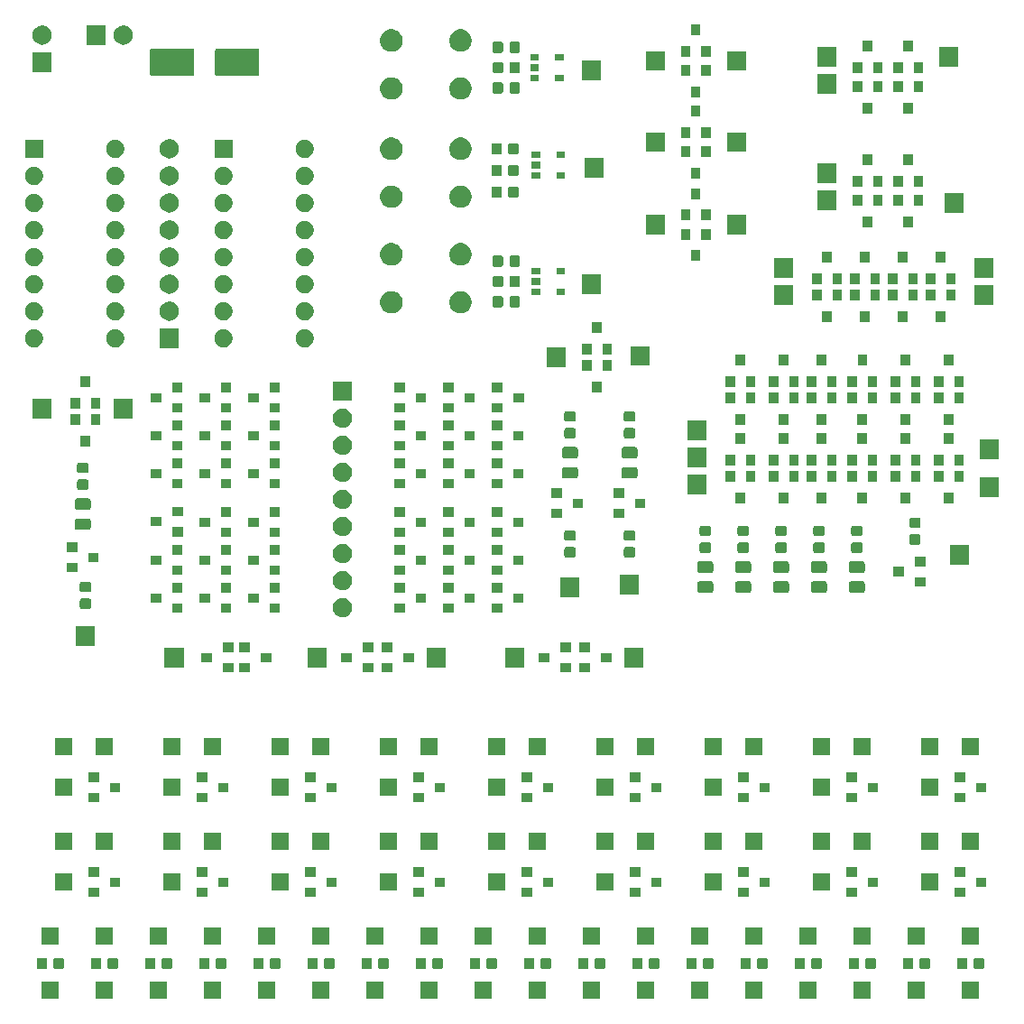
<source format=gbr>
G04 #@! TF.GenerationSoftware,KiCad,Pcbnew,(5.1.5)-3*
G04 #@! TF.CreationDate,2020-01-30T19:41:33+01:00*
G04 #@! TF.ProjectId,TestingBoard,54657374-696e-4674-926f-6172642e6b69,rev?*
G04 #@! TF.SameCoordinates,Original*
G04 #@! TF.FileFunction,Soldermask,Top*
G04 #@! TF.FilePolarity,Negative*
%FSLAX46Y46*%
G04 Gerber Fmt 4.6, Leading zero omitted, Abs format (unit mm)*
G04 Created by KiCad (PCBNEW (5.1.5)-3) date 2020-01-30 19:41:33*
%MOMM*%
%LPD*%
G04 APERTURE LIST*
%ADD10C,0.100000*%
G04 APERTURE END LIST*
D10*
G36*
X121451000Y-146851000D02*
G01*
X119849000Y-146851000D01*
X119849000Y-145249000D01*
X121451000Y-145249000D01*
X121451000Y-146851000D01*
G37*
G36*
X65571000Y-146851000D02*
G01*
X63969000Y-146851000D01*
X63969000Y-145249000D01*
X65571000Y-145249000D01*
X65571000Y-146851000D01*
G37*
G36*
X90971000Y-146851000D02*
G01*
X89369000Y-146851000D01*
X89369000Y-145249000D01*
X90971000Y-145249000D01*
X90971000Y-146851000D01*
G37*
G36*
X101131000Y-146851000D02*
G01*
X99529000Y-146851000D01*
X99529000Y-145249000D01*
X101131000Y-145249000D01*
X101131000Y-146851000D01*
G37*
G36*
X96051000Y-146851000D02*
G01*
X94449000Y-146851000D01*
X94449000Y-145249000D01*
X96051000Y-145249000D01*
X96051000Y-146851000D01*
G37*
G36*
X35091000Y-146851000D02*
G01*
X33489000Y-146851000D01*
X33489000Y-145249000D01*
X35091000Y-145249000D01*
X35091000Y-146851000D01*
G37*
G36*
X50331000Y-146851000D02*
G01*
X48729000Y-146851000D01*
X48729000Y-145249000D01*
X50331000Y-145249000D01*
X50331000Y-146851000D01*
G37*
G36*
X45251000Y-146851000D02*
G01*
X43649000Y-146851000D01*
X43649000Y-145249000D01*
X45251000Y-145249000D01*
X45251000Y-146851000D01*
G37*
G36*
X85891000Y-146851000D02*
G01*
X84289000Y-146851000D01*
X84289000Y-145249000D01*
X85891000Y-145249000D01*
X85891000Y-146851000D01*
G37*
G36*
X60491000Y-146851000D02*
G01*
X58889000Y-146851000D01*
X58889000Y-145249000D01*
X60491000Y-145249000D01*
X60491000Y-146851000D01*
G37*
G36*
X40171000Y-146851000D02*
G01*
X38569000Y-146851000D01*
X38569000Y-145249000D01*
X40171000Y-145249000D01*
X40171000Y-146851000D01*
G37*
G36*
X70651000Y-146851000D02*
G01*
X69049000Y-146851000D01*
X69049000Y-145249000D01*
X70651000Y-145249000D01*
X70651000Y-146851000D01*
G37*
G36*
X116371000Y-146851000D02*
G01*
X114769000Y-146851000D01*
X114769000Y-145249000D01*
X116371000Y-145249000D01*
X116371000Y-146851000D01*
G37*
G36*
X106211000Y-146851000D02*
G01*
X104609000Y-146851000D01*
X104609000Y-145249000D01*
X106211000Y-145249000D01*
X106211000Y-146851000D01*
G37*
G36*
X111291000Y-146851000D02*
G01*
X109689000Y-146851000D01*
X109689000Y-145249000D01*
X111291000Y-145249000D01*
X111291000Y-146851000D01*
G37*
G36*
X55411000Y-146851000D02*
G01*
X53809000Y-146851000D01*
X53809000Y-145249000D01*
X55411000Y-145249000D01*
X55411000Y-146851000D01*
G37*
G36*
X75731000Y-146851000D02*
G01*
X74129000Y-146851000D01*
X74129000Y-145249000D01*
X75731000Y-145249000D01*
X75731000Y-146851000D01*
G37*
G36*
X80811000Y-146851000D02*
G01*
X79209000Y-146851000D01*
X79209000Y-145249000D01*
X80811000Y-145249000D01*
X80811000Y-146851000D01*
G37*
G36*
X59244591Y-142988085D02*
G01*
X59278569Y-142998393D01*
X59309890Y-143015134D01*
X59337339Y-143037661D01*
X59359866Y-143065110D01*
X59376607Y-143096431D01*
X59386915Y-143130409D01*
X59391000Y-143171890D01*
X59391000Y-143848110D01*
X59386915Y-143889591D01*
X59376607Y-143923569D01*
X59359866Y-143954890D01*
X59337339Y-143982339D01*
X59309890Y-144004866D01*
X59278569Y-144021607D01*
X59244591Y-144031915D01*
X59203110Y-144036000D01*
X58601890Y-144036000D01*
X58560409Y-144031915D01*
X58526431Y-144021607D01*
X58495110Y-144004866D01*
X58467661Y-143982339D01*
X58445134Y-143954890D01*
X58428393Y-143923569D01*
X58418085Y-143889591D01*
X58414000Y-143848110D01*
X58414000Y-143171890D01*
X58418085Y-143130409D01*
X58428393Y-143096431D01*
X58445134Y-143065110D01*
X58467661Y-143037661D01*
X58495110Y-143015134D01*
X58526431Y-142998393D01*
X58560409Y-142988085D01*
X58601890Y-142984000D01*
X59203110Y-142984000D01*
X59244591Y-142988085D01*
G37*
G36*
X60819591Y-142988085D02*
G01*
X60853569Y-142998393D01*
X60884890Y-143015134D01*
X60912339Y-143037661D01*
X60934866Y-143065110D01*
X60951607Y-143096431D01*
X60961915Y-143130409D01*
X60966000Y-143171890D01*
X60966000Y-143848110D01*
X60961915Y-143889591D01*
X60951607Y-143923569D01*
X60934866Y-143954890D01*
X60912339Y-143982339D01*
X60884890Y-144004866D01*
X60853569Y-144021607D01*
X60819591Y-144031915D01*
X60778110Y-144036000D01*
X60176890Y-144036000D01*
X60135409Y-144031915D01*
X60101431Y-144021607D01*
X60070110Y-144004866D01*
X60042661Y-143982339D01*
X60020134Y-143954890D01*
X60003393Y-143923569D01*
X59993085Y-143889591D01*
X59989000Y-143848110D01*
X59989000Y-143171890D01*
X59993085Y-143130409D01*
X60003393Y-143096431D01*
X60020134Y-143065110D01*
X60042661Y-143037661D01*
X60070110Y-143015134D01*
X60101431Y-142998393D01*
X60135409Y-142988085D01*
X60176890Y-142984000D01*
X60778110Y-142984000D01*
X60819591Y-142988085D01*
G37*
G36*
X70979591Y-142988085D02*
G01*
X71013569Y-142998393D01*
X71044890Y-143015134D01*
X71072339Y-143037661D01*
X71094866Y-143065110D01*
X71111607Y-143096431D01*
X71121915Y-143130409D01*
X71126000Y-143171890D01*
X71126000Y-143848110D01*
X71121915Y-143889591D01*
X71111607Y-143923569D01*
X71094866Y-143954890D01*
X71072339Y-143982339D01*
X71044890Y-144004866D01*
X71013569Y-144021607D01*
X70979591Y-144031915D01*
X70938110Y-144036000D01*
X70336890Y-144036000D01*
X70295409Y-144031915D01*
X70261431Y-144021607D01*
X70230110Y-144004866D01*
X70202661Y-143982339D01*
X70180134Y-143954890D01*
X70163393Y-143923569D01*
X70153085Y-143889591D01*
X70149000Y-143848110D01*
X70149000Y-143171890D01*
X70153085Y-143130409D01*
X70163393Y-143096431D01*
X70180134Y-143065110D01*
X70202661Y-143037661D01*
X70230110Y-143015134D01*
X70261431Y-142998393D01*
X70295409Y-142988085D01*
X70336890Y-142984000D01*
X70938110Y-142984000D01*
X70979591Y-142988085D01*
G37*
G36*
X64324591Y-142988085D02*
G01*
X64358569Y-142998393D01*
X64389890Y-143015134D01*
X64417339Y-143037661D01*
X64439866Y-143065110D01*
X64456607Y-143096431D01*
X64466915Y-143130409D01*
X64471000Y-143171890D01*
X64471000Y-143848110D01*
X64466915Y-143889591D01*
X64456607Y-143923569D01*
X64439866Y-143954890D01*
X64417339Y-143982339D01*
X64389890Y-144004866D01*
X64358569Y-144021607D01*
X64324591Y-144031915D01*
X64283110Y-144036000D01*
X63681890Y-144036000D01*
X63640409Y-144031915D01*
X63606431Y-144021607D01*
X63575110Y-144004866D01*
X63547661Y-143982339D01*
X63525134Y-143954890D01*
X63508393Y-143923569D01*
X63498085Y-143889591D01*
X63494000Y-143848110D01*
X63494000Y-143171890D01*
X63498085Y-143130409D01*
X63508393Y-143096431D01*
X63525134Y-143065110D01*
X63547661Y-143037661D01*
X63575110Y-143015134D01*
X63606431Y-142998393D01*
X63640409Y-142988085D01*
X63681890Y-142984000D01*
X64283110Y-142984000D01*
X64324591Y-142988085D01*
G37*
G36*
X65899591Y-142988085D02*
G01*
X65933569Y-142998393D01*
X65964890Y-143015134D01*
X65992339Y-143037661D01*
X66014866Y-143065110D01*
X66031607Y-143096431D01*
X66041915Y-143130409D01*
X66046000Y-143171890D01*
X66046000Y-143848110D01*
X66041915Y-143889591D01*
X66031607Y-143923569D01*
X66014866Y-143954890D01*
X65992339Y-143982339D01*
X65964890Y-144004866D01*
X65933569Y-144021607D01*
X65899591Y-144031915D01*
X65858110Y-144036000D01*
X65256890Y-144036000D01*
X65215409Y-144031915D01*
X65181431Y-144021607D01*
X65150110Y-144004866D01*
X65122661Y-143982339D01*
X65100134Y-143954890D01*
X65083393Y-143923569D01*
X65073085Y-143889591D01*
X65069000Y-143848110D01*
X65069000Y-143171890D01*
X65073085Y-143130409D01*
X65083393Y-143096431D01*
X65100134Y-143065110D01*
X65122661Y-143037661D01*
X65150110Y-143015134D01*
X65181431Y-142998393D01*
X65215409Y-142988085D01*
X65256890Y-142984000D01*
X65858110Y-142984000D01*
X65899591Y-142988085D01*
G37*
G36*
X38924591Y-142988085D02*
G01*
X38958569Y-142998393D01*
X38989890Y-143015134D01*
X39017339Y-143037661D01*
X39039866Y-143065110D01*
X39056607Y-143096431D01*
X39066915Y-143130409D01*
X39071000Y-143171890D01*
X39071000Y-143848110D01*
X39066915Y-143889591D01*
X39056607Y-143923569D01*
X39039866Y-143954890D01*
X39017339Y-143982339D01*
X38989890Y-144004866D01*
X38958569Y-144021607D01*
X38924591Y-144031915D01*
X38883110Y-144036000D01*
X38281890Y-144036000D01*
X38240409Y-144031915D01*
X38206431Y-144021607D01*
X38175110Y-144004866D01*
X38147661Y-143982339D01*
X38125134Y-143954890D01*
X38108393Y-143923569D01*
X38098085Y-143889591D01*
X38094000Y-143848110D01*
X38094000Y-143171890D01*
X38098085Y-143130409D01*
X38108393Y-143096431D01*
X38125134Y-143065110D01*
X38147661Y-143037661D01*
X38175110Y-143015134D01*
X38206431Y-142998393D01*
X38240409Y-142988085D01*
X38281890Y-142984000D01*
X38883110Y-142984000D01*
X38924591Y-142988085D01*
G37*
G36*
X84644591Y-142988085D02*
G01*
X84678569Y-142998393D01*
X84709890Y-143015134D01*
X84737339Y-143037661D01*
X84759866Y-143065110D01*
X84776607Y-143096431D01*
X84786915Y-143130409D01*
X84791000Y-143171890D01*
X84791000Y-143848110D01*
X84786915Y-143889591D01*
X84776607Y-143923569D01*
X84759866Y-143954890D01*
X84737339Y-143982339D01*
X84709890Y-144004866D01*
X84678569Y-144021607D01*
X84644591Y-144031915D01*
X84603110Y-144036000D01*
X84001890Y-144036000D01*
X83960409Y-144031915D01*
X83926431Y-144021607D01*
X83895110Y-144004866D01*
X83867661Y-143982339D01*
X83845134Y-143954890D01*
X83828393Y-143923569D01*
X83818085Y-143889591D01*
X83814000Y-143848110D01*
X83814000Y-143171890D01*
X83818085Y-143130409D01*
X83828393Y-143096431D01*
X83845134Y-143065110D01*
X83867661Y-143037661D01*
X83895110Y-143015134D01*
X83926431Y-142998393D01*
X83960409Y-142988085D01*
X84001890Y-142984000D01*
X84603110Y-142984000D01*
X84644591Y-142988085D01*
G37*
G36*
X79564591Y-142988085D02*
G01*
X79598569Y-142998393D01*
X79629890Y-143015134D01*
X79657339Y-143037661D01*
X79679866Y-143065110D01*
X79696607Y-143096431D01*
X79706915Y-143130409D01*
X79711000Y-143171890D01*
X79711000Y-143848110D01*
X79706915Y-143889591D01*
X79696607Y-143923569D01*
X79679866Y-143954890D01*
X79657339Y-143982339D01*
X79629890Y-144004866D01*
X79598569Y-144021607D01*
X79564591Y-144031915D01*
X79523110Y-144036000D01*
X78921890Y-144036000D01*
X78880409Y-144031915D01*
X78846431Y-144021607D01*
X78815110Y-144004866D01*
X78787661Y-143982339D01*
X78765134Y-143954890D01*
X78748393Y-143923569D01*
X78738085Y-143889591D01*
X78734000Y-143848110D01*
X78734000Y-143171890D01*
X78738085Y-143130409D01*
X78748393Y-143096431D01*
X78765134Y-143065110D01*
X78787661Y-143037661D01*
X78815110Y-143015134D01*
X78846431Y-142998393D01*
X78880409Y-142988085D01*
X78921890Y-142984000D01*
X79523110Y-142984000D01*
X79564591Y-142988085D01*
G37*
G36*
X81139591Y-142988085D02*
G01*
X81173569Y-142998393D01*
X81204890Y-143015134D01*
X81232339Y-143037661D01*
X81254866Y-143065110D01*
X81271607Y-143096431D01*
X81281915Y-143130409D01*
X81286000Y-143171890D01*
X81286000Y-143848110D01*
X81281915Y-143889591D01*
X81271607Y-143923569D01*
X81254866Y-143954890D01*
X81232339Y-143982339D01*
X81204890Y-144004866D01*
X81173569Y-144021607D01*
X81139591Y-144031915D01*
X81098110Y-144036000D01*
X80496890Y-144036000D01*
X80455409Y-144031915D01*
X80421431Y-144021607D01*
X80390110Y-144004866D01*
X80362661Y-143982339D01*
X80340134Y-143954890D01*
X80323393Y-143923569D01*
X80313085Y-143889591D01*
X80309000Y-143848110D01*
X80309000Y-143171890D01*
X80313085Y-143130409D01*
X80323393Y-143096431D01*
X80340134Y-143065110D01*
X80362661Y-143037661D01*
X80390110Y-143015134D01*
X80421431Y-142998393D01*
X80455409Y-142988085D01*
X80496890Y-142984000D01*
X81098110Y-142984000D01*
X81139591Y-142988085D01*
G37*
G36*
X74484591Y-142988085D02*
G01*
X74518569Y-142998393D01*
X74549890Y-143015134D01*
X74577339Y-143037661D01*
X74599866Y-143065110D01*
X74616607Y-143096431D01*
X74626915Y-143130409D01*
X74631000Y-143171890D01*
X74631000Y-143848110D01*
X74626915Y-143889591D01*
X74616607Y-143923569D01*
X74599866Y-143954890D01*
X74577339Y-143982339D01*
X74549890Y-144004866D01*
X74518569Y-144021607D01*
X74484591Y-144031915D01*
X74443110Y-144036000D01*
X73841890Y-144036000D01*
X73800409Y-144031915D01*
X73766431Y-144021607D01*
X73735110Y-144004866D01*
X73707661Y-143982339D01*
X73685134Y-143954890D01*
X73668393Y-143923569D01*
X73658085Y-143889591D01*
X73654000Y-143848110D01*
X73654000Y-143171890D01*
X73658085Y-143130409D01*
X73668393Y-143096431D01*
X73685134Y-143065110D01*
X73707661Y-143037661D01*
X73735110Y-143015134D01*
X73766431Y-142998393D01*
X73800409Y-142988085D01*
X73841890Y-142984000D01*
X74443110Y-142984000D01*
X74484591Y-142988085D01*
G37*
G36*
X76059591Y-142988085D02*
G01*
X76093569Y-142998393D01*
X76124890Y-143015134D01*
X76152339Y-143037661D01*
X76174866Y-143065110D01*
X76191607Y-143096431D01*
X76201915Y-143130409D01*
X76206000Y-143171890D01*
X76206000Y-143848110D01*
X76201915Y-143889591D01*
X76191607Y-143923569D01*
X76174866Y-143954890D01*
X76152339Y-143982339D01*
X76124890Y-144004866D01*
X76093569Y-144021607D01*
X76059591Y-144031915D01*
X76018110Y-144036000D01*
X75416890Y-144036000D01*
X75375409Y-144031915D01*
X75341431Y-144021607D01*
X75310110Y-144004866D01*
X75282661Y-143982339D01*
X75260134Y-143954890D01*
X75243393Y-143923569D01*
X75233085Y-143889591D01*
X75229000Y-143848110D01*
X75229000Y-143171890D01*
X75233085Y-143130409D01*
X75243393Y-143096431D01*
X75260134Y-143065110D01*
X75282661Y-143037661D01*
X75310110Y-143015134D01*
X75341431Y-142998393D01*
X75375409Y-142988085D01*
X75416890Y-142984000D01*
X76018110Y-142984000D01*
X76059591Y-142988085D01*
G37*
G36*
X54164591Y-142988085D02*
G01*
X54198569Y-142998393D01*
X54229890Y-143015134D01*
X54257339Y-143037661D01*
X54279866Y-143065110D01*
X54296607Y-143096431D01*
X54306915Y-143130409D01*
X54311000Y-143171890D01*
X54311000Y-143848110D01*
X54306915Y-143889591D01*
X54296607Y-143923569D01*
X54279866Y-143954890D01*
X54257339Y-143982339D01*
X54229890Y-144004866D01*
X54198569Y-144021607D01*
X54164591Y-144031915D01*
X54123110Y-144036000D01*
X53521890Y-144036000D01*
X53480409Y-144031915D01*
X53446431Y-144021607D01*
X53415110Y-144004866D01*
X53387661Y-143982339D01*
X53365134Y-143954890D01*
X53348393Y-143923569D01*
X53338085Y-143889591D01*
X53334000Y-143848110D01*
X53334000Y-143171890D01*
X53338085Y-143130409D01*
X53348393Y-143096431D01*
X53365134Y-143065110D01*
X53387661Y-143037661D01*
X53415110Y-143015134D01*
X53446431Y-142998393D01*
X53480409Y-142988085D01*
X53521890Y-142984000D01*
X54123110Y-142984000D01*
X54164591Y-142988085D01*
G37*
G36*
X55739591Y-142988085D02*
G01*
X55773569Y-142998393D01*
X55804890Y-143015134D01*
X55832339Y-143037661D01*
X55854866Y-143065110D01*
X55871607Y-143096431D01*
X55881915Y-143130409D01*
X55886000Y-143171890D01*
X55886000Y-143848110D01*
X55881915Y-143889591D01*
X55871607Y-143923569D01*
X55854866Y-143954890D01*
X55832339Y-143982339D01*
X55804890Y-144004866D01*
X55773569Y-144021607D01*
X55739591Y-144031915D01*
X55698110Y-144036000D01*
X55096890Y-144036000D01*
X55055409Y-144031915D01*
X55021431Y-144021607D01*
X54990110Y-144004866D01*
X54962661Y-143982339D01*
X54940134Y-143954890D01*
X54923393Y-143923569D01*
X54913085Y-143889591D01*
X54909000Y-143848110D01*
X54909000Y-143171890D01*
X54913085Y-143130409D01*
X54923393Y-143096431D01*
X54940134Y-143065110D01*
X54962661Y-143037661D01*
X54990110Y-143015134D01*
X55021431Y-142998393D01*
X55055409Y-142988085D01*
X55096890Y-142984000D01*
X55698110Y-142984000D01*
X55739591Y-142988085D01*
G37*
G36*
X111619591Y-142988085D02*
G01*
X111653569Y-142998393D01*
X111684890Y-143015134D01*
X111712339Y-143037661D01*
X111734866Y-143065110D01*
X111751607Y-143096431D01*
X111761915Y-143130409D01*
X111766000Y-143171890D01*
X111766000Y-143848110D01*
X111761915Y-143889591D01*
X111751607Y-143923569D01*
X111734866Y-143954890D01*
X111712339Y-143982339D01*
X111684890Y-144004866D01*
X111653569Y-144021607D01*
X111619591Y-144031915D01*
X111578110Y-144036000D01*
X110976890Y-144036000D01*
X110935409Y-144031915D01*
X110901431Y-144021607D01*
X110870110Y-144004866D01*
X110842661Y-143982339D01*
X110820134Y-143954890D01*
X110803393Y-143923569D01*
X110793085Y-143889591D01*
X110789000Y-143848110D01*
X110789000Y-143171890D01*
X110793085Y-143130409D01*
X110803393Y-143096431D01*
X110820134Y-143065110D01*
X110842661Y-143037661D01*
X110870110Y-143015134D01*
X110901431Y-142998393D01*
X110935409Y-142988085D01*
X110976890Y-142984000D01*
X111578110Y-142984000D01*
X111619591Y-142988085D01*
G37*
G36*
X116699591Y-142988085D02*
G01*
X116733569Y-142998393D01*
X116764890Y-143015134D01*
X116792339Y-143037661D01*
X116814866Y-143065110D01*
X116831607Y-143096431D01*
X116841915Y-143130409D01*
X116846000Y-143171890D01*
X116846000Y-143848110D01*
X116841915Y-143889591D01*
X116831607Y-143923569D01*
X116814866Y-143954890D01*
X116792339Y-143982339D01*
X116764890Y-144004866D01*
X116733569Y-144021607D01*
X116699591Y-144031915D01*
X116658110Y-144036000D01*
X116056890Y-144036000D01*
X116015409Y-144031915D01*
X115981431Y-144021607D01*
X115950110Y-144004866D01*
X115922661Y-143982339D01*
X115900134Y-143954890D01*
X115883393Y-143923569D01*
X115873085Y-143889591D01*
X115869000Y-143848110D01*
X115869000Y-143171890D01*
X115873085Y-143130409D01*
X115883393Y-143096431D01*
X115900134Y-143065110D01*
X115922661Y-143037661D01*
X115950110Y-143015134D01*
X115981431Y-142998393D01*
X116015409Y-142988085D01*
X116056890Y-142984000D01*
X116658110Y-142984000D01*
X116699591Y-142988085D01*
G37*
G36*
X121779591Y-142988085D02*
G01*
X121813569Y-142998393D01*
X121844890Y-143015134D01*
X121872339Y-143037661D01*
X121894866Y-143065110D01*
X121911607Y-143096431D01*
X121921915Y-143130409D01*
X121926000Y-143171890D01*
X121926000Y-143848110D01*
X121921915Y-143889591D01*
X121911607Y-143923569D01*
X121894866Y-143954890D01*
X121872339Y-143982339D01*
X121844890Y-144004866D01*
X121813569Y-144021607D01*
X121779591Y-144031915D01*
X121738110Y-144036000D01*
X121136890Y-144036000D01*
X121095409Y-144031915D01*
X121061431Y-144021607D01*
X121030110Y-144004866D01*
X121002661Y-143982339D01*
X120980134Y-143954890D01*
X120963393Y-143923569D01*
X120953085Y-143889591D01*
X120949000Y-143848110D01*
X120949000Y-143171890D01*
X120953085Y-143130409D01*
X120963393Y-143096431D01*
X120980134Y-143065110D01*
X121002661Y-143037661D01*
X121030110Y-143015134D01*
X121061431Y-142998393D01*
X121095409Y-142988085D01*
X121136890Y-142984000D01*
X121738110Y-142984000D01*
X121779591Y-142988085D01*
G37*
G36*
X120204591Y-142988085D02*
G01*
X120238569Y-142998393D01*
X120269890Y-143015134D01*
X120297339Y-143037661D01*
X120319866Y-143065110D01*
X120336607Y-143096431D01*
X120346915Y-143130409D01*
X120351000Y-143171890D01*
X120351000Y-143848110D01*
X120346915Y-143889591D01*
X120336607Y-143923569D01*
X120319866Y-143954890D01*
X120297339Y-143982339D01*
X120269890Y-144004866D01*
X120238569Y-144021607D01*
X120204591Y-144031915D01*
X120163110Y-144036000D01*
X119561890Y-144036000D01*
X119520409Y-144031915D01*
X119486431Y-144021607D01*
X119455110Y-144004866D01*
X119427661Y-143982339D01*
X119405134Y-143954890D01*
X119388393Y-143923569D01*
X119378085Y-143889591D01*
X119374000Y-143848110D01*
X119374000Y-143171890D01*
X119378085Y-143130409D01*
X119388393Y-143096431D01*
X119405134Y-143065110D01*
X119427661Y-143037661D01*
X119455110Y-143015134D01*
X119486431Y-142998393D01*
X119520409Y-142988085D01*
X119561890Y-142984000D01*
X120163110Y-142984000D01*
X120204591Y-142988085D01*
G37*
G36*
X69404591Y-142988085D02*
G01*
X69438569Y-142998393D01*
X69469890Y-143015134D01*
X69497339Y-143037661D01*
X69519866Y-143065110D01*
X69536607Y-143096431D01*
X69546915Y-143130409D01*
X69551000Y-143171890D01*
X69551000Y-143848110D01*
X69546915Y-143889591D01*
X69536607Y-143923569D01*
X69519866Y-143954890D01*
X69497339Y-143982339D01*
X69469890Y-144004866D01*
X69438569Y-144021607D01*
X69404591Y-144031915D01*
X69363110Y-144036000D01*
X68761890Y-144036000D01*
X68720409Y-144031915D01*
X68686431Y-144021607D01*
X68655110Y-144004866D01*
X68627661Y-143982339D01*
X68605134Y-143954890D01*
X68588393Y-143923569D01*
X68578085Y-143889591D01*
X68574000Y-143848110D01*
X68574000Y-143171890D01*
X68578085Y-143130409D01*
X68588393Y-143096431D01*
X68605134Y-143065110D01*
X68627661Y-143037661D01*
X68655110Y-143015134D01*
X68686431Y-142998393D01*
X68720409Y-142988085D01*
X68761890Y-142984000D01*
X69363110Y-142984000D01*
X69404591Y-142988085D01*
G37*
G36*
X40499591Y-142988085D02*
G01*
X40533569Y-142998393D01*
X40564890Y-143015134D01*
X40592339Y-143037661D01*
X40614866Y-143065110D01*
X40631607Y-143096431D01*
X40641915Y-143130409D01*
X40646000Y-143171890D01*
X40646000Y-143848110D01*
X40641915Y-143889591D01*
X40631607Y-143923569D01*
X40614866Y-143954890D01*
X40592339Y-143982339D01*
X40564890Y-144004866D01*
X40533569Y-144021607D01*
X40499591Y-144031915D01*
X40458110Y-144036000D01*
X39856890Y-144036000D01*
X39815409Y-144031915D01*
X39781431Y-144021607D01*
X39750110Y-144004866D01*
X39722661Y-143982339D01*
X39700134Y-143954890D01*
X39683393Y-143923569D01*
X39673085Y-143889591D01*
X39669000Y-143848110D01*
X39669000Y-143171890D01*
X39673085Y-143130409D01*
X39683393Y-143096431D01*
X39700134Y-143065110D01*
X39722661Y-143037661D01*
X39750110Y-143015134D01*
X39781431Y-142998393D01*
X39815409Y-142988085D01*
X39856890Y-142984000D01*
X40458110Y-142984000D01*
X40499591Y-142988085D01*
G37*
G36*
X86219591Y-142988085D02*
G01*
X86253569Y-142998393D01*
X86284890Y-143015134D01*
X86312339Y-143037661D01*
X86334866Y-143065110D01*
X86351607Y-143096431D01*
X86361915Y-143130409D01*
X86366000Y-143171890D01*
X86366000Y-143848110D01*
X86361915Y-143889591D01*
X86351607Y-143923569D01*
X86334866Y-143954890D01*
X86312339Y-143982339D01*
X86284890Y-144004866D01*
X86253569Y-144021607D01*
X86219591Y-144031915D01*
X86178110Y-144036000D01*
X85576890Y-144036000D01*
X85535409Y-144031915D01*
X85501431Y-144021607D01*
X85470110Y-144004866D01*
X85442661Y-143982339D01*
X85420134Y-143954890D01*
X85403393Y-143923569D01*
X85393085Y-143889591D01*
X85389000Y-143848110D01*
X85389000Y-143171890D01*
X85393085Y-143130409D01*
X85403393Y-143096431D01*
X85420134Y-143065110D01*
X85442661Y-143037661D01*
X85470110Y-143015134D01*
X85501431Y-142998393D01*
X85535409Y-142988085D01*
X85576890Y-142984000D01*
X86178110Y-142984000D01*
X86219591Y-142988085D01*
G37*
G36*
X110044591Y-142988085D02*
G01*
X110078569Y-142998393D01*
X110109890Y-143015134D01*
X110137339Y-143037661D01*
X110159866Y-143065110D01*
X110176607Y-143096431D01*
X110186915Y-143130409D01*
X110191000Y-143171890D01*
X110191000Y-143848110D01*
X110186915Y-143889591D01*
X110176607Y-143923569D01*
X110159866Y-143954890D01*
X110137339Y-143982339D01*
X110109890Y-144004866D01*
X110078569Y-144021607D01*
X110044591Y-144031915D01*
X110003110Y-144036000D01*
X109401890Y-144036000D01*
X109360409Y-144031915D01*
X109326431Y-144021607D01*
X109295110Y-144004866D01*
X109267661Y-143982339D01*
X109245134Y-143954890D01*
X109228393Y-143923569D01*
X109218085Y-143889591D01*
X109214000Y-143848110D01*
X109214000Y-143171890D01*
X109218085Y-143130409D01*
X109228393Y-143096431D01*
X109245134Y-143065110D01*
X109267661Y-143037661D01*
X109295110Y-143015134D01*
X109326431Y-142998393D01*
X109360409Y-142988085D01*
X109401890Y-142984000D01*
X110003110Y-142984000D01*
X110044591Y-142988085D01*
G37*
G36*
X104964591Y-142988085D02*
G01*
X104998569Y-142998393D01*
X105029890Y-143015134D01*
X105057339Y-143037661D01*
X105079866Y-143065110D01*
X105096607Y-143096431D01*
X105106915Y-143130409D01*
X105111000Y-143171890D01*
X105111000Y-143848110D01*
X105106915Y-143889591D01*
X105096607Y-143923569D01*
X105079866Y-143954890D01*
X105057339Y-143982339D01*
X105029890Y-144004866D01*
X104998569Y-144021607D01*
X104964591Y-144031915D01*
X104923110Y-144036000D01*
X104321890Y-144036000D01*
X104280409Y-144031915D01*
X104246431Y-144021607D01*
X104215110Y-144004866D01*
X104187661Y-143982339D01*
X104165134Y-143954890D01*
X104148393Y-143923569D01*
X104138085Y-143889591D01*
X104134000Y-143848110D01*
X104134000Y-143171890D01*
X104138085Y-143130409D01*
X104148393Y-143096431D01*
X104165134Y-143065110D01*
X104187661Y-143037661D01*
X104215110Y-143015134D01*
X104246431Y-142998393D01*
X104280409Y-142988085D01*
X104321890Y-142984000D01*
X104923110Y-142984000D01*
X104964591Y-142988085D01*
G37*
G36*
X45579591Y-142988085D02*
G01*
X45613569Y-142998393D01*
X45644890Y-143015134D01*
X45672339Y-143037661D01*
X45694866Y-143065110D01*
X45711607Y-143096431D01*
X45721915Y-143130409D01*
X45726000Y-143171890D01*
X45726000Y-143848110D01*
X45721915Y-143889591D01*
X45711607Y-143923569D01*
X45694866Y-143954890D01*
X45672339Y-143982339D01*
X45644890Y-144004866D01*
X45613569Y-144021607D01*
X45579591Y-144031915D01*
X45538110Y-144036000D01*
X44936890Y-144036000D01*
X44895409Y-144031915D01*
X44861431Y-144021607D01*
X44830110Y-144004866D01*
X44802661Y-143982339D01*
X44780134Y-143954890D01*
X44763393Y-143923569D01*
X44753085Y-143889591D01*
X44749000Y-143848110D01*
X44749000Y-143171890D01*
X44753085Y-143130409D01*
X44763393Y-143096431D01*
X44780134Y-143065110D01*
X44802661Y-143037661D01*
X44830110Y-143015134D01*
X44861431Y-142998393D01*
X44895409Y-142988085D01*
X44936890Y-142984000D01*
X45538110Y-142984000D01*
X45579591Y-142988085D01*
G37*
G36*
X44004591Y-142988085D02*
G01*
X44038569Y-142998393D01*
X44069890Y-143015134D01*
X44097339Y-143037661D01*
X44119866Y-143065110D01*
X44136607Y-143096431D01*
X44146915Y-143130409D01*
X44151000Y-143171890D01*
X44151000Y-143848110D01*
X44146915Y-143889591D01*
X44136607Y-143923569D01*
X44119866Y-143954890D01*
X44097339Y-143982339D01*
X44069890Y-144004866D01*
X44038569Y-144021607D01*
X44004591Y-144031915D01*
X43963110Y-144036000D01*
X43361890Y-144036000D01*
X43320409Y-144031915D01*
X43286431Y-144021607D01*
X43255110Y-144004866D01*
X43227661Y-143982339D01*
X43205134Y-143954890D01*
X43188393Y-143923569D01*
X43178085Y-143889591D01*
X43174000Y-143848110D01*
X43174000Y-143171890D01*
X43178085Y-143130409D01*
X43188393Y-143096431D01*
X43205134Y-143065110D01*
X43227661Y-143037661D01*
X43255110Y-143015134D01*
X43286431Y-142998393D01*
X43320409Y-142988085D01*
X43361890Y-142984000D01*
X43963110Y-142984000D01*
X44004591Y-142988085D01*
G37*
G36*
X50659591Y-142988085D02*
G01*
X50693569Y-142998393D01*
X50724890Y-143015134D01*
X50752339Y-143037661D01*
X50774866Y-143065110D01*
X50791607Y-143096431D01*
X50801915Y-143130409D01*
X50806000Y-143171890D01*
X50806000Y-143848110D01*
X50801915Y-143889591D01*
X50791607Y-143923569D01*
X50774866Y-143954890D01*
X50752339Y-143982339D01*
X50724890Y-144004866D01*
X50693569Y-144021607D01*
X50659591Y-144031915D01*
X50618110Y-144036000D01*
X50016890Y-144036000D01*
X49975409Y-144031915D01*
X49941431Y-144021607D01*
X49910110Y-144004866D01*
X49882661Y-143982339D01*
X49860134Y-143954890D01*
X49843393Y-143923569D01*
X49833085Y-143889591D01*
X49829000Y-143848110D01*
X49829000Y-143171890D01*
X49833085Y-143130409D01*
X49843393Y-143096431D01*
X49860134Y-143065110D01*
X49882661Y-143037661D01*
X49910110Y-143015134D01*
X49941431Y-142998393D01*
X49975409Y-142988085D01*
X50016890Y-142984000D01*
X50618110Y-142984000D01*
X50659591Y-142988085D01*
G37*
G36*
X49084591Y-142988085D02*
G01*
X49118569Y-142998393D01*
X49149890Y-143015134D01*
X49177339Y-143037661D01*
X49199866Y-143065110D01*
X49216607Y-143096431D01*
X49226915Y-143130409D01*
X49231000Y-143171890D01*
X49231000Y-143848110D01*
X49226915Y-143889591D01*
X49216607Y-143923569D01*
X49199866Y-143954890D01*
X49177339Y-143982339D01*
X49149890Y-144004866D01*
X49118569Y-144021607D01*
X49084591Y-144031915D01*
X49043110Y-144036000D01*
X48441890Y-144036000D01*
X48400409Y-144031915D01*
X48366431Y-144021607D01*
X48335110Y-144004866D01*
X48307661Y-143982339D01*
X48285134Y-143954890D01*
X48268393Y-143923569D01*
X48258085Y-143889591D01*
X48254000Y-143848110D01*
X48254000Y-143171890D01*
X48258085Y-143130409D01*
X48268393Y-143096431D01*
X48285134Y-143065110D01*
X48307661Y-143037661D01*
X48335110Y-143015134D01*
X48366431Y-142998393D01*
X48400409Y-142988085D01*
X48441890Y-142984000D01*
X49043110Y-142984000D01*
X49084591Y-142988085D01*
G37*
G36*
X35419591Y-142988085D02*
G01*
X35453569Y-142998393D01*
X35484890Y-143015134D01*
X35512339Y-143037661D01*
X35534866Y-143065110D01*
X35551607Y-143096431D01*
X35561915Y-143130409D01*
X35566000Y-143171890D01*
X35566000Y-143848110D01*
X35561915Y-143889591D01*
X35551607Y-143923569D01*
X35534866Y-143954890D01*
X35512339Y-143982339D01*
X35484890Y-144004866D01*
X35453569Y-144021607D01*
X35419591Y-144031915D01*
X35378110Y-144036000D01*
X34776890Y-144036000D01*
X34735409Y-144031915D01*
X34701431Y-144021607D01*
X34670110Y-144004866D01*
X34642661Y-143982339D01*
X34620134Y-143954890D01*
X34603393Y-143923569D01*
X34593085Y-143889591D01*
X34589000Y-143848110D01*
X34589000Y-143171890D01*
X34593085Y-143130409D01*
X34603393Y-143096431D01*
X34620134Y-143065110D01*
X34642661Y-143037661D01*
X34670110Y-143015134D01*
X34701431Y-142998393D01*
X34735409Y-142988085D01*
X34776890Y-142984000D01*
X35378110Y-142984000D01*
X35419591Y-142988085D01*
G37*
G36*
X33844591Y-142988085D02*
G01*
X33878569Y-142998393D01*
X33909890Y-143015134D01*
X33937339Y-143037661D01*
X33959866Y-143065110D01*
X33976607Y-143096431D01*
X33986915Y-143130409D01*
X33991000Y-143171890D01*
X33991000Y-143848110D01*
X33986915Y-143889591D01*
X33976607Y-143923569D01*
X33959866Y-143954890D01*
X33937339Y-143982339D01*
X33909890Y-144004866D01*
X33878569Y-144021607D01*
X33844591Y-144031915D01*
X33803110Y-144036000D01*
X33201890Y-144036000D01*
X33160409Y-144031915D01*
X33126431Y-144021607D01*
X33095110Y-144004866D01*
X33067661Y-143982339D01*
X33045134Y-143954890D01*
X33028393Y-143923569D01*
X33018085Y-143889591D01*
X33014000Y-143848110D01*
X33014000Y-143171890D01*
X33018085Y-143130409D01*
X33028393Y-143096431D01*
X33045134Y-143065110D01*
X33067661Y-143037661D01*
X33095110Y-143015134D01*
X33126431Y-142998393D01*
X33160409Y-142988085D01*
X33201890Y-142984000D01*
X33803110Y-142984000D01*
X33844591Y-142988085D01*
G37*
G36*
X91299591Y-142988085D02*
G01*
X91333569Y-142998393D01*
X91364890Y-143015134D01*
X91392339Y-143037661D01*
X91414866Y-143065110D01*
X91431607Y-143096431D01*
X91441915Y-143130409D01*
X91446000Y-143171890D01*
X91446000Y-143848110D01*
X91441915Y-143889591D01*
X91431607Y-143923569D01*
X91414866Y-143954890D01*
X91392339Y-143982339D01*
X91364890Y-144004866D01*
X91333569Y-144021607D01*
X91299591Y-144031915D01*
X91258110Y-144036000D01*
X90656890Y-144036000D01*
X90615409Y-144031915D01*
X90581431Y-144021607D01*
X90550110Y-144004866D01*
X90522661Y-143982339D01*
X90500134Y-143954890D01*
X90483393Y-143923569D01*
X90473085Y-143889591D01*
X90469000Y-143848110D01*
X90469000Y-143171890D01*
X90473085Y-143130409D01*
X90483393Y-143096431D01*
X90500134Y-143065110D01*
X90522661Y-143037661D01*
X90550110Y-143015134D01*
X90581431Y-142998393D01*
X90615409Y-142988085D01*
X90656890Y-142984000D01*
X91258110Y-142984000D01*
X91299591Y-142988085D01*
G37*
G36*
X96379591Y-142988085D02*
G01*
X96413569Y-142998393D01*
X96444890Y-143015134D01*
X96472339Y-143037661D01*
X96494866Y-143065110D01*
X96511607Y-143096431D01*
X96521915Y-143130409D01*
X96526000Y-143171890D01*
X96526000Y-143848110D01*
X96521915Y-143889591D01*
X96511607Y-143923569D01*
X96494866Y-143954890D01*
X96472339Y-143982339D01*
X96444890Y-144004866D01*
X96413569Y-144021607D01*
X96379591Y-144031915D01*
X96338110Y-144036000D01*
X95736890Y-144036000D01*
X95695409Y-144031915D01*
X95661431Y-144021607D01*
X95630110Y-144004866D01*
X95602661Y-143982339D01*
X95580134Y-143954890D01*
X95563393Y-143923569D01*
X95553085Y-143889591D01*
X95549000Y-143848110D01*
X95549000Y-143171890D01*
X95553085Y-143130409D01*
X95563393Y-143096431D01*
X95580134Y-143065110D01*
X95602661Y-143037661D01*
X95630110Y-143015134D01*
X95661431Y-142998393D01*
X95695409Y-142988085D01*
X95736890Y-142984000D01*
X96338110Y-142984000D01*
X96379591Y-142988085D01*
G37*
G36*
X94804591Y-142988085D02*
G01*
X94838569Y-142998393D01*
X94869890Y-143015134D01*
X94897339Y-143037661D01*
X94919866Y-143065110D01*
X94936607Y-143096431D01*
X94946915Y-143130409D01*
X94951000Y-143171890D01*
X94951000Y-143848110D01*
X94946915Y-143889591D01*
X94936607Y-143923569D01*
X94919866Y-143954890D01*
X94897339Y-143982339D01*
X94869890Y-144004866D01*
X94838569Y-144021607D01*
X94804591Y-144031915D01*
X94763110Y-144036000D01*
X94161890Y-144036000D01*
X94120409Y-144031915D01*
X94086431Y-144021607D01*
X94055110Y-144004866D01*
X94027661Y-143982339D01*
X94005134Y-143954890D01*
X93988393Y-143923569D01*
X93978085Y-143889591D01*
X93974000Y-143848110D01*
X93974000Y-143171890D01*
X93978085Y-143130409D01*
X93988393Y-143096431D01*
X94005134Y-143065110D01*
X94027661Y-143037661D01*
X94055110Y-143015134D01*
X94086431Y-142998393D01*
X94120409Y-142988085D01*
X94161890Y-142984000D01*
X94763110Y-142984000D01*
X94804591Y-142988085D01*
G37*
G36*
X101459591Y-142988085D02*
G01*
X101493569Y-142998393D01*
X101524890Y-143015134D01*
X101552339Y-143037661D01*
X101574866Y-143065110D01*
X101591607Y-143096431D01*
X101601915Y-143130409D01*
X101606000Y-143171890D01*
X101606000Y-143848110D01*
X101601915Y-143889591D01*
X101591607Y-143923569D01*
X101574866Y-143954890D01*
X101552339Y-143982339D01*
X101524890Y-144004866D01*
X101493569Y-144021607D01*
X101459591Y-144031915D01*
X101418110Y-144036000D01*
X100816890Y-144036000D01*
X100775409Y-144031915D01*
X100741431Y-144021607D01*
X100710110Y-144004866D01*
X100682661Y-143982339D01*
X100660134Y-143954890D01*
X100643393Y-143923569D01*
X100633085Y-143889591D01*
X100629000Y-143848110D01*
X100629000Y-143171890D01*
X100633085Y-143130409D01*
X100643393Y-143096431D01*
X100660134Y-143065110D01*
X100682661Y-143037661D01*
X100710110Y-143015134D01*
X100741431Y-142998393D01*
X100775409Y-142988085D01*
X100816890Y-142984000D01*
X101418110Y-142984000D01*
X101459591Y-142988085D01*
G37*
G36*
X99884591Y-142988085D02*
G01*
X99918569Y-142998393D01*
X99949890Y-143015134D01*
X99977339Y-143037661D01*
X99999866Y-143065110D01*
X100016607Y-143096431D01*
X100026915Y-143130409D01*
X100031000Y-143171890D01*
X100031000Y-143848110D01*
X100026915Y-143889591D01*
X100016607Y-143923569D01*
X99999866Y-143954890D01*
X99977339Y-143982339D01*
X99949890Y-144004866D01*
X99918569Y-144021607D01*
X99884591Y-144031915D01*
X99843110Y-144036000D01*
X99241890Y-144036000D01*
X99200409Y-144031915D01*
X99166431Y-144021607D01*
X99135110Y-144004866D01*
X99107661Y-143982339D01*
X99085134Y-143954890D01*
X99068393Y-143923569D01*
X99058085Y-143889591D01*
X99054000Y-143848110D01*
X99054000Y-143171890D01*
X99058085Y-143130409D01*
X99068393Y-143096431D01*
X99085134Y-143065110D01*
X99107661Y-143037661D01*
X99135110Y-143015134D01*
X99166431Y-142998393D01*
X99200409Y-142988085D01*
X99241890Y-142984000D01*
X99843110Y-142984000D01*
X99884591Y-142988085D01*
G37*
G36*
X115124591Y-142988085D02*
G01*
X115158569Y-142998393D01*
X115189890Y-143015134D01*
X115217339Y-143037661D01*
X115239866Y-143065110D01*
X115256607Y-143096431D01*
X115266915Y-143130409D01*
X115271000Y-143171890D01*
X115271000Y-143848110D01*
X115266915Y-143889591D01*
X115256607Y-143923569D01*
X115239866Y-143954890D01*
X115217339Y-143982339D01*
X115189890Y-144004866D01*
X115158569Y-144021607D01*
X115124591Y-144031915D01*
X115083110Y-144036000D01*
X114481890Y-144036000D01*
X114440409Y-144031915D01*
X114406431Y-144021607D01*
X114375110Y-144004866D01*
X114347661Y-143982339D01*
X114325134Y-143954890D01*
X114308393Y-143923569D01*
X114298085Y-143889591D01*
X114294000Y-143848110D01*
X114294000Y-143171890D01*
X114298085Y-143130409D01*
X114308393Y-143096431D01*
X114325134Y-143065110D01*
X114347661Y-143037661D01*
X114375110Y-143015134D01*
X114406431Y-142998393D01*
X114440409Y-142988085D01*
X114481890Y-142984000D01*
X115083110Y-142984000D01*
X115124591Y-142988085D01*
G37*
G36*
X106539591Y-142988085D02*
G01*
X106573569Y-142998393D01*
X106604890Y-143015134D01*
X106632339Y-143037661D01*
X106654866Y-143065110D01*
X106671607Y-143096431D01*
X106681915Y-143130409D01*
X106686000Y-143171890D01*
X106686000Y-143848110D01*
X106681915Y-143889591D01*
X106671607Y-143923569D01*
X106654866Y-143954890D01*
X106632339Y-143982339D01*
X106604890Y-144004866D01*
X106573569Y-144021607D01*
X106539591Y-144031915D01*
X106498110Y-144036000D01*
X105896890Y-144036000D01*
X105855409Y-144031915D01*
X105821431Y-144021607D01*
X105790110Y-144004866D01*
X105762661Y-143982339D01*
X105740134Y-143954890D01*
X105723393Y-143923569D01*
X105713085Y-143889591D01*
X105709000Y-143848110D01*
X105709000Y-143171890D01*
X105713085Y-143130409D01*
X105723393Y-143096431D01*
X105740134Y-143065110D01*
X105762661Y-143037661D01*
X105790110Y-143015134D01*
X105821431Y-142998393D01*
X105855409Y-142988085D01*
X105896890Y-142984000D01*
X106498110Y-142984000D01*
X106539591Y-142988085D01*
G37*
G36*
X89724591Y-142988085D02*
G01*
X89758569Y-142998393D01*
X89789890Y-143015134D01*
X89817339Y-143037661D01*
X89839866Y-143065110D01*
X89856607Y-143096431D01*
X89866915Y-143130409D01*
X89871000Y-143171890D01*
X89871000Y-143848110D01*
X89866915Y-143889591D01*
X89856607Y-143923569D01*
X89839866Y-143954890D01*
X89817339Y-143982339D01*
X89789890Y-144004866D01*
X89758569Y-144021607D01*
X89724591Y-144031915D01*
X89683110Y-144036000D01*
X89081890Y-144036000D01*
X89040409Y-144031915D01*
X89006431Y-144021607D01*
X88975110Y-144004866D01*
X88947661Y-143982339D01*
X88925134Y-143954890D01*
X88908393Y-143923569D01*
X88898085Y-143889591D01*
X88894000Y-143848110D01*
X88894000Y-143171890D01*
X88898085Y-143130409D01*
X88908393Y-143096431D01*
X88925134Y-143065110D01*
X88947661Y-143037661D01*
X88975110Y-143015134D01*
X89006431Y-142998393D01*
X89040409Y-142988085D01*
X89081890Y-142984000D01*
X89683110Y-142984000D01*
X89724591Y-142988085D01*
G37*
G36*
X60491000Y-141771000D02*
G01*
X58889000Y-141771000D01*
X58889000Y-140169000D01*
X60491000Y-140169000D01*
X60491000Y-141771000D01*
G37*
G36*
X70651000Y-141771000D02*
G01*
X69049000Y-141771000D01*
X69049000Y-140169000D01*
X70651000Y-140169000D01*
X70651000Y-141771000D01*
G37*
G36*
X65571000Y-141771000D02*
G01*
X63969000Y-141771000D01*
X63969000Y-140169000D01*
X65571000Y-140169000D01*
X65571000Y-141771000D01*
G37*
G36*
X106211000Y-141771000D02*
G01*
X104609000Y-141771000D01*
X104609000Y-140169000D01*
X106211000Y-140169000D01*
X106211000Y-141771000D01*
G37*
G36*
X111291000Y-141771000D02*
G01*
X109689000Y-141771000D01*
X109689000Y-140169000D01*
X111291000Y-140169000D01*
X111291000Y-141771000D01*
G37*
G36*
X40171000Y-141771000D02*
G01*
X38569000Y-141771000D01*
X38569000Y-140169000D01*
X40171000Y-140169000D01*
X40171000Y-141771000D01*
G37*
G36*
X101131000Y-141771000D02*
G01*
X99529000Y-141771000D01*
X99529000Y-140169000D01*
X101131000Y-140169000D01*
X101131000Y-141771000D01*
G37*
G36*
X80811000Y-141771000D02*
G01*
X79209000Y-141771000D01*
X79209000Y-140169000D01*
X80811000Y-140169000D01*
X80811000Y-141771000D01*
G37*
G36*
X55411000Y-141771000D02*
G01*
X53809000Y-141771000D01*
X53809000Y-140169000D01*
X55411000Y-140169000D01*
X55411000Y-141771000D01*
G37*
G36*
X85891000Y-141771000D02*
G01*
X84289000Y-141771000D01*
X84289000Y-140169000D01*
X85891000Y-140169000D01*
X85891000Y-141771000D01*
G37*
G36*
X45251000Y-141771000D02*
G01*
X43649000Y-141771000D01*
X43649000Y-140169000D01*
X45251000Y-140169000D01*
X45251000Y-141771000D01*
G37*
G36*
X116371000Y-141771000D02*
G01*
X114769000Y-141771000D01*
X114769000Y-140169000D01*
X116371000Y-140169000D01*
X116371000Y-141771000D01*
G37*
G36*
X50331000Y-141771000D02*
G01*
X48729000Y-141771000D01*
X48729000Y-140169000D01*
X50331000Y-140169000D01*
X50331000Y-141771000D01*
G37*
G36*
X35091000Y-141771000D02*
G01*
X33489000Y-141771000D01*
X33489000Y-140169000D01*
X35091000Y-140169000D01*
X35091000Y-141771000D01*
G37*
G36*
X75731000Y-141771000D02*
G01*
X74129000Y-141771000D01*
X74129000Y-140169000D01*
X75731000Y-140169000D01*
X75731000Y-141771000D01*
G37*
G36*
X121451000Y-141771000D02*
G01*
X119849000Y-141771000D01*
X119849000Y-140169000D01*
X121451000Y-140169000D01*
X121451000Y-141771000D01*
G37*
G36*
X90971000Y-141771000D02*
G01*
X89369000Y-141771000D01*
X89369000Y-140169000D01*
X90971000Y-140169000D01*
X90971000Y-141771000D01*
G37*
G36*
X96051000Y-141771000D02*
G01*
X94449000Y-141771000D01*
X94449000Y-140169000D01*
X96051000Y-140169000D01*
X96051000Y-141771000D01*
G37*
G36*
X120151000Y-137291000D02*
G01*
X119149000Y-137291000D01*
X119149000Y-136389000D01*
X120151000Y-136389000D01*
X120151000Y-137291000D01*
G37*
G36*
X99831000Y-137291000D02*
G01*
X98829000Y-137291000D01*
X98829000Y-136389000D01*
X99831000Y-136389000D01*
X99831000Y-137291000D01*
G37*
G36*
X59191000Y-137291000D02*
G01*
X58189000Y-137291000D01*
X58189000Y-136389000D01*
X59191000Y-136389000D01*
X59191000Y-137291000D01*
G37*
G36*
X69351000Y-137291000D02*
G01*
X68349000Y-137291000D01*
X68349000Y-136389000D01*
X69351000Y-136389000D01*
X69351000Y-137291000D01*
G37*
G36*
X49031000Y-137291000D02*
G01*
X48029000Y-137291000D01*
X48029000Y-136389000D01*
X49031000Y-136389000D01*
X49031000Y-137291000D01*
G37*
G36*
X89671000Y-137291000D02*
G01*
X88669000Y-137291000D01*
X88669000Y-136389000D01*
X89671000Y-136389000D01*
X89671000Y-137291000D01*
G37*
G36*
X109991000Y-137291000D02*
G01*
X108989000Y-137291000D01*
X108989000Y-136389000D01*
X109991000Y-136389000D01*
X109991000Y-137291000D01*
G37*
G36*
X38871000Y-137291000D02*
G01*
X37869000Y-137291000D01*
X37869000Y-136389000D01*
X38871000Y-136389000D01*
X38871000Y-137291000D01*
G37*
G36*
X79511000Y-137291000D02*
G01*
X78509000Y-137291000D01*
X78509000Y-136389000D01*
X79511000Y-136389000D01*
X79511000Y-137291000D01*
G37*
G36*
X66841000Y-136691000D02*
G01*
X65239000Y-136691000D01*
X65239000Y-135089000D01*
X66841000Y-135089000D01*
X66841000Y-136691000D01*
G37*
G36*
X117641000Y-136691000D02*
G01*
X116039000Y-136691000D01*
X116039000Y-135089000D01*
X117641000Y-135089000D01*
X117641000Y-136691000D01*
G37*
G36*
X107481000Y-136691000D02*
G01*
X105879000Y-136691000D01*
X105879000Y-135089000D01*
X107481000Y-135089000D01*
X107481000Y-136691000D01*
G37*
G36*
X97321000Y-136691000D02*
G01*
X95719000Y-136691000D01*
X95719000Y-135089000D01*
X97321000Y-135089000D01*
X97321000Y-136691000D01*
G37*
G36*
X77001000Y-136691000D02*
G01*
X75399000Y-136691000D01*
X75399000Y-135089000D01*
X77001000Y-135089000D01*
X77001000Y-136691000D01*
G37*
G36*
X36361000Y-136691000D02*
G01*
X34759000Y-136691000D01*
X34759000Y-135089000D01*
X36361000Y-135089000D01*
X36361000Y-136691000D01*
G37*
G36*
X87161000Y-136691000D02*
G01*
X85559000Y-136691000D01*
X85559000Y-135089000D01*
X87161000Y-135089000D01*
X87161000Y-136691000D01*
G37*
G36*
X56681000Y-136691000D02*
G01*
X55079000Y-136691000D01*
X55079000Y-135089000D01*
X56681000Y-135089000D01*
X56681000Y-136691000D01*
G37*
G36*
X46521000Y-136691000D02*
G01*
X44919000Y-136691000D01*
X44919000Y-135089000D01*
X46521000Y-135089000D01*
X46521000Y-136691000D01*
G37*
G36*
X51031000Y-136341000D02*
G01*
X50029000Y-136341000D01*
X50029000Y-135439000D01*
X51031000Y-135439000D01*
X51031000Y-136341000D01*
G37*
G36*
X61191000Y-136341000D02*
G01*
X60189000Y-136341000D01*
X60189000Y-135439000D01*
X61191000Y-135439000D01*
X61191000Y-136341000D01*
G37*
G36*
X91671000Y-136341000D02*
G01*
X90669000Y-136341000D01*
X90669000Y-135439000D01*
X91671000Y-135439000D01*
X91671000Y-136341000D01*
G37*
G36*
X101831000Y-136341000D02*
G01*
X100829000Y-136341000D01*
X100829000Y-135439000D01*
X101831000Y-135439000D01*
X101831000Y-136341000D01*
G37*
G36*
X40871000Y-136341000D02*
G01*
X39869000Y-136341000D01*
X39869000Y-135439000D01*
X40871000Y-135439000D01*
X40871000Y-136341000D01*
G37*
G36*
X111991000Y-136341000D02*
G01*
X110989000Y-136341000D01*
X110989000Y-135439000D01*
X111991000Y-135439000D01*
X111991000Y-136341000D01*
G37*
G36*
X122151000Y-136341000D02*
G01*
X121149000Y-136341000D01*
X121149000Y-135439000D01*
X122151000Y-135439000D01*
X122151000Y-136341000D01*
G37*
G36*
X71351000Y-136341000D02*
G01*
X70349000Y-136341000D01*
X70349000Y-135439000D01*
X71351000Y-135439000D01*
X71351000Y-136341000D01*
G37*
G36*
X81511000Y-136341000D02*
G01*
X80509000Y-136341000D01*
X80509000Y-135439000D01*
X81511000Y-135439000D01*
X81511000Y-136341000D01*
G37*
G36*
X120151000Y-135391000D02*
G01*
X119149000Y-135391000D01*
X119149000Y-134489000D01*
X120151000Y-134489000D01*
X120151000Y-135391000D01*
G37*
G36*
X99831000Y-135391000D02*
G01*
X98829000Y-135391000D01*
X98829000Y-134489000D01*
X99831000Y-134489000D01*
X99831000Y-135391000D01*
G37*
G36*
X59191000Y-135391000D02*
G01*
X58189000Y-135391000D01*
X58189000Y-134489000D01*
X59191000Y-134489000D01*
X59191000Y-135391000D01*
G37*
G36*
X69351000Y-135391000D02*
G01*
X68349000Y-135391000D01*
X68349000Y-134489000D01*
X69351000Y-134489000D01*
X69351000Y-135391000D01*
G37*
G36*
X38871000Y-135391000D02*
G01*
X37869000Y-135391000D01*
X37869000Y-134489000D01*
X38871000Y-134489000D01*
X38871000Y-135391000D01*
G37*
G36*
X89671000Y-135391000D02*
G01*
X88669000Y-135391000D01*
X88669000Y-134489000D01*
X89671000Y-134489000D01*
X89671000Y-135391000D01*
G37*
G36*
X49031000Y-135391000D02*
G01*
X48029000Y-135391000D01*
X48029000Y-134489000D01*
X49031000Y-134489000D01*
X49031000Y-135391000D01*
G37*
G36*
X79511000Y-135391000D02*
G01*
X78509000Y-135391000D01*
X78509000Y-134489000D01*
X79511000Y-134489000D01*
X79511000Y-135391000D01*
G37*
G36*
X109991000Y-135391000D02*
G01*
X108989000Y-135391000D01*
X108989000Y-134489000D01*
X109991000Y-134489000D01*
X109991000Y-135391000D01*
G37*
G36*
X111291000Y-132881000D02*
G01*
X109689000Y-132881000D01*
X109689000Y-131279000D01*
X111291000Y-131279000D01*
X111291000Y-132881000D01*
G37*
G36*
X107481000Y-132881000D02*
G01*
X105879000Y-132881000D01*
X105879000Y-131279000D01*
X107481000Y-131279000D01*
X107481000Y-132881000D01*
G37*
G36*
X97321000Y-132881000D02*
G01*
X95719000Y-132881000D01*
X95719000Y-131279000D01*
X97321000Y-131279000D01*
X97321000Y-132881000D01*
G37*
G36*
X101131000Y-132881000D02*
G01*
X99529000Y-132881000D01*
X99529000Y-131279000D01*
X101131000Y-131279000D01*
X101131000Y-132881000D01*
G37*
G36*
X121451000Y-132881000D02*
G01*
X119849000Y-132881000D01*
X119849000Y-131279000D01*
X121451000Y-131279000D01*
X121451000Y-132881000D01*
G37*
G36*
X117641000Y-132881000D02*
G01*
X116039000Y-132881000D01*
X116039000Y-131279000D01*
X117641000Y-131279000D01*
X117641000Y-132881000D01*
G37*
G36*
X40171000Y-132881000D02*
G01*
X38569000Y-132881000D01*
X38569000Y-131279000D01*
X40171000Y-131279000D01*
X40171000Y-132881000D01*
G37*
G36*
X46521000Y-132881000D02*
G01*
X44919000Y-132881000D01*
X44919000Y-131279000D01*
X46521000Y-131279000D01*
X46521000Y-132881000D01*
G37*
G36*
X56681000Y-132881000D02*
G01*
X55079000Y-132881000D01*
X55079000Y-131279000D01*
X56681000Y-131279000D01*
X56681000Y-132881000D01*
G37*
G36*
X60491000Y-132881000D02*
G01*
X58889000Y-132881000D01*
X58889000Y-131279000D01*
X60491000Y-131279000D01*
X60491000Y-132881000D01*
G37*
G36*
X66841000Y-132881000D02*
G01*
X65239000Y-132881000D01*
X65239000Y-131279000D01*
X66841000Y-131279000D01*
X66841000Y-132881000D01*
G37*
G36*
X70651000Y-132881000D02*
G01*
X69049000Y-132881000D01*
X69049000Y-131279000D01*
X70651000Y-131279000D01*
X70651000Y-132881000D01*
G37*
G36*
X77001000Y-132881000D02*
G01*
X75399000Y-132881000D01*
X75399000Y-131279000D01*
X77001000Y-131279000D01*
X77001000Y-132881000D01*
G37*
G36*
X80811000Y-132881000D02*
G01*
X79209000Y-132881000D01*
X79209000Y-131279000D01*
X80811000Y-131279000D01*
X80811000Y-132881000D01*
G37*
G36*
X87161000Y-132881000D02*
G01*
X85559000Y-132881000D01*
X85559000Y-131279000D01*
X87161000Y-131279000D01*
X87161000Y-132881000D01*
G37*
G36*
X90971000Y-132881000D02*
G01*
X89369000Y-132881000D01*
X89369000Y-131279000D01*
X90971000Y-131279000D01*
X90971000Y-132881000D01*
G37*
G36*
X36361000Y-132881000D02*
G01*
X34759000Y-132881000D01*
X34759000Y-131279000D01*
X36361000Y-131279000D01*
X36361000Y-132881000D01*
G37*
G36*
X50331000Y-132881000D02*
G01*
X48729000Y-132881000D01*
X48729000Y-131279000D01*
X50331000Y-131279000D01*
X50331000Y-132881000D01*
G37*
G36*
X89671000Y-128401000D02*
G01*
X88669000Y-128401000D01*
X88669000Y-127499000D01*
X89671000Y-127499000D01*
X89671000Y-128401000D01*
G37*
G36*
X59191000Y-128401000D02*
G01*
X58189000Y-128401000D01*
X58189000Y-127499000D01*
X59191000Y-127499000D01*
X59191000Y-128401000D01*
G37*
G36*
X99831000Y-128401000D02*
G01*
X98829000Y-128401000D01*
X98829000Y-127499000D01*
X99831000Y-127499000D01*
X99831000Y-128401000D01*
G37*
G36*
X79511000Y-128401000D02*
G01*
X78509000Y-128401000D01*
X78509000Y-127499000D01*
X79511000Y-127499000D01*
X79511000Y-128401000D01*
G37*
G36*
X49031000Y-128401000D02*
G01*
X48029000Y-128401000D01*
X48029000Y-127499000D01*
X49031000Y-127499000D01*
X49031000Y-128401000D01*
G37*
G36*
X38871000Y-128401000D02*
G01*
X37869000Y-128401000D01*
X37869000Y-127499000D01*
X38871000Y-127499000D01*
X38871000Y-128401000D01*
G37*
G36*
X69351000Y-128401000D02*
G01*
X68349000Y-128401000D01*
X68349000Y-127499000D01*
X69351000Y-127499000D01*
X69351000Y-128401000D01*
G37*
G36*
X120151000Y-128401000D02*
G01*
X119149000Y-128401000D01*
X119149000Y-127499000D01*
X120151000Y-127499000D01*
X120151000Y-128401000D01*
G37*
G36*
X109991000Y-128401000D02*
G01*
X108989000Y-128401000D01*
X108989000Y-127499000D01*
X109991000Y-127499000D01*
X109991000Y-128401000D01*
G37*
G36*
X77001000Y-127801000D02*
G01*
X75399000Y-127801000D01*
X75399000Y-126199000D01*
X77001000Y-126199000D01*
X77001000Y-127801000D01*
G37*
G36*
X117641000Y-127801000D02*
G01*
X116039000Y-127801000D01*
X116039000Y-126199000D01*
X117641000Y-126199000D01*
X117641000Y-127801000D01*
G37*
G36*
X107481000Y-127801000D02*
G01*
X105879000Y-127801000D01*
X105879000Y-126199000D01*
X107481000Y-126199000D01*
X107481000Y-127801000D01*
G37*
G36*
X87161000Y-127801000D02*
G01*
X85559000Y-127801000D01*
X85559000Y-126199000D01*
X87161000Y-126199000D01*
X87161000Y-127801000D01*
G37*
G36*
X66841000Y-127801000D02*
G01*
X65239000Y-127801000D01*
X65239000Y-126199000D01*
X66841000Y-126199000D01*
X66841000Y-127801000D01*
G37*
G36*
X46521000Y-127801000D02*
G01*
X44919000Y-127801000D01*
X44919000Y-126199000D01*
X46521000Y-126199000D01*
X46521000Y-127801000D01*
G37*
G36*
X97321000Y-127801000D02*
G01*
X95719000Y-127801000D01*
X95719000Y-126199000D01*
X97321000Y-126199000D01*
X97321000Y-127801000D01*
G37*
G36*
X56681000Y-127801000D02*
G01*
X55079000Y-127801000D01*
X55079000Y-126199000D01*
X56681000Y-126199000D01*
X56681000Y-127801000D01*
G37*
G36*
X36361000Y-127801000D02*
G01*
X34759000Y-127801000D01*
X34759000Y-126199000D01*
X36361000Y-126199000D01*
X36361000Y-127801000D01*
G37*
G36*
X51031000Y-127451000D02*
G01*
X50029000Y-127451000D01*
X50029000Y-126549000D01*
X51031000Y-126549000D01*
X51031000Y-127451000D01*
G37*
G36*
X111991000Y-127451000D02*
G01*
X110989000Y-127451000D01*
X110989000Y-126549000D01*
X111991000Y-126549000D01*
X111991000Y-127451000D01*
G37*
G36*
X91671000Y-127451000D02*
G01*
X90669000Y-127451000D01*
X90669000Y-126549000D01*
X91671000Y-126549000D01*
X91671000Y-127451000D01*
G37*
G36*
X71351000Y-127451000D02*
G01*
X70349000Y-127451000D01*
X70349000Y-126549000D01*
X71351000Y-126549000D01*
X71351000Y-127451000D01*
G37*
G36*
X40871000Y-127451000D02*
G01*
X39869000Y-127451000D01*
X39869000Y-126549000D01*
X40871000Y-126549000D01*
X40871000Y-127451000D01*
G37*
G36*
X81511000Y-127451000D02*
G01*
X80509000Y-127451000D01*
X80509000Y-126549000D01*
X81511000Y-126549000D01*
X81511000Y-127451000D01*
G37*
G36*
X101831000Y-127451000D02*
G01*
X100829000Y-127451000D01*
X100829000Y-126549000D01*
X101831000Y-126549000D01*
X101831000Y-127451000D01*
G37*
G36*
X61191000Y-127451000D02*
G01*
X60189000Y-127451000D01*
X60189000Y-126549000D01*
X61191000Y-126549000D01*
X61191000Y-127451000D01*
G37*
G36*
X122151000Y-127451000D02*
G01*
X121149000Y-127451000D01*
X121149000Y-126549000D01*
X122151000Y-126549000D01*
X122151000Y-127451000D01*
G37*
G36*
X89671000Y-126501000D02*
G01*
X88669000Y-126501000D01*
X88669000Y-125599000D01*
X89671000Y-125599000D01*
X89671000Y-126501000D01*
G37*
G36*
X79511000Y-126501000D02*
G01*
X78509000Y-126501000D01*
X78509000Y-125599000D01*
X79511000Y-125599000D01*
X79511000Y-126501000D01*
G37*
G36*
X49031000Y-126501000D02*
G01*
X48029000Y-126501000D01*
X48029000Y-125599000D01*
X49031000Y-125599000D01*
X49031000Y-126501000D01*
G37*
G36*
X69351000Y-126501000D02*
G01*
X68349000Y-126501000D01*
X68349000Y-125599000D01*
X69351000Y-125599000D01*
X69351000Y-126501000D01*
G37*
G36*
X109991000Y-126501000D02*
G01*
X108989000Y-126501000D01*
X108989000Y-125599000D01*
X109991000Y-125599000D01*
X109991000Y-126501000D01*
G37*
G36*
X99831000Y-126501000D02*
G01*
X98829000Y-126501000D01*
X98829000Y-125599000D01*
X99831000Y-125599000D01*
X99831000Y-126501000D01*
G37*
G36*
X38871000Y-126501000D02*
G01*
X37869000Y-126501000D01*
X37869000Y-125599000D01*
X38871000Y-125599000D01*
X38871000Y-126501000D01*
G37*
G36*
X59191000Y-126501000D02*
G01*
X58189000Y-126501000D01*
X58189000Y-125599000D01*
X59191000Y-125599000D01*
X59191000Y-126501000D01*
G37*
G36*
X120151000Y-126501000D02*
G01*
X119149000Y-126501000D01*
X119149000Y-125599000D01*
X120151000Y-125599000D01*
X120151000Y-126501000D01*
G37*
G36*
X60491000Y-123991000D02*
G01*
X58889000Y-123991000D01*
X58889000Y-122389000D01*
X60491000Y-122389000D01*
X60491000Y-123991000D01*
G37*
G36*
X101131000Y-123991000D02*
G01*
X99529000Y-123991000D01*
X99529000Y-122389000D01*
X101131000Y-122389000D01*
X101131000Y-123991000D01*
G37*
G36*
X117641000Y-123991000D02*
G01*
X116039000Y-123991000D01*
X116039000Y-122389000D01*
X117641000Y-122389000D01*
X117641000Y-123991000D01*
G37*
G36*
X121451000Y-123991000D02*
G01*
X119849000Y-123991000D01*
X119849000Y-122389000D01*
X121451000Y-122389000D01*
X121451000Y-123991000D01*
G37*
G36*
X107481000Y-123991000D02*
G01*
X105879000Y-123991000D01*
X105879000Y-122389000D01*
X107481000Y-122389000D01*
X107481000Y-123991000D01*
G37*
G36*
X87161000Y-123991000D02*
G01*
X85559000Y-123991000D01*
X85559000Y-122389000D01*
X87161000Y-122389000D01*
X87161000Y-123991000D01*
G37*
G36*
X111291000Y-123991000D02*
G01*
X109689000Y-123991000D01*
X109689000Y-122389000D01*
X111291000Y-122389000D01*
X111291000Y-123991000D01*
G37*
G36*
X90971000Y-123991000D02*
G01*
X89369000Y-123991000D01*
X89369000Y-122389000D01*
X90971000Y-122389000D01*
X90971000Y-123991000D01*
G37*
G36*
X66841000Y-123991000D02*
G01*
X65239000Y-123991000D01*
X65239000Y-122389000D01*
X66841000Y-122389000D01*
X66841000Y-123991000D01*
G37*
G36*
X36361000Y-123991000D02*
G01*
X34759000Y-123991000D01*
X34759000Y-122389000D01*
X36361000Y-122389000D01*
X36361000Y-123991000D01*
G37*
G36*
X46521000Y-123991000D02*
G01*
X44919000Y-123991000D01*
X44919000Y-122389000D01*
X46521000Y-122389000D01*
X46521000Y-123991000D01*
G37*
G36*
X70651000Y-123991000D02*
G01*
X69049000Y-123991000D01*
X69049000Y-122389000D01*
X70651000Y-122389000D01*
X70651000Y-123991000D01*
G37*
G36*
X50331000Y-123991000D02*
G01*
X48729000Y-123991000D01*
X48729000Y-122389000D01*
X50331000Y-122389000D01*
X50331000Y-123991000D01*
G37*
G36*
X40171000Y-123991000D02*
G01*
X38569000Y-123991000D01*
X38569000Y-122389000D01*
X40171000Y-122389000D01*
X40171000Y-123991000D01*
G37*
G36*
X77001000Y-123991000D02*
G01*
X75399000Y-123991000D01*
X75399000Y-122389000D01*
X77001000Y-122389000D01*
X77001000Y-123991000D01*
G37*
G36*
X97321000Y-123991000D02*
G01*
X95719000Y-123991000D01*
X95719000Y-122389000D01*
X97321000Y-122389000D01*
X97321000Y-123991000D01*
G37*
G36*
X56681000Y-123991000D02*
G01*
X55079000Y-123991000D01*
X55079000Y-122389000D01*
X56681000Y-122389000D01*
X56681000Y-123991000D01*
G37*
G36*
X80811000Y-123991000D02*
G01*
X79209000Y-123991000D01*
X79209000Y-122389000D01*
X80811000Y-122389000D01*
X80811000Y-123991000D01*
G37*
G36*
X84972000Y-116209000D02*
G01*
X83970000Y-116209000D01*
X83970000Y-115307000D01*
X84972000Y-115307000D01*
X84972000Y-116209000D01*
G37*
G36*
X53031500Y-116209000D02*
G01*
X52029500Y-116209000D01*
X52029500Y-115307000D01*
X53031500Y-115307000D01*
X53031500Y-116209000D01*
G37*
G36*
X83162000Y-116209000D02*
G01*
X82160000Y-116209000D01*
X82160000Y-115307000D01*
X83162000Y-115307000D01*
X83162000Y-116209000D01*
G37*
G36*
X51475500Y-116209000D02*
G01*
X50473500Y-116209000D01*
X50473500Y-115307000D01*
X51475500Y-115307000D01*
X51475500Y-116209000D01*
G37*
G36*
X64620000Y-116209000D02*
G01*
X63618000Y-116209000D01*
X63618000Y-115307000D01*
X64620000Y-115307000D01*
X64620000Y-116209000D01*
G37*
G36*
X66430000Y-116209000D02*
G01*
X65428000Y-116209000D01*
X65428000Y-115307000D01*
X66430000Y-115307000D01*
X66430000Y-116209000D01*
G37*
G36*
X46811500Y-115709000D02*
G01*
X45009500Y-115709000D01*
X45009500Y-113907000D01*
X46811500Y-113907000D01*
X46811500Y-115709000D01*
G37*
G36*
X78752000Y-115709000D02*
G01*
X76950000Y-115709000D01*
X76950000Y-113907000D01*
X78752000Y-113907000D01*
X78752000Y-115709000D01*
G37*
G36*
X89928000Y-115709000D02*
G01*
X88126000Y-115709000D01*
X88126000Y-113907000D01*
X89928000Y-113907000D01*
X89928000Y-115709000D01*
G37*
G36*
X60210000Y-115709000D02*
G01*
X58408000Y-115709000D01*
X58408000Y-113907000D01*
X60210000Y-113907000D01*
X60210000Y-115709000D01*
G37*
G36*
X71386000Y-115709000D02*
G01*
X69584000Y-115709000D01*
X69584000Y-113907000D01*
X71386000Y-113907000D01*
X71386000Y-115709000D01*
G37*
G36*
X55031500Y-115259000D02*
G01*
X54029500Y-115259000D01*
X54029500Y-114357000D01*
X55031500Y-114357000D01*
X55031500Y-115259000D01*
G37*
G36*
X49475500Y-115259000D02*
G01*
X48473500Y-115259000D01*
X48473500Y-114357000D01*
X49475500Y-114357000D01*
X49475500Y-115259000D01*
G37*
G36*
X62620000Y-115259000D02*
G01*
X61618000Y-115259000D01*
X61618000Y-114357000D01*
X62620000Y-114357000D01*
X62620000Y-115259000D01*
G37*
G36*
X68430000Y-115259000D02*
G01*
X67428000Y-115259000D01*
X67428000Y-114357000D01*
X68430000Y-114357000D01*
X68430000Y-115259000D01*
G37*
G36*
X81162000Y-115259000D02*
G01*
X80160000Y-115259000D01*
X80160000Y-114357000D01*
X81162000Y-114357000D01*
X81162000Y-115259000D01*
G37*
G36*
X86972000Y-115259000D02*
G01*
X85970000Y-115259000D01*
X85970000Y-114357000D01*
X86972000Y-114357000D01*
X86972000Y-115259000D01*
G37*
G36*
X83162000Y-114309000D02*
G01*
X82160000Y-114309000D01*
X82160000Y-113407000D01*
X83162000Y-113407000D01*
X83162000Y-114309000D01*
G37*
G36*
X66430000Y-114309000D02*
G01*
X65428000Y-114309000D01*
X65428000Y-113407000D01*
X66430000Y-113407000D01*
X66430000Y-114309000D01*
G37*
G36*
X53031500Y-114309000D02*
G01*
X52029500Y-114309000D01*
X52029500Y-113407000D01*
X53031500Y-113407000D01*
X53031500Y-114309000D01*
G37*
G36*
X51475500Y-114309000D02*
G01*
X50473500Y-114309000D01*
X50473500Y-113407000D01*
X51475500Y-113407000D01*
X51475500Y-114309000D01*
G37*
G36*
X64620000Y-114309000D02*
G01*
X63618000Y-114309000D01*
X63618000Y-113407000D01*
X64620000Y-113407000D01*
X64620000Y-114309000D01*
G37*
G36*
X84972000Y-114309000D02*
G01*
X83970000Y-114309000D01*
X83970000Y-113407000D01*
X84972000Y-113407000D01*
X84972000Y-114309000D01*
G37*
G36*
X38493000Y-113677000D02*
G01*
X36691000Y-113677000D01*
X36691000Y-111875000D01*
X38493000Y-111875000D01*
X38493000Y-113677000D01*
G37*
G36*
X61835512Y-109212927D02*
G01*
X61984812Y-109242624D01*
X62148784Y-109310544D01*
X62296354Y-109409147D01*
X62421853Y-109534646D01*
X62520456Y-109682216D01*
X62588376Y-109846188D01*
X62618073Y-109995488D01*
X62623000Y-110020258D01*
X62623000Y-110197742D01*
X62620389Y-110210866D01*
X62588376Y-110371812D01*
X62520456Y-110535784D01*
X62421853Y-110683354D01*
X62296354Y-110808853D01*
X62148784Y-110907456D01*
X61984812Y-110975376D01*
X61835512Y-111005073D01*
X61810742Y-111010000D01*
X61633258Y-111010000D01*
X61608488Y-111005073D01*
X61459188Y-110975376D01*
X61295216Y-110907456D01*
X61147646Y-110808853D01*
X61022147Y-110683354D01*
X60923544Y-110535784D01*
X60855624Y-110371812D01*
X60823611Y-110210866D01*
X60821000Y-110197742D01*
X60821000Y-110020258D01*
X60825927Y-109995488D01*
X60855624Y-109846188D01*
X60923544Y-109682216D01*
X61022147Y-109534646D01*
X61147646Y-109409147D01*
X61295216Y-109310544D01*
X61459188Y-109242624D01*
X61608488Y-109212927D01*
X61633258Y-109208000D01*
X61810742Y-109208000D01*
X61835512Y-109212927D01*
G37*
G36*
X76717000Y-110621000D02*
G01*
X75715000Y-110621000D01*
X75715000Y-109719000D01*
X76717000Y-109719000D01*
X76717000Y-110621000D01*
G37*
G36*
X72145000Y-110621000D02*
G01*
X71143000Y-110621000D01*
X71143000Y-109719000D01*
X72145000Y-109719000D01*
X72145000Y-110621000D01*
G37*
G36*
X67573000Y-110621000D02*
G01*
X66571000Y-110621000D01*
X66571000Y-109719000D01*
X67573000Y-109719000D01*
X67573000Y-110621000D01*
G37*
G36*
X46713000Y-110621000D02*
G01*
X45711000Y-110621000D01*
X45711000Y-109719000D01*
X46713000Y-109719000D01*
X46713000Y-110621000D01*
G37*
G36*
X51285000Y-110621000D02*
G01*
X50283000Y-110621000D01*
X50283000Y-109719000D01*
X51285000Y-109719000D01*
X51285000Y-110621000D01*
G37*
G36*
X55857000Y-110621000D02*
G01*
X54855000Y-110621000D01*
X54855000Y-109719000D01*
X55857000Y-109719000D01*
X55857000Y-110621000D01*
G37*
G36*
X37971591Y-109269085D02*
G01*
X38005569Y-109279393D01*
X38036890Y-109296134D01*
X38064339Y-109318661D01*
X38086866Y-109346110D01*
X38103607Y-109377431D01*
X38113915Y-109411409D01*
X38118000Y-109452890D01*
X38118000Y-110054110D01*
X38113915Y-110095591D01*
X38103607Y-110129569D01*
X38086866Y-110160890D01*
X38064339Y-110188339D01*
X38036890Y-110210866D01*
X38005569Y-110227607D01*
X37971591Y-110237915D01*
X37930110Y-110242000D01*
X37253890Y-110242000D01*
X37212409Y-110237915D01*
X37178431Y-110227607D01*
X37147110Y-110210866D01*
X37119661Y-110188339D01*
X37097134Y-110160890D01*
X37080393Y-110129569D01*
X37070085Y-110095591D01*
X37066000Y-110054110D01*
X37066000Y-109452890D01*
X37070085Y-109411409D01*
X37080393Y-109377431D01*
X37097134Y-109346110D01*
X37119661Y-109318661D01*
X37147110Y-109296134D01*
X37178431Y-109279393D01*
X37212409Y-109269085D01*
X37253890Y-109265000D01*
X37930110Y-109265000D01*
X37971591Y-109269085D01*
G37*
G36*
X69573000Y-109671000D02*
G01*
X68571000Y-109671000D01*
X68571000Y-108769000D01*
X69573000Y-108769000D01*
X69573000Y-109671000D01*
G37*
G36*
X74145000Y-109671000D02*
G01*
X73143000Y-109671000D01*
X73143000Y-108769000D01*
X74145000Y-108769000D01*
X74145000Y-109671000D01*
G37*
G36*
X53857000Y-109671000D02*
G01*
X52855000Y-109671000D01*
X52855000Y-108769000D01*
X53857000Y-108769000D01*
X53857000Y-109671000D01*
G37*
G36*
X78717000Y-109671000D02*
G01*
X77715000Y-109671000D01*
X77715000Y-108769000D01*
X78717000Y-108769000D01*
X78717000Y-109671000D01*
G37*
G36*
X49285000Y-109671000D02*
G01*
X48283000Y-109671000D01*
X48283000Y-108769000D01*
X49285000Y-108769000D01*
X49285000Y-109671000D01*
G37*
G36*
X44713000Y-109671000D02*
G01*
X43711000Y-109671000D01*
X43711000Y-108769000D01*
X44713000Y-108769000D01*
X44713000Y-109671000D01*
G37*
G36*
X83959000Y-109105000D02*
G01*
X82157000Y-109105000D01*
X82157000Y-107303000D01*
X83959000Y-107303000D01*
X83959000Y-109105000D01*
G37*
G36*
X89547000Y-108851000D02*
G01*
X87745000Y-108851000D01*
X87745000Y-107049000D01*
X89547000Y-107049000D01*
X89547000Y-108851000D01*
G37*
G36*
X107010468Y-107655065D02*
G01*
X107049138Y-107666796D01*
X107084777Y-107685846D01*
X107116017Y-107711483D01*
X107141654Y-107742723D01*
X107160704Y-107778362D01*
X107172435Y-107817032D01*
X107177000Y-107863388D01*
X107177000Y-108514612D01*
X107172435Y-108560968D01*
X107160704Y-108599638D01*
X107141654Y-108635277D01*
X107116017Y-108666517D01*
X107084777Y-108692154D01*
X107049138Y-108711204D01*
X107010468Y-108722935D01*
X106964112Y-108727500D01*
X105887888Y-108727500D01*
X105841532Y-108722935D01*
X105802862Y-108711204D01*
X105767223Y-108692154D01*
X105735983Y-108666517D01*
X105710346Y-108635277D01*
X105691296Y-108599638D01*
X105679565Y-108560968D01*
X105675000Y-108514612D01*
X105675000Y-107863388D01*
X105679565Y-107817032D01*
X105691296Y-107778362D01*
X105710346Y-107742723D01*
X105735983Y-107711483D01*
X105767223Y-107685846D01*
X105802862Y-107666796D01*
X105841532Y-107655065D01*
X105887888Y-107650500D01*
X106964112Y-107650500D01*
X107010468Y-107655065D01*
G37*
G36*
X96342468Y-107655065D02*
G01*
X96381138Y-107666796D01*
X96416777Y-107685846D01*
X96448017Y-107711483D01*
X96473654Y-107742723D01*
X96492704Y-107778362D01*
X96504435Y-107817032D01*
X96509000Y-107863388D01*
X96509000Y-108514612D01*
X96504435Y-108560968D01*
X96492704Y-108599638D01*
X96473654Y-108635277D01*
X96448017Y-108666517D01*
X96416777Y-108692154D01*
X96381138Y-108711204D01*
X96342468Y-108722935D01*
X96296112Y-108727500D01*
X95219888Y-108727500D01*
X95173532Y-108722935D01*
X95134862Y-108711204D01*
X95099223Y-108692154D01*
X95067983Y-108666517D01*
X95042346Y-108635277D01*
X95023296Y-108599638D01*
X95011565Y-108560968D01*
X95007000Y-108514612D01*
X95007000Y-107863388D01*
X95011565Y-107817032D01*
X95023296Y-107778362D01*
X95042346Y-107742723D01*
X95067983Y-107711483D01*
X95099223Y-107685846D01*
X95134862Y-107666796D01*
X95173532Y-107655065D01*
X95219888Y-107650500D01*
X96296112Y-107650500D01*
X96342468Y-107655065D01*
G37*
G36*
X103454468Y-107655065D02*
G01*
X103493138Y-107666796D01*
X103528777Y-107685846D01*
X103560017Y-107711483D01*
X103585654Y-107742723D01*
X103604704Y-107778362D01*
X103616435Y-107817032D01*
X103621000Y-107863388D01*
X103621000Y-108514612D01*
X103616435Y-108560968D01*
X103604704Y-108599638D01*
X103585654Y-108635277D01*
X103560017Y-108666517D01*
X103528777Y-108692154D01*
X103493138Y-108711204D01*
X103454468Y-108722935D01*
X103408112Y-108727500D01*
X102331888Y-108727500D01*
X102285532Y-108722935D01*
X102246862Y-108711204D01*
X102211223Y-108692154D01*
X102179983Y-108666517D01*
X102154346Y-108635277D01*
X102135296Y-108599638D01*
X102123565Y-108560968D01*
X102119000Y-108514612D01*
X102119000Y-107863388D01*
X102123565Y-107817032D01*
X102135296Y-107778362D01*
X102154346Y-107742723D01*
X102179983Y-107711483D01*
X102211223Y-107685846D01*
X102246862Y-107666796D01*
X102285532Y-107655065D01*
X102331888Y-107650500D01*
X103408112Y-107650500D01*
X103454468Y-107655065D01*
G37*
G36*
X99898468Y-107655065D02*
G01*
X99937138Y-107666796D01*
X99972777Y-107685846D01*
X100004017Y-107711483D01*
X100029654Y-107742723D01*
X100048704Y-107778362D01*
X100060435Y-107817032D01*
X100065000Y-107863388D01*
X100065000Y-108514612D01*
X100060435Y-108560968D01*
X100048704Y-108599638D01*
X100029654Y-108635277D01*
X100004017Y-108666517D01*
X99972777Y-108692154D01*
X99937138Y-108711204D01*
X99898468Y-108722935D01*
X99852112Y-108727500D01*
X98775888Y-108727500D01*
X98729532Y-108722935D01*
X98690862Y-108711204D01*
X98655223Y-108692154D01*
X98623983Y-108666517D01*
X98598346Y-108635277D01*
X98579296Y-108599638D01*
X98567565Y-108560968D01*
X98563000Y-108514612D01*
X98563000Y-107863388D01*
X98567565Y-107817032D01*
X98579296Y-107778362D01*
X98598346Y-107742723D01*
X98623983Y-107711483D01*
X98655223Y-107685846D01*
X98690862Y-107666796D01*
X98729532Y-107655065D01*
X98775888Y-107650500D01*
X99852112Y-107650500D01*
X99898468Y-107655065D01*
G37*
G36*
X110566468Y-107655065D02*
G01*
X110605138Y-107666796D01*
X110640777Y-107685846D01*
X110672017Y-107711483D01*
X110697654Y-107742723D01*
X110716704Y-107778362D01*
X110728435Y-107817032D01*
X110733000Y-107863388D01*
X110733000Y-108514612D01*
X110728435Y-108560968D01*
X110716704Y-108599638D01*
X110697654Y-108635277D01*
X110672017Y-108666517D01*
X110640777Y-108692154D01*
X110605138Y-108711204D01*
X110566468Y-108722935D01*
X110520112Y-108727500D01*
X109443888Y-108727500D01*
X109397532Y-108722935D01*
X109358862Y-108711204D01*
X109323223Y-108692154D01*
X109291983Y-108666517D01*
X109266346Y-108635277D01*
X109247296Y-108599638D01*
X109235565Y-108560968D01*
X109231000Y-108514612D01*
X109231000Y-107863388D01*
X109235565Y-107817032D01*
X109247296Y-107778362D01*
X109266346Y-107742723D01*
X109291983Y-107711483D01*
X109323223Y-107685846D01*
X109358862Y-107666796D01*
X109397532Y-107655065D01*
X109443888Y-107650500D01*
X110520112Y-107650500D01*
X110566468Y-107655065D01*
G37*
G36*
X51285000Y-108721000D02*
G01*
X50283000Y-108721000D01*
X50283000Y-107819000D01*
X51285000Y-107819000D01*
X51285000Y-108721000D01*
G37*
G36*
X46713000Y-108721000D02*
G01*
X45711000Y-108721000D01*
X45711000Y-107819000D01*
X46713000Y-107819000D01*
X46713000Y-108721000D01*
G37*
G36*
X76717000Y-108721000D02*
G01*
X75715000Y-108721000D01*
X75715000Y-107819000D01*
X76717000Y-107819000D01*
X76717000Y-108721000D01*
G37*
G36*
X55857000Y-108721000D02*
G01*
X54855000Y-108721000D01*
X54855000Y-107819000D01*
X55857000Y-107819000D01*
X55857000Y-108721000D01*
G37*
G36*
X72145000Y-108721000D02*
G01*
X71143000Y-108721000D01*
X71143000Y-107819000D01*
X72145000Y-107819000D01*
X72145000Y-108721000D01*
G37*
G36*
X67573000Y-108721000D02*
G01*
X66571000Y-108721000D01*
X66571000Y-107819000D01*
X67573000Y-107819000D01*
X67573000Y-108721000D01*
G37*
G36*
X37971591Y-107694085D02*
G01*
X38005569Y-107704393D01*
X38036890Y-107721134D01*
X38064339Y-107743661D01*
X38086866Y-107771110D01*
X38103607Y-107802431D01*
X38113915Y-107836409D01*
X38118000Y-107877890D01*
X38118000Y-108479110D01*
X38113915Y-108520591D01*
X38103607Y-108554569D01*
X38086866Y-108585890D01*
X38064339Y-108613339D01*
X38036890Y-108635866D01*
X38005569Y-108652607D01*
X37971591Y-108662915D01*
X37930110Y-108667000D01*
X37253890Y-108667000D01*
X37212409Y-108662915D01*
X37178431Y-108652607D01*
X37147110Y-108635866D01*
X37119661Y-108613339D01*
X37097134Y-108585890D01*
X37080393Y-108554569D01*
X37070085Y-108520591D01*
X37066000Y-108479110D01*
X37066000Y-107877890D01*
X37070085Y-107836409D01*
X37080393Y-107802431D01*
X37097134Y-107771110D01*
X37119661Y-107743661D01*
X37147110Y-107721134D01*
X37178431Y-107704393D01*
X37212409Y-107694085D01*
X37253890Y-107690000D01*
X37930110Y-107690000D01*
X37971591Y-107694085D01*
G37*
G36*
X61835512Y-106672927D02*
G01*
X61984812Y-106702624D01*
X62148784Y-106770544D01*
X62296354Y-106869147D01*
X62421853Y-106994646D01*
X62520456Y-107142216D01*
X62588376Y-107306188D01*
X62623000Y-107480259D01*
X62623000Y-107657741D01*
X62588376Y-107831812D01*
X62520456Y-107995784D01*
X62421853Y-108143354D01*
X62296354Y-108268853D01*
X62148784Y-108367456D01*
X61984812Y-108435376D01*
X61835512Y-108465073D01*
X61810742Y-108470000D01*
X61633258Y-108470000D01*
X61608488Y-108465073D01*
X61459188Y-108435376D01*
X61295216Y-108367456D01*
X61147646Y-108268853D01*
X61022147Y-108143354D01*
X60923544Y-107995784D01*
X60855624Y-107831812D01*
X60821000Y-107657741D01*
X60821000Y-107480259D01*
X60855624Y-107306188D01*
X60923544Y-107142216D01*
X61022147Y-106994646D01*
X61147646Y-106869147D01*
X61295216Y-106770544D01*
X61459188Y-106702624D01*
X61608488Y-106672927D01*
X61633258Y-106668000D01*
X61810742Y-106668000D01*
X61835512Y-106672927D01*
G37*
G36*
X116436000Y-108144500D02*
G01*
X115434000Y-108144500D01*
X115434000Y-107242500D01*
X116436000Y-107242500D01*
X116436000Y-108144500D01*
G37*
G36*
X114436000Y-107194500D02*
G01*
X113434000Y-107194500D01*
X113434000Y-106292500D01*
X114436000Y-106292500D01*
X114436000Y-107194500D01*
G37*
G36*
X55857000Y-107065000D02*
G01*
X54855000Y-107065000D01*
X54855000Y-106163000D01*
X55857000Y-106163000D01*
X55857000Y-107065000D01*
G37*
G36*
X67573000Y-107065000D02*
G01*
X66571000Y-107065000D01*
X66571000Y-106163000D01*
X67573000Y-106163000D01*
X67573000Y-107065000D01*
G37*
G36*
X72145000Y-107065000D02*
G01*
X71143000Y-107065000D01*
X71143000Y-106163000D01*
X72145000Y-106163000D01*
X72145000Y-107065000D01*
G37*
G36*
X46713000Y-107065000D02*
G01*
X45711000Y-107065000D01*
X45711000Y-106163000D01*
X46713000Y-106163000D01*
X46713000Y-107065000D01*
G37*
G36*
X76717000Y-107065000D02*
G01*
X75715000Y-107065000D01*
X75715000Y-106163000D01*
X76717000Y-106163000D01*
X76717000Y-107065000D01*
G37*
G36*
X51285000Y-107065000D02*
G01*
X50283000Y-107065000D01*
X50283000Y-106163000D01*
X51285000Y-106163000D01*
X51285000Y-107065000D01*
G37*
G36*
X110566468Y-105780065D02*
G01*
X110605138Y-105791796D01*
X110640777Y-105810846D01*
X110672017Y-105836483D01*
X110697654Y-105867723D01*
X110716704Y-105903362D01*
X110728435Y-105942032D01*
X110733000Y-105988388D01*
X110733000Y-106639612D01*
X110728435Y-106685968D01*
X110716704Y-106724638D01*
X110697654Y-106760277D01*
X110672017Y-106791517D01*
X110640777Y-106817154D01*
X110605138Y-106836204D01*
X110566468Y-106847935D01*
X110520112Y-106852500D01*
X109443888Y-106852500D01*
X109397532Y-106847935D01*
X109358862Y-106836204D01*
X109323223Y-106817154D01*
X109291983Y-106791517D01*
X109266346Y-106760277D01*
X109247296Y-106724638D01*
X109235565Y-106685968D01*
X109231000Y-106639612D01*
X109231000Y-105988388D01*
X109235565Y-105942032D01*
X109247296Y-105903362D01*
X109266346Y-105867723D01*
X109291983Y-105836483D01*
X109323223Y-105810846D01*
X109358862Y-105791796D01*
X109397532Y-105780065D01*
X109443888Y-105775500D01*
X110520112Y-105775500D01*
X110566468Y-105780065D01*
G37*
G36*
X99898468Y-105780065D02*
G01*
X99937138Y-105791796D01*
X99972777Y-105810846D01*
X100004017Y-105836483D01*
X100029654Y-105867723D01*
X100048704Y-105903362D01*
X100060435Y-105942032D01*
X100065000Y-105988388D01*
X100065000Y-106639612D01*
X100060435Y-106685968D01*
X100048704Y-106724638D01*
X100029654Y-106760277D01*
X100004017Y-106791517D01*
X99972777Y-106817154D01*
X99937138Y-106836204D01*
X99898468Y-106847935D01*
X99852112Y-106852500D01*
X98775888Y-106852500D01*
X98729532Y-106847935D01*
X98690862Y-106836204D01*
X98655223Y-106817154D01*
X98623983Y-106791517D01*
X98598346Y-106760277D01*
X98579296Y-106724638D01*
X98567565Y-106685968D01*
X98563000Y-106639612D01*
X98563000Y-105988388D01*
X98567565Y-105942032D01*
X98579296Y-105903362D01*
X98598346Y-105867723D01*
X98623983Y-105836483D01*
X98655223Y-105810846D01*
X98690862Y-105791796D01*
X98729532Y-105780065D01*
X98775888Y-105775500D01*
X99852112Y-105775500D01*
X99898468Y-105780065D01*
G37*
G36*
X107010468Y-105780065D02*
G01*
X107049138Y-105791796D01*
X107084777Y-105810846D01*
X107116017Y-105836483D01*
X107141654Y-105867723D01*
X107160704Y-105903362D01*
X107172435Y-105942032D01*
X107177000Y-105988388D01*
X107177000Y-106639612D01*
X107172435Y-106685968D01*
X107160704Y-106724638D01*
X107141654Y-106760277D01*
X107116017Y-106791517D01*
X107084777Y-106817154D01*
X107049138Y-106836204D01*
X107010468Y-106847935D01*
X106964112Y-106852500D01*
X105887888Y-106852500D01*
X105841532Y-106847935D01*
X105802862Y-106836204D01*
X105767223Y-106817154D01*
X105735983Y-106791517D01*
X105710346Y-106760277D01*
X105691296Y-106724638D01*
X105679565Y-106685968D01*
X105675000Y-106639612D01*
X105675000Y-105988388D01*
X105679565Y-105942032D01*
X105691296Y-105903362D01*
X105710346Y-105867723D01*
X105735983Y-105836483D01*
X105767223Y-105810846D01*
X105802862Y-105791796D01*
X105841532Y-105780065D01*
X105887888Y-105775500D01*
X106964112Y-105775500D01*
X107010468Y-105780065D01*
G37*
G36*
X103454468Y-105780065D02*
G01*
X103493138Y-105791796D01*
X103528777Y-105810846D01*
X103560017Y-105836483D01*
X103585654Y-105867723D01*
X103604704Y-105903362D01*
X103616435Y-105942032D01*
X103621000Y-105988388D01*
X103621000Y-106639612D01*
X103616435Y-106685968D01*
X103604704Y-106724638D01*
X103585654Y-106760277D01*
X103560017Y-106791517D01*
X103528777Y-106817154D01*
X103493138Y-106836204D01*
X103454468Y-106847935D01*
X103408112Y-106852500D01*
X102331888Y-106852500D01*
X102285532Y-106847935D01*
X102246862Y-106836204D01*
X102211223Y-106817154D01*
X102179983Y-106791517D01*
X102154346Y-106760277D01*
X102135296Y-106724638D01*
X102123565Y-106685968D01*
X102119000Y-106639612D01*
X102119000Y-105988388D01*
X102123565Y-105942032D01*
X102135296Y-105903362D01*
X102154346Y-105867723D01*
X102179983Y-105836483D01*
X102211223Y-105810846D01*
X102246862Y-105791796D01*
X102285532Y-105780065D01*
X102331888Y-105775500D01*
X103408112Y-105775500D01*
X103454468Y-105780065D01*
G37*
G36*
X96342468Y-105780065D02*
G01*
X96381138Y-105791796D01*
X96416777Y-105810846D01*
X96448017Y-105836483D01*
X96473654Y-105867723D01*
X96492704Y-105903362D01*
X96504435Y-105942032D01*
X96509000Y-105988388D01*
X96509000Y-106639612D01*
X96504435Y-106685968D01*
X96492704Y-106724638D01*
X96473654Y-106760277D01*
X96448017Y-106791517D01*
X96416777Y-106817154D01*
X96381138Y-106836204D01*
X96342468Y-106847935D01*
X96296112Y-106852500D01*
X95219888Y-106852500D01*
X95173532Y-106847935D01*
X95134862Y-106836204D01*
X95099223Y-106817154D01*
X95067983Y-106791517D01*
X95042346Y-106760277D01*
X95023296Y-106724638D01*
X95011565Y-106685968D01*
X95007000Y-106639612D01*
X95007000Y-105988388D01*
X95011565Y-105942032D01*
X95023296Y-105903362D01*
X95042346Y-105867723D01*
X95067983Y-105836483D01*
X95099223Y-105810846D01*
X95134862Y-105791796D01*
X95173532Y-105780065D01*
X95219888Y-105775500D01*
X96296112Y-105775500D01*
X96342468Y-105780065D01*
G37*
G36*
X36839000Y-106811000D02*
G01*
X35837000Y-106811000D01*
X35837000Y-105909000D01*
X36839000Y-105909000D01*
X36839000Y-106811000D01*
G37*
G36*
X116436000Y-106244500D02*
G01*
X115434000Y-106244500D01*
X115434000Y-105342500D01*
X116436000Y-105342500D01*
X116436000Y-106244500D01*
G37*
G36*
X44713000Y-106115000D02*
G01*
X43711000Y-106115000D01*
X43711000Y-105213000D01*
X44713000Y-105213000D01*
X44713000Y-106115000D01*
G37*
G36*
X53857000Y-106115000D02*
G01*
X52855000Y-106115000D01*
X52855000Y-105213000D01*
X53857000Y-105213000D01*
X53857000Y-106115000D01*
G37*
G36*
X69573000Y-106115000D02*
G01*
X68571000Y-106115000D01*
X68571000Y-105213000D01*
X69573000Y-105213000D01*
X69573000Y-106115000D01*
G37*
G36*
X78717000Y-106115000D02*
G01*
X77715000Y-106115000D01*
X77715000Y-105213000D01*
X78717000Y-105213000D01*
X78717000Y-106115000D01*
G37*
G36*
X74145000Y-106115000D02*
G01*
X73143000Y-106115000D01*
X73143000Y-105213000D01*
X74145000Y-105213000D01*
X74145000Y-106115000D01*
G37*
G36*
X49285000Y-106115000D02*
G01*
X48283000Y-106115000D01*
X48283000Y-105213000D01*
X49285000Y-105213000D01*
X49285000Y-106115000D01*
G37*
G36*
X120535000Y-106057000D02*
G01*
X118733000Y-106057000D01*
X118733000Y-104255000D01*
X120535000Y-104255000D01*
X120535000Y-106057000D01*
G37*
G36*
X61835512Y-104132927D02*
G01*
X61984812Y-104162624D01*
X62148784Y-104230544D01*
X62296354Y-104329147D01*
X62421853Y-104454646D01*
X62520456Y-104602216D01*
X62588376Y-104766188D01*
X62614984Y-104899961D01*
X62618541Y-104917839D01*
X62623000Y-104940259D01*
X62623000Y-105117741D01*
X62588376Y-105291812D01*
X62520456Y-105455784D01*
X62421853Y-105603354D01*
X62296354Y-105728853D01*
X62148784Y-105827456D01*
X61984812Y-105895376D01*
X61835512Y-105925073D01*
X61810742Y-105930000D01*
X61633258Y-105930000D01*
X61608488Y-105925073D01*
X61459188Y-105895376D01*
X61295216Y-105827456D01*
X61147646Y-105728853D01*
X61022147Y-105603354D01*
X60923544Y-105455784D01*
X60855624Y-105291812D01*
X60821000Y-105117741D01*
X60821000Y-104940259D01*
X60825460Y-104917839D01*
X60829016Y-104899961D01*
X60855624Y-104766188D01*
X60923544Y-104602216D01*
X61022147Y-104454646D01*
X61147646Y-104329147D01*
X61295216Y-104230544D01*
X61459188Y-104162624D01*
X61608488Y-104132927D01*
X61633258Y-104128000D01*
X61810742Y-104128000D01*
X61835512Y-104132927D01*
G37*
G36*
X38839000Y-105861000D02*
G01*
X37837000Y-105861000D01*
X37837000Y-104959000D01*
X38839000Y-104959000D01*
X38839000Y-105861000D01*
G37*
G36*
X83437591Y-104443085D02*
G01*
X83471569Y-104453393D01*
X83502890Y-104470134D01*
X83530339Y-104492661D01*
X83552866Y-104520110D01*
X83569607Y-104551431D01*
X83579915Y-104585409D01*
X83584000Y-104626890D01*
X83584000Y-105228110D01*
X83579915Y-105269591D01*
X83569607Y-105303569D01*
X83552866Y-105334890D01*
X83530339Y-105362339D01*
X83502890Y-105384866D01*
X83471569Y-105401607D01*
X83437591Y-105411915D01*
X83396110Y-105416000D01*
X82719890Y-105416000D01*
X82678409Y-105411915D01*
X82644431Y-105401607D01*
X82613110Y-105384866D01*
X82585661Y-105362339D01*
X82563134Y-105334890D01*
X82546393Y-105303569D01*
X82536085Y-105269591D01*
X82532000Y-105228110D01*
X82532000Y-104626890D01*
X82536085Y-104585409D01*
X82546393Y-104551431D01*
X82563134Y-104520110D01*
X82585661Y-104492661D01*
X82613110Y-104470134D01*
X82644431Y-104453393D01*
X82678409Y-104443085D01*
X82719890Y-104439000D01*
X83396110Y-104439000D01*
X83437591Y-104443085D01*
G37*
G36*
X89025591Y-104443085D02*
G01*
X89059569Y-104453393D01*
X89090890Y-104470134D01*
X89118339Y-104492661D01*
X89140866Y-104520110D01*
X89157607Y-104551431D01*
X89167915Y-104585409D01*
X89172000Y-104626890D01*
X89172000Y-105228110D01*
X89167915Y-105269591D01*
X89157607Y-105303569D01*
X89140866Y-105334890D01*
X89118339Y-105362339D01*
X89090890Y-105384866D01*
X89059569Y-105401607D01*
X89025591Y-105411915D01*
X88984110Y-105416000D01*
X88307890Y-105416000D01*
X88266409Y-105411915D01*
X88232431Y-105401607D01*
X88201110Y-105384866D01*
X88173661Y-105362339D01*
X88151134Y-105334890D01*
X88134393Y-105303569D01*
X88124085Y-105269591D01*
X88120000Y-105228110D01*
X88120000Y-104626890D01*
X88124085Y-104585409D01*
X88134393Y-104551431D01*
X88151134Y-104520110D01*
X88173661Y-104492661D01*
X88201110Y-104470134D01*
X88232431Y-104453393D01*
X88266409Y-104443085D01*
X88307890Y-104439000D01*
X88984110Y-104439000D01*
X89025591Y-104443085D01*
G37*
G36*
X72145000Y-105165000D02*
G01*
X71143000Y-105165000D01*
X71143000Y-104263000D01*
X72145000Y-104263000D01*
X72145000Y-105165000D01*
G37*
G36*
X51285000Y-105165000D02*
G01*
X50283000Y-105165000D01*
X50283000Y-104263000D01*
X51285000Y-104263000D01*
X51285000Y-105165000D01*
G37*
G36*
X55857000Y-105165000D02*
G01*
X54855000Y-105165000D01*
X54855000Y-104263000D01*
X55857000Y-104263000D01*
X55857000Y-105165000D01*
G37*
G36*
X67573000Y-105165000D02*
G01*
X66571000Y-105165000D01*
X66571000Y-104263000D01*
X67573000Y-104263000D01*
X67573000Y-105165000D01*
G37*
G36*
X76717000Y-105165000D02*
G01*
X75715000Y-105165000D01*
X75715000Y-104263000D01*
X76717000Y-104263000D01*
X76717000Y-105165000D01*
G37*
G36*
X46713000Y-105165000D02*
G01*
X45711000Y-105165000D01*
X45711000Y-104263000D01*
X46713000Y-104263000D01*
X46713000Y-105165000D01*
G37*
G36*
X110361591Y-103998585D02*
G01*
X110395569Y-104008893D01*
X110426890Y-104025634D01*
X110454339Y-104048161D01*
X110476866Y-104075610D01*
X110493607Y-104106931D01*
X110503915Y-104140909D01*
X110508000Y-104182390D01*
X110508000Y-104783610D01*
X110503915Y-104825091D01*
X110493607Y-104859069D01*
X110476866Y-104890390D01*
X110454339Y-104917839D01*
X110426890Y-104940366D01*
X110395569Y-104957107D01*
X110361591Y-104967415D01*
X110320110Y-104971500D01*
X109643890Y-104971500D01*
X109602409Y-104967415D01*
X109568431Y-104957107D01*
X109537110Y-104940366D01*
X109509661Y-104917839D01*
X109487134Y-104890390D01*
X109470393Y-104859069D01*
X109460085Y-104825091D01*
X109456000Y-104783610D01*
X109456000Y-104182390D01*
X109460085Y-104140909D01*
X109470393Y-104106931D01*
X109487134Y-104075610D01*
X109509661Y-104048161D01*
X109537110Y-104025634D01*
X109568431Y-104008893D01*
X109602409Y-103998585D01*
X109643890Y-103994500D01*
X110320110Y-103994500D01*
X110361591Y-103998585D01*
G37*
G36*
X96137591Y-103998585D02*
G01*
X96171569Y-104008893D01*
X96202890Y-104025634D01*
X96230339Y-104048161D01*
X96252866Y-104075610D01*
X96269607Y-104106931D01*
X96279915Y-104140909D01*
X96284000Y-104182390D01*
X96284000Y-104783610D01*
X96279915Y-104825091D01*
X96269607Y-104859069D01*
X96252866Y-104890390D01*
X96230339Y-104917839D01*
X96202890Y-104940366D01*
X96171569Y-104957107D01*
X96137591Y-104967415D01*
X96096110Y-104971500D01*
X95419890Y-104971500D01*
X95378409Y-104967415D01*
X95344431Y-104957107D01*
X95313110Y-104940366D01*
X95285661Y-104917839D01*
X95263134Y-104890390D01*
X95246393Y-104859069D01*
X95236085Y-104825091D01*
X95232000Y-104783610D01*
X95232000Y-104182390D01*
X95236085Y-104140909D01*
X95246393Y-104106931D01*
X95263134Y-104075610D01*
X95285661Y-104048161D01*
X95313110Y-104025634D01*
X95344431Y-104008893D01*
X95378409Y-103998585D01*
X95419890Y-103994500D01*
X96096110Y-103994500D01*
X96137591Y-103998585D01*
G37*
G36*
X99693591Y-103998585D02*
G01*
X99727569Y-104008893D01*
X99758890Y-104025634D01*
X99786339Y-104048161D01*
X99808866Y-104075610D01*
X99825607Y-104106931D01*
X99835915Y-104140909D01*
X99840000Y-104182390D01*
X99840000Y-104783610D01*
X99835915Y-104825091D01*
X99825607Y-104859069D01*
X99808866Y-104890390D01*
X99786339Y-104917839D01*
X99758890Y-104940366D01*
X99727569Y-104957107D01*
X99693591Y-104967415D01*
X99652110Y-104971500D01*
X98975890Y-104971500D01*
X98934409Y-104967415D01*
X98900431Y-104957107D01*
X98869110Y-104940366D01*
X98841661Y-104917839D01*
X98819134Y-104890390D01*
X98802393Y-104859069D01*
X98792085Y-104825091D01*
X98788000Y-104783610D01*
X98788000Y-104182390D01*
X98792085Y-104140909D01*
X98802393Y-104106931D01*
X98819134Y-104075610D01*
X98841661Y-104048161D01*
X98869110Y-104025634D01*
X98900431Y-104008893D01*
X98934409Y-103998585D01*
X98975890Y-103994500D01*
X99652110Y-103994500D01*
X99693591Y-103998585D01*
G37*
G36*
X103249591Y-103998585D02*
G01*
X103283569Y-104008893D01*
X103314890Y-104025634D01*
X103342339Y-104048161D01*
X103364866Y-104075610D01*
X103381607Y-104106931D01*
X103391915Y-104140909D01*
X103396000Y-104182390D01*
X103396000Y-104783610D01*
X103391915Y-104825091D01*
X103381607Y-104859069D01*
X103364866Y-104890390D01*
X103342339Y-104917839D01*
X103314890Y-104940366D01*
X103283569Y-104957107D01*
X103249591Y-104967415D01*
X103208110Y-104971500D01*
X102531890Y-104971500D01*
X102490409Y-104967415D01*
X102456431Y-104957107D01*
X102425110Y-104940366D01*
X102397661Y-104917839D01*
X102375134Y-104890390D01*
X102358393Y-104859069D01*
X102348085Y-104825091D01*
X102344000Y-104783610D01*
X102344000Y-104182390D01*
X102348085Y-104140909D01*
X102358393Y-104106931D01*
X102375134Y-104075610D01*
X102397661Y-104048161D01*
X102425110Y-104025634D01*
X102456431Y-104008893D01*
X102490409Y-103998585D01*
X102531890Y-103994500D01*
X103208110Y-103994500D01*
X103249591Y-103998585D01*
G37*
G36*
X106805591Y-103998585D02*
G01*
X106839569Y-104008893D01*
X106870890Y-104025634D01*
X106898339Y-104048161D01*
X106920866Y-104075610D01*
X106937607Y-104106931D01*
X106947915Y-104140909D01*
X106952000Y-104182390D01*
X106952000Y-104783610D01*
X106947915Y-104825091D01*
X106937607Y-104859069D01*
X106920866Y-104890390D01*
X106898339Y-104917839D01*
X106870890Y-104940366D01*
X106839569Y-104957107D01*
X106805591Y-104967415D01*
X106764110Y-104971500D01*
X106087890Y-104971500D01*
X106046409Y-104967415D01*
X106012431Y-104957107D01*
X105981110Y-104940366D01*
X105953661Y-104917839D01*
X105931134Y-104890390D01*
X105914393Y-104859069D01*
X105904085Y-104825091D01*
X105900000Y-104783610D01*
X105900000Y-104182390D01*
X105904085Y-104140909D01*
X105914393Y-104106931D01*
X105931134Y-104075610D01*
X105953661Y-104048161D01*
X105981110Y-104025634D01*
X106012431Y-104008893D01*
X106046409Y-103998585D01*
X106087890Y-103994500D01*
X106764110Y-103994500D01*
X106805591Y-103998585D01*
G37*
G36*
X36839000Y-104911000D02*
G01*
X35837000Y-104911000D01*
X35837000Y-104009000D01*
X36839000Y-104009000D01*
X36839000Y-104911000D01*
G37*
G36*
X115822591Y-103236585D02*
G01*
X115856569Y-103246893D01*
X115887890Y-103263634D01*
X115915339Y-103286161D01*
X115937866Y-103313610D01*
X115954607Y-103344931D01*
X115964915Y-103378909D01*
X115969000Y-103420390D01*
X115969000Y-104021610D01*
X115964915Y-104063091D01*
X115954607Y-104097069D01*
X115937866Y-104128390D01*
X115915339Y-104155839D01*
X115887890Y-104178366D01*
X115856569Y-104195107D01*
X115822591Y-104205415D01*
X115781110Y-104209500D01*
X115104890Y-104209500D01*
X115063409Y-104205415D01*
X115029431Y-104195107D01*
X114998110Y-104178366D01*
X114970661Y-104155839D01*
X114948134Y-104128390D01*
X114931393Y-104097069D01*
X114921085Y-104063091D01*
X114917000Y-104021610D01*
X114917000Y-103420390D01*
X114921085Y-103378909D01*
X114931393Y-103344931D01*
X114948134Y-103313610D01*
X114970661Y-103286161D01*
X114998110Y-103263634D01*
X115029431Y-103246893D01*
X115063409Y-103236585D01*
X115104890Y-103232500D01*
X115781110Y-103232500D01*
X115822591Y-103236585D01*
G37*
G36*
X83437591Y-102868085D02*
G01*
X83471569Y-102878393D01*
X83502890Y-102895134D01*
X83530339Y-102917661D01*
X83552866Y-102945110D01*
X83569607Y-102976431D01*
X83579915Y-103010409D01*
X83584000Y-103051890D01*
X83584000Y-103653110D01*
X83579915Y-103694591D01*
X83569607Y-103728569D01*
X83552866Y-103759890D01*
X83530339Y-103787339D01*
X83502890Y-103809866D01*
X83471569Y-103826607D01*
X83437591Y-103836915D01*
X83396110Y-103841000D01*
X82719890Y-103841000D01*
X82678409Y-103836915D01*
X82644431Y-103826607D01*
X82613110Y-103809866D01*
X82585661Y-103787339D01*
X82563134Y-103759890D01*
X82546393Y-103728569D01*
X82536085Y-103694591D01*
X82532000Y-103653110D01*
X82532000Y-103051890D01*
X82536085Y-103010409D01*
X82546393Y-102976431D01*
X82563134Y-102945110D01*
X82585661Y-102917661D01*
X82613110Y-102895134D01*
X82644431Y-102878393D01*
X82678409Y-102868085D01*
X82719890Y-102864000D01*
X83396110Y-102864000D01*
X83437591Y-102868085D01*
G37*
G36*
X89025591Y-102868085D02*
G01*
X89059569Y-102878393D01*
X89090890Y-102895134D01*
X89118339Y-102917661D01*
X89140866Y-102945110D01*
X89157607Y-102976431D01*
X89167915Y-103010409D01*
X89172000Y-103051890D01*
X89172000Y-103653110D01*
X89167915Y-103694591D01*
X89157607Y-103728569D01*
X89140866Y-103759890D01*
X89118339Y-103787339D01*
X89090890Y-103809866D01*
X89059569Y-103826607D01*
X89025591Y-103836915D01*
X88984110Y-103841000D01*
X88307890Y-103841000D01*
X88266409Y-103836915D01*
X88232431Y-103826607D01*
X88201110Y-103809866D01*
X88173661Y-103787339D01*
X88151134Y-103759890D01*
X88134393Y-103728569D01*
X88124085Y-103694591D01*
X88120000Y-103653110D01*
X88120000Y-103051890D01*
X88124085Y-103010409D01*
X88134393Y-102976431D01*
X88151134Y-102945110D01*
X88173661Y-102917661D01*
X88201110Y-102895134D01*
X88232431Y-102878393D01*
X88266409Y-102868085D01*
X88307890Y-102864000D01*
X88984110Y-102864000D01*
X89025591Y-102868085D01*
G37*
G36*
X76717000Y-103509000D02*
G01*
X75715000Y-103509000D01*
X75715000Y-102607000D01*
X76717000Y-102607000D01*
X76717000Y-103509000D01*
G37*
G36*
X72145000Y-103509000D02*
G01*
X71143000Y-103509000D01*
X71143000Y-102607000D01*
X72145000Y-102607000D01*
X72145000Y-103509000D01*
G37*
G36*
X67573000Y-103509000D02*
G01*
X66571000Y-103509000D01*
X66571000Y-102607000D01*
X67573000Y-102607000D01*
X67573000Y-103509000D01*
G37*
G36*
X55857000Y-103509000D02*
G01*
X54855000Y-103509000D01*
X54855000Y-102607000D01*
X55857000Y-102607000D01*
X55857000Y-103509000D01*
G37*
G36*
X51285000Y-103509000D02*
G01*
X50283000Y-103509000D01*
X50283000Y-102607000D01*
X51285000Y-102607000D01*
X51285000Y-103509000D01*
G37*
G36*
X46729000Y-103443000D02*
G01*
X45727000Y-103443000D01*
X45727000Y-102541000D01*
X46729000Y-102541000D01*
X46729000Y-103443000D01*
G37*
G36*
X106805591Y-102423585D02*
G01*
X106839569Y-102433893D01*
X106870890Y-102450634D01*
X106898339Y-102473161D01*
X106920866Y-102500610D01*
X106937607Y-102531931D01*
X106947915Y-102565909D01*
X106952000Y-102607390D01*
X106952000Y-103208610D01*
X106947915Y-103250091D01*
X106937607Y-103284069D01*
X106920866Y-103315390D01*
X106898339Y-103342839D01*
X106870890Y-103365366D01*
X106839569Y-103382107D01*
X106805591Y-103392415D01*
X106764110Y-103396500D01*
X106087890Y-103396500D01*
X106046409Y-103392415D01*
X106012431Y-103382107D01*
X105981110Y-103365366D01*
X105953661Y-103342839D01*
X105931134Y-103315390D01*
X105914393Y-103284069D01*
X105904085Y-103250091D01*
X105900000Y-103208610D01*
X105900000Y-102607390D01*
X105904085Y-102565909D01*
X105914393Y-102531931D01*
X105931134Y-102500610D01*
X105953661Y-102473161D01*
X105981110Y-102450634D01*
X106012431Y-102433893D01*
X106046409Y-102423585D01*
X106087890Y-102419500D01*
X106764110Y-102419500D01*
X106805591Y-102423585D01*
G37*
G36*
X103249591Y-102423585D02*
G01*
X103283569Y-102433893D01*
X103314890Y-102450634D01*
X103342339Y-102473161D01*
X103364866Y-102500610D01*
X103381607Y-102531931D01*
X103391915Y-102565909D01*
X103396000Y-102607390D01*
X103396000Y-103208610D01*
X103391915Y-103250091D01*
X103381607Y-103284069D01*
X103364866Y-103315390D01*
X103342339Y-103342839D01*
X103314890Y-103365366D01*
X103283569Y-103382107D01*
X103249591Y-103392415D01*
X103208110Y-103396500D01*
X102531890Y-103396500D01*
X102490409Y-103392415D01*
X102456431Y-103382107D01*
X102425110Y-103365366D01*
X102397661Y-103342839D01*
X102375134Y-103315390D01*
X102358393Y-103284069D01*
X102348085Y-103250091D01*
X102344000Y-103208610D01*
X102344000Y-102607390D01*
X102348085Y-102565909D01*
X102358393Y-102531931D01*
X102375134Y-102500610D01*
X102397661Y-102473161D01*
X102425110Y-102450634D01*
X102456431Y-102433893D01*
X102490409Y-102423585D01*
X102531890Y-102419500D01*
X103208110Y-102419500D01*
X103249591Y-102423585D01*
G37*
G36*
X110361591Y-102423585D02*
G01*
X110395569Y-102433893D01*
X110426890Y-102450634D01*
X110454339Y-102473161D01*
X110476866Y-102500610D01*
X110493607Y-102531931D01*
X110503915Y-102565909D01*
X110508000Y-102607390D01*
X110508000Y-103208610D01*
X110503915Y-103250091D01*
X110493607Y-103284069D01*
X110476866Y-103315390D01*
X110454339Y-103342839D01*
X110426890Y-103365366D01*
X110395569Y-103382107D01*
X110361591Y-103392415D01*
X110320110Y-103396500D01*
X109643890Y-103396500D01*
X109602409Y-103392415D01*
X109568431Y-103382107D01*
X109537110Y-103365366D01*
X109509661Y-103342839D01*
X109487134Y-103315390D01*
X109470393Y-103284069D01*
X109460085Y-103250091D01*
X109456000Y-103208610D01*
X109456000Y-102607390D01*
X109460085Y-102565909D01*
X109470393Y-102531931D01*
X109487134Y-102500610D01*
X109509661Y-102473161D01*
X109537110Y-102450634D01*
X109568431Y-102433893D01*
X109602409Y-102423585D01*
X109643890Y-102419500D01*
X110320110Y-102419500D01*
X110361591Y-102423585D01*
G37*
G36*
X99693591Y-102423585D02*
G01*
X99727569Y-102433893D01*
X99758890Y-102450634D01*
X99786339Y-102473161D01*
X99808866Y-102500610D01*
X99825607Y-102531931D01*
X99835915Y-102565909D01*
X99840000Y-102607390D01*
X99840000Y-103208610D01*
X99835915Y-103250091D01*
X99825607Y-103284069D01*
X99808866Y-103315390D01*
X99786339Y-103342839D01*
X99758890Y-103365366D01*
X99727569Y-103382107D01*
X99693591Y-103392415D01*
X99652110Y-103396500D01*
X98975890Y-103396500D01*
X98934409Y-103392415D01*
X98900431Y-103382107D01*
X98869110Y-103365366D01*
X98841661Y-103342839D01*
X98819134Y-103315390D01*
X98802393Y-103284069D01*
X98792085Y-103250091D01*
X98788000Y-103208610D01*
X98788000Y-102607390D01*
X98792085Y-102565909D01*
X98802393Y-102531931D01*
X98819134Y-102500610D01*
X98841661Y-102473161D01*
X98869110Y-102450634D01*
X98900431Y-102433893D01*
X98934409Y-102423585D01*
X98975890Y-102419500D01*
X99652110Y-102419500D01*
X99693591Y-102423585D01*
G37*
G36*
X96137591Y-102423585D02*
G01*
X96171569Y-102433893D01*
X96202890Y-102450634D01*
X96230339Y-102473161D01*
X96252866Y-102500610D01*
X96269607Y-102531931D01*
X96279915Y-102565909D01*
X96284000Y-102607390D01*
X96284000Y-103208610D01*
X96279915Y-103250091D01*
X96269607Y-103284069D01*
X96252866Y-103315390D01*
X96230339Y-103342839D01*
X96202890Y-103365366D01*
X96171569Y-103382107D01*
X96137591Y-103392415D01*
X96096110Y-103396500D01*
X95419890Y-103396500D01*
X95378409Y-103392415D01*
X95344431Y-103382107D01*
X95313110Y-103365366D01*
X95285661Y-103342839D01*
X95263134Y-103315390D01*
X95246393Y-103284069D01*
X95236085Y-103250091D01*
X95232000Y-103208610D01*
X95232000Y-102607390D01*
X95236085Y-102565909D01*
X95246393Y-102531931D01*
X95263134Y-102500610D01*
X95285661Y-102473161D01*
X95313110Y-102450634D01*
X95344431Y-102433893D01*
X95378409Y-102423585D01*
X95419890Y-102419500D01*
X96096110Y-102419500D01*
X96137591Y-102423585D01*
G37*
G36*
X61835512Y-101592927D02*
G01*
X61984812Y-101622624D01*
X62148784Y-101690544D01*
X62296354Y-101789147D01*
X62421853Y-101914646D01*
X62520456Y-102062216D01*
X62588376Y-102226188D01*
X62623000Y-102400259D01*
X62623000Y-102577741D01*
X62588376Y-102751812D01*
X62520456Y-102915784D01*
X62421853Y-103063354D01*
X62296354Y-103188853D01*
X62148784Y-103287456D01*
X61984812Y-103355376D01*
X61835512Y-103385073D01*
X61810742Y-103390000D01*
X61633258Y-103390000D01*
X61608488Y-103385073D01*
X61459188Y-103355376D01*
X61295216Y-103287456D01*
X61147646Y-103188853D01*
X61022147Y-103063354D01*
X60923544Y-102915784D01*
X60855624Y-102751812D01*
X60821000Y-102577741D01*
X60821000Y-102400259D01*
X60855624Y-102226188D01*
X60923544Y-102062216D01*
X61022147Y-101914646D01*
X61147646Y-101789147D01*
X61295216Y-101690544D01*
X61459188Y-101622624D01*
X61608488Y-101592927D01*
X61633258Y-101588000D01*
X61810742Y-101588000D01*
X61835512Y-101592927D01*
G37*
G36*
X37922468Y-101749565D02*
G01*
X37961138Y-101761296D01*
X37996777Y-101780346D01*
X38028017Y-101805983D01*
X38053654Y-101837223D01*
X38072704Y-101872862D01*
X38084435Y-101911532D01*
X38089000Y-101957888D01*
X38089000Y-102609112D01*
X38084435Y-102655468D01*
X38072704Y-102694138D01*
X38053654Y-102729777D01*
X38028017Y-102761017D01*
X37996777Y-102786654D01*
X37961138Y-102805704D01*
X37922468Y-102817435D01*
X37876112Y-102822000D01*
X36799888Y-102822000D01*
X36753532Y-102817435D01*
X36714862Y-102805704D01*
X36679223Y-102786654D01*
X36647983Y-102761017D01*
X36622346Y-102729777D01*
X36603296Y-102694138D01*
X36591565Y-102655468D01*
X36587000Y-102609112D01*
X36587000Y-101957888D01*
X36591565Y-101911532D01*
X36603296Y-101872862D01*
X36622346Y-101837223D01*
X36647983Y-101805983D01*
X36679223Y-101780346D01*
X36714862Y-101761296D01*
X36753532Y-101749565D01*
X36799888Y-101745000D01*
X37876112Y-101745000D01*
X37922468Y-101749565D01*
G37*
G36*
X115822591Y-101661585D02*
G01*
X115856569Y-101671893D01*
X115887890Y-101688634D01*
X115915339Y-101711161D01*
X115937866Y-101738610D01*
X115954607Y-101769931D01*
X115964915Y-101803909D01*
X115969000Y-101845390D01*
X115969000Y-102446610D01*
X115964915Y-102488091D01*
X115954607Y-102522069D01*
X115937866Y-102553390D01*
X115915339Y-102580839D01*
X115887890Y-102603366D01*
X115856569Y-102620107D01*
X115822591Y-102630415D01*
X115781110Y-102634500D01*
X115104890Y-102634500D01*
X115063409Y-102630415D01*
X115029431Y-102620107D01*
X114998110Y-102603366D01*
X114970661Y-102580839D01*
X114948134Y-102553390D01*
X114931393Y-102522069D01*
X114921085Y-102488091D01*
X114917000Y-102446610D01*
X114917000Y-101845390D01*
X114921085Y-101803909D01*
X114931393Y-101769931D01*
X114948134Y-101738610D01*
X114970661Y-101711161D01*
X114998110Y-101688634D01*
X115029431Y-101671893D01*
X115063409Y-101661585D01*
X115104890Y-101657500D01*
X115781110Y-101657500D01*
X115822591Y-101661585D01*
G37*
G36*
X74145000Y-102559000D02*
G01*
X73143000Y-102559000D01*
X73143000Y-101657000D01*
X74145000Y-101657000D01*
X74145000Y-102559000D01*
G37*
G36*
X53857000Y-102559000D02*
G01*
X52855000Y-102559000D01*
X52855000Y-101657000D01*
X53857000Y-101657000D01*
X53857000Y-102559000D01*
G37*
G36*
X49285000Y-102559000D02*
G01*
X48283000Y-102559000D01*
X48283000Y-101657000D01*
X49285000Y-101657000D01*
X49285000Y-102559000D01*
G37*
G36*
X69573000Y-102559000D02*
G01*
X68571000Y-102559000D01*
X68571000Y-101657000D01*
X69573000Y-101657000D01*
X69573000Y-102559000D01*
G37*
G36*
X78717000Y-102559000D02*
G01*
X77715000Y-102559000D01*
X77715000Y-101657000D01*
X78717000Y-101657000D01*
X78717000Y-102559000D01*
G37*
G36*
X44729000Y-102493000D02*
G01*
X43727000Y-102493000D01*
X43727000Y-101591000D01*
X44729000Y-101591000D01*
X44729000Y-102493000D01*
G37*
G36*
X88147000Y-101731000D02*
G01*
X87145000Y-101731000D01*
X87145000Y-100829000D01*
X88147000Y-100829000D01*
X88147000Y-101731000D01*
G37*
G36*
X82305000Y-101731000D02*
G01*
X81303000Y-101731000D01*
X81303000Y-100829000D01*
X82305000Y-100829000D01*
X82305000Y-101731000D01*
G37*
G36*
X51285000Y-101609000D02*
G01*
X50283000Y-101609000D01*
X50283000Y-100707000D01*
X51285000Y-100707000D01*
X51285000Y-101609000D01*
G37*
G36*
X72145000Y-101609000D02*
G01*
X71143000Y-101609000D01*
X71143000Y-100707000D01*
X72145000Y-100707000D01*
X72145000Y-101609000D01*
G37*
G36*
X55857000Y-101609000D02*
G01*
X54855000Y-101609000D01*
X54855000Y-100707000D01*
X55857000Y-100707000D01*
X55857000Y-101609000D01*
G37*
G36*
X67573000Y-101609000D02*
G01*
X66571000Y-101609000D01*
X66571000Y-100707000D01*
X67573000Y-100707000D01*
X67573000Y-101609000D01*
G37*
G36*
X76717000Y-101609000D02*
G01*
X75715000Y-101609000D01*
X75715000Y-100707000D01*
X76717000Y-100707000D01*
X76717000Y-101609000D01*
G37*
G36*
X46729000Y-101543000D02*
G01*
X45727000Y-101543000D01*
X45727000Y-100641000D01*
X46729000Y-100641000D01*
X46729000Y-101543000D01*
G37*
G36*
X37922468Y-99874565D02*
G01*
X37961138Y-99886296D01*
X37996777Y-99905346D01*
X38028017Y-99930983D01*
X38053654Y-99962223D01*
X38072704Y-99997862D01*
X38084435Y-100036532D01*
X38089000Y-100082888D01*
X38089000Y-100734112D01*
X38084435Y-100780468D01*
X38072704Y-100819138D01*
X38053654Y-100854777D01*
X38028017Y-100886017D01*
X37996777Y-100911654D01*
X37961138Y-100930704D01*
X37922468Y-100942435D01*
X37876112Y-100947000D01*
X36799888Y-100947000D01*
X36753532Y-100942435D01*
X36714862Y-100930704D01*
X36679223Y-100911654D01*
X36647983Y-100886017D01*
X36622346Y-100854777D01*
X36603296Y-100819138D01*
X36591565Y-100780468D01*
X36587000Y-100734112D01*
X36587000Y-100082888D01*
X36591565Y-100036532D01*
X36603296Y-99997862D01*
X36622346Y-99962223D01*
X36647983Y-99930983D01*
X36679223Y-99905346D01*
X36714862Y-99886296D01*
X36753532Y-99874565D01*
X36799888Y-99870000D01*
X37876112Y-99870000D01*
X37922468Y-99874565D01*
G37*
G36*
X61828875Y-99051607D02*
G01*
X61984812Y-99082624D01*
X62148784Y-99150544D01*
X62296354Y-99249147D01*
X62421853Y-99374646D01*
X62520456Y-99522216D01*
X62588376Y-99686188D01*
X62623000Y-99860259D01*
X62623000Y-100037741D01*
X62588376Y-100211812D01*
X62520456Y-100375784D01*
X62421853Y-100523354D01*
X62296354Y-100648853D01*
X62148784Y-100747456D01*
X61984812Y-100815376D01*
X61835512Y-100845073D01*
X61810742Y-100850000D01*
X61633258Y-100850000D01*
X61608488Y-100845073D01*
X61459188Y-100815376D01*
X61295216Y-100747456D01*
X61147646Y-100648853D01*
X61022147Y-100523354D01*
X60923544Y-100375784D01*
X60855624Y-100211812D01*
X60821000Y-100037741D01*
X60821000Y-99860259D01*
X60855624Y-99686188D01*
X60923544Y-99522216D01*
X61022147Y-99374646D01*
X61147646Y-99249147D01*
X61295216Y-99150544D01*
X61459188Y-99082624D01*
X61615125Y-99051607D01*
X61633258Y-99048000D01*
X61810742Y-99048000D01*
X61828875Y-99051607D01*
G37*
G36*
X90147000Y-100781000D02*
G01*
X89145000Y-100781000D01*
X89145000Y-99879000D01*
X90147000Y-99879000D01*
X90147000Y-100781000D01*
G37*
G36*
X84305000Y-100781000D02*
G01*
X83303000Y-100781000D01*
X83303000Y-99879000D01*
X84305000Y-99879000D01*
X84305000Y-100781000D01*
G37*
G36*
X110941000Y-100307000D02*
G01*
X110039000Y-100307000D01*
X110039000Y-99305000D01*
X110941000Y-99305000D01*
X110941000Y-100307000D01*
G37*
G36*
X99511000Y-100307000D02*
G01*
X98609000Y-100307000D01*
X98609000Y-99305000D01*
X99511000Y-99305000D01*
X99511000Y-100307000D01*
G37*
G36*
X103575000Y-100307000D02*
G01*
X102673000Y-100307000D01*
X102673000Y-99305000D01*
X103575000Y-99305000D01*
X103575000Y-100307000D01*
G37*
G36*
X119069000Y-100307000D02*
G01*
X118167000Y-100307000D01*
X118167000Y-99305000D01*
X119069000Y-99305000D01*
X119069000Y-100307000D01*
G37*
G36*
X115005000Y-100307000D02*
G01*
X114103000Y-100307000D01*
X114103000Y-99305000D01*
X115005000Y-99305000D01*
X115005000Y-100307000D01*
G37*
G36*
X107131000Y-100307000D02*
G01*
X106229000Y-100307000D01*
X106229000Y-99305000D01*
X107131000Y-99305000D01*
X107131000Y-100307000D01*
G37*
G36*
X82305000Y-99831000D02*
G01*
X81303000Y-99831000D01*
X81303000Y-98929000D01*
X82305000Y-98929000D01*
X82305000Y-99831000D01*
G37*
G36*
X88147000Y-99831000D02*
G01*
X87145000Y-99831000D01*
X87145000Y-98929000D01*
X88147000Y-98929000D01*
X88147000Y-99831000D01*
G37*
G36*
X123329000Y-99707000D02*
G01*
X121527000Y-99707000D01*
X121527000Y-97905000D01*
X123329000Y-97905000D01*
X123329000Y-99707000D01*
G37*
G36*
X95897000Y-99453000D02*
G01*
X94095000Y-99453000D01*
X94095000Y-97651000D01*
X95897000Y-97651000D01*
X95897000Y-99453000D01*
G37*
G36*
X37717591Y-98093085D02*
G01*
X37751569Y-98103393D01*
X37782890Y-98120134D01*
X37810339Y-98142661D01*
X37832866Y-98170110D01*
X37849607Y-98201431D01*
X37859915Y-98235409D01*
X37864000Y-98276890D01*
X37864000Y-98878110D01*
X37859915Y-98919591D01*
X37849607Y-98953569D01*
X37832866Y-98984890D01*
X37810339Y-99012339D01*
X37782890Y-99034866D01*
X37751569Y-99051607D01*
X37717591Y-99061915D01*
X37676110Y-99066000D01*
X36999890Y-99066000D01*
X36958409Y-99061915D01*
X36924431Y-99051607D01*
X36893110Y-99034866D01*
X36865661Y-99012339D01*
X36843134Y-98984890D01*
X36826393Y-98953569D01*
X36816085Y-98919591D01*
X36812000Y-98878110D01*
X36812000Y-98276890D01*
X36816085Y-98235409D01*
X36826393Y-98201431D01*
X36843134Y-98170110D01*
X36865661Y-98142661D01*
X36893110Y-98120134D01*
X36924431Y-98103393D01*
X36958409Y-98093085D01*
X36999890Y-98089000D01*
X37676110Y-98089000D01*
X37717591Y-98093085D01*
G37*
G36*
X46713000Y-98937000D02*
G01*
X45711000Y-98937000D01*
X45711000Y-98035000D01*
X46713000Y-98035000D01*
X46713000Y-98937000D01*
G37*
G36*
X72145000Y-98937000D02*
G01*
X71143000Y-98937000D01*
X71143000Y-98035000D01*
X72145000Y-98035000D01*
X72145000Y-98937000D01*
G37*
G36*
X67573000Y-98937000D02*
G01*
X66571000Y-98937000D01*
X66571000Y-98035000D01*
X67573000Y-98035000D01*
X67573000Y-98937000D01*
G37*
G36*
X55857000Y-98937000D02*
G01*
X54855000Y-98937000D01*
X54855000Y-98035000D01*
X55857000Y-98035000D01*
X55857000Y-98937000D01*
G37*
G36*
X76717000Y-98937000D02*
G01*
X75715000Y-98937000D01*
X75715000Y-98035000D01*
X76717000Y-98035000D01*
X76717000Y-98937000D01*
G37*
G36*
X51285000Y-98937000D02*
G01*
X50283000Y-98937000D01*
X50283000Y-98035000D01*
X51285000Y-98035000D01*
X51285000Y-98937000D01*
G37*
G36*
X61835512Y-96512927D02*
G01*
X61984812Y-96542624D01*
X62148784Y-96610544D01*
X62296354Y-96709147D01*
X62421853Y-96834646D01*
X62520456Y-96982216D01*
X62588376Y-97146188D01*
X62623000Y-97320259D01*
X62623000Y-97497741D01*
X62588376Y-97671812D01*
X62520456Y-97835784D01*
X62421853Y-97983354D01*
X62296354Y-98108853D01*
X62148784Y-98207456D01*
X61984812Y-98275376D01*
X61835512Y-98305073D01*
X61810742Y-98310000D01*
X61633258Y-98310000D01*
X61608488Y-98305073D01*
X61459188Y-98275376D01*
X61295216Y-98207456D01*
X61147646Y-98108853D01*
X61022147Y-97983354D01*
X60923544Y-97835784D01*
X60855624Y-97671812D01*
X60821000Y-97497741D01*
X60821000Y-97320259D01*
X60855624Y-97146188D01*
X60923544Y-96982216D01*
X61022147Y-96834646D01*
X61147646Y-96709147D01*
X61295216Y-96610544D01*
X61459188Y-96542624D01*
X61608488Y-96512927D01*
X61633258Y-96508000D01*
X61810742Y-96508000D01*
X61835512Y-96512927D01*
G37*
G36*
X115955000Y-98307000D02*
G01*
X115053000Y-98307000D01*
X115053000Y-97305000D01*
X115955000Y-97305000D01*
X115955000Y-98307000D01*
G37*
G36*
X120019000Y-98307000D02*
G01*
X119117000Y-98307000D01*
X119117000Y-97305000D01*
X120019000Y-97305000D01*
X120019000Y-98307000D01*
G37*
G36*
X118119000Y-98307000D02*
G01*
X117217000Y-98307000D01*
X117217000Y-97305000D01*
X118119000Y-97305000D01*
X118119000Y-98307000D01*
G37*
G36*
X114055000Y-98307000D02*
G01*
X113153000Y-98307000D01*
X113153000Y-97305000D01*
X114055000Y-97305000D01*
X114055000Y-98307000D01*
G37*
G36*
X98561000Y-98307000D02*
G01*
X97659000Y-98307000D01*
X97659000Y-97305000D01*
X98561000Y-97305000D01*
X98561000Y-98307000D01*
G37*
G36*
X102625000Y-98307000D02*
G01*
X101723000Y-98307000D01*
X101723000Y-97305000D01*
X102625000Y-97305000D01*
X102625000Y-98307000D01*
G37*
G36*
X104525000Y-98307000D02*
G01*
X103623000Y-98307000D01*
X103623000Y-97305000D01*
X104525000Y-97305000D01*
X104525000Y-98307000D01*
G37*
G36*
X106181000Y-98307000D02*
G01*
X105279000Y-98307000D01*
X105279000Y-97305000D01*
X106181000Y-97305000D01*
X106181000Y-98307000D01*
G37*
G36*
X100461000Y-98307000D02*
G01*
X99559000Y-98307000D01*
X99559000Y-97305000D01*
X100461000Y-97305000D01*
X100461000Y-98307000D01*
G37*
G36*
X109991000Y-98307000D02*
G01*
X109089000Y-98307000D01*
X109089000Y-97305000D01*
X109991000Y-97305000D01*
X109991000Y-98307000D01*
G37*
G36*
X108081000Y-98307000D02*
G01*
X107179000Y-98307000D01*
X107179000Y-97305000D01*
X108081000Y-97305000D01*
X108081000Y-98307000D01*
G37*
G36*
X111891000Y-98307000D02*
G01*
X110989000Y-98307000D01*
X110989000Y-97305000D01*
X111891000Y-97305000D01*
X111891000Y-98307000D01*
G37*
G36*
X83642468Y-96923565D02*
G01*
X83681138Y-96935296D01*
X83716777Y-96954346D01*
X83748017Y-96979983D01*
X83773654Y-97011223D01*
X83792704Y-97046862D01*
X83804435Y-97085532D01*
X83809000Y-97131888D01*
X83809000Y-97783112D01*
X83804435Y-97829468D01*
X83792704Y-97868138D01*
X83773654Y-97903777D01*
X83748017Y-97935017D01*
X83716777Y-97960654D01*
X83681138Y-97979704D01*
X83642468Y-97991435D01*
X83596112Y-97996000D01*
X82519888Y-97996000D01*
X82473532Y-97991435D01*
X82434862Y-97979704D01*
X82399223Y-97960654D01*
X82367983Y-97935017D01*
X82342346Y-97903777D01*
X82323296Y-97868138D01*
X82311565Y-97829468D01*
X82307000Y-97783112D01*
X82307000Y-97131888D01*
X82311565Y-97085532D01*
X82323296Y-97046862D01*
X82342346Y-97011223D01*
X82367983Y-96979983D01*
X82399223Y-96954346D01*
X82434862Y-96935296D01*
X82473532Y-96923565D01*
X82519888Y-96919000D01*
X83596112Y-96919000D01*
X83642468Y-96923565D01*
G37*
G36*
X89230468Y-96923565D02*
G01*
X89269138Y-96935296D01*
X89304777Y-96954346D01*
X89336017Y-96979983D01*
X89361654Y-97011223D01*
X89380704Y-97046862D01*
X89392435Y-97085532D01*
X89397000Y-97131888D01*
X89397000Y-97783112D01*
X89392435Y-97829468D01*
X89380704Y-97868138D01*
X89361654Y-97903777D01*
X89336017Y-97935017D01*
X89304777Y-97960654D01*
X89269138Y-97979704D01*
X89230468Y-97991435D01*
X89184112Y-97996000D01*
X88107888Y-97996000D01*
X88061532Y-97991435D01*
X88022862Y-97979704D01*
X87987223Y-97960654D01*
X87955983Y-97935017D01*
X87930346Y-97903777D01*
X87911296Y-97868138D01*
X87899565Y-97829468D01*
X87895000Y-97783112D01*
X87895000Y-97131888D01*
X87899565Y-97085532D01*
X87911296Y-97046862D01*
X87930346Y-97011223D01*
X87955983Y-96979983D01*
X87987223Y-96954346D01*
X88022862Y-96935296D01*
X88061532Y-96923565D01*
X88107888Y-96919000D01*
X89184112Y-96919000D01*
X89230468Y-96923565D01*
G37*
G36*
X49285000Y-97987000D02*
G01*
X48283000Y-97987000D01*
X48283000Y-97085000D01*
X49285000Y-97085000D01*
X49285000Y-97987000D01*
G37*
G36*
X74145000Y-97987000D02*
G01*
X73143000Y-97987000D01*
X73143000Y-97085000D01*
X74145000Y-97085000D01*
X74145000Y-97987000D01*
G37*
G36*
X53857000Y-97987000D02*
G01*
X52855000Y-97987000D01*
X52855000Y-97085000D01*
X53857000Y-97085000D01*
X53857000Y-97987000D01*
G37*
G36*
X69573000Y-97987000D02*
G01*
X68571000Y-97987000D01*
X68571000Y-97085000D01*
X69573000Y-97085000D01*
X69573000Y-97987000D01*
G37*
G36*
X44713000Y-97987000D02*
G01*
X43711000Y-97987000D01*
X43711000Y-97085000D01*
X44713000Y-97085000D01*
X44713000Y-97987000D01*
G37*
G36*
X78717000Y-97987000D02*
G01*
X77715000Y-97987000D01*
X77715000Y-97085000D01*
X78717000Y-97085000D01*
X78717000Y-97987000D01*
G37*
G36*
X37717591Y-96518085D02*
G01*
X37751569Y-96528393D01*
X37782890Y-96545134D01*
X37810339Y-96567661D01*
X37832866Y-96595110D01*
X37849607Y-96626431D01*
X37859915Y-96660409D01*
X37864000Y-96701890D01*
X37864000Y-97303110D01*
X37859915Y-97344591D01*
X37849607Y-97378569D01*
X37832866Y-97409890D01*
X37810339Y-97437339D01*
X37782890Y-97459866D01*
X37751569Y-97476607D01*
X37717591Y-97486915D01*
X37676110Y-97491000D01*
X36999890Y-97491000D01*
X36958409Y-97486915D01*
X36924431Y-97476607D01*
X36893110Y-97459866D01*
X36865661Y-97437339D01*
X36843134Y-97409890D01*
X36826393Y-97378569D01*
X36816085Y-97344591D01*
X36812000Y-97303110D01*
X36812000Y-96701890D01*
X36816085Y-96660409D01*
X36826393Y-96626431D01*
X36843134Y-96595110D01*
X36865661Y-96567661D01*
X36893110Y-96545134D01*
X36924431Y-96528393D01*
X36958409Y-96518085D01*
X36999890Y-96514000D01*
X37676110Y-96514000D01*
X37717591Y-96518085D01*
G37*
G36*
X51285000Y-97037000D02*
G01*
X50283000Y-97037000D01*
X50283000Y-96135000D01*
X51285000Y-96135000D01*
X51285000Y-97037000D01*
G37*
G36*
X72145000Y-97037000D02*
G01*
X71143000Y-97037000D01*
X71143000Y-96135000D01*
X72145000Y-96135000D01*
X72145000Y-97037000D01*
G37*
G36*
X76717000Y-97037000D02*
G01*
X75715000Y-97037000D01*
X75715000Y-96135000D01*
X76717000Y-96135000D01*
X76717000Y-97037000D01*
G37*
G36*
X46713000Y-97037000D02*
G01*
X45711000Y-97037000D01*
X45711000Y-96135000D01*
X46713000Y-96135000D01*
X46713000Y-97037000D01*
G37*
G36*
X55857000Y-97037000D02*
G01*
X54855000Y-97037000D01*
X54855000Y-96135000D01*
X55857000Y-96135000D01*
X55857000Y-97037000D01*
G37*
G36*
X67573000Y-97037000D02*
G01*
X66571000Y-97037000D01*
X66571000Y-96135000D01*
X67573000Y-96135000D01*
X67573000Y-97037000D01*
G37*
G36*
X95897000Y-96913000D02*
G01*
X94095000Y-96913000D01*
X94095000Y-95111000D01*
X95897000Y-95111000D01*
X95897000Y-96913000D01*
G37*
G36*
X98561000Y-96751000D02*
G01*
X97659000Y-96751000D01*
X97659000Y-95749000D01*
X98561000Y-95749000D01*
X98561000Y-96751000D01*
G37*
G36*
X118119000Y-96751000D02*
G01*
X117217000Y-96751000D01*
X117217000Y-95749000D01*
X118119000Y-95749000D01*
X118119000Y-96751000D01*
G37*
G36*
X115955000Y-96751000D02*
G01*
X115053000Y-96751000D01*
X115053000Y-95749000D01*
X115955000Y-95749000D01*
X115955000Y-96751000D01*
G37*
G36*
X100461000Y-96751000D02*
G01*
X99559000Y-96751000D01*
X99559000Y-95749000D01*
X100461000Y-95749000D01*
X100461000Y-96751000D01*
G37*
G36*
X120019000Y-96751000D02*
G01*
X119117000Y-96751000D01*
X119117000Y-95749000D01*
X120019000Y-95749000D01*
X120019000Y-96751000D01*
G37*
G36*
X108081000Y-96751000D02*
G01*
X107179000Y-96751000D01*
X107179000Y-95749000D01*
X108081000Y-95749000D01*
X108081000Y-96751000D01*
G37*
G36*
X104525000Y-96751000D02*
G01*
X103623000Y-96751000D01*
X103623000Y-95749000D01*
X104525000Y-95749000D01*
X104525000Y-96751000D01*
G37*
G36*
X102625000Y-96751000D02*
G01*
X101723000Y-96751000D01*
X101723000Y-95749000D01*
X102625000Y-95749000D01*
X102625000Y-96751000D01*
G37*
G36*
X114055000Y-96751000D02*
G01*
X113153000Y-96751000D01*
X113153000Y-95749000D01*
X114055000Y-95749000D01*
X114055000Y-96751000D01*
G37*
G36*
X111891000Y-96751000D02*
G01*
X110989000Y-96751000D01*
X110989000Y-95749000D01*
X111891000Y-95749000D01*
X111891000Y-96751000D01*
G37*
G36*
X109991000Y-96751000D02*
G01*
X109089000Y-96751000D01*
X109089000Y-95749000D01*
X109991000Y-95749000D01*
X109991000Y-96751000D01*
G37*
G36*
X106181000Y-96751000D02*
G01*
X105279000Y-96751000D01*
X105279000Y-95749000D01*
X106181000Y-95749000D01*
X106181000Y-96751000D01*
G37*
G36*
X123329000Y-96151000D02*
G01*
X121527000Y-96151000D01*
X121527000Y-94349000D01*
X123329000Y-94349000D01*
X123329000Y-96151000D01*
G37*
G36*
X83642468Y-95048565D02*
G01*
X83681138Y-95060296D01*
X83716777Y-95079346D01*
X83748017Y-95104983D01*
X83773654Y-95136223D01*
X83792704Y-95171862D01*
X83804435Y-95210532D01*
X83809000Y-95256888D01*
X83809000Y-95908112D01*
X83804435Y-95954468D01*
X83792704Y-95993138D01*
X83773654Y-96028777D01*
X83748017Y-96060017D01*
X83716777Y-96085654D01*
X83681138Y-96104704D01*
X83642468Y-96116435D01*
X83596112Y-96121000D01*
X82519888Y-96121000D01*
X82473532Y-96116435D01*
X82434862Y-96104704D01*
X82399223Y-96085654D01*
X82367983Y-96060017D01*
X82342346Y-96028777D01*
X82323296Y-95993138D01*
X82311565Y-95954468D01*
X82307000Y-95908112D01*
X82307000Y-95256888D01*
X82311565Y-95210532D01*
X82323296Y-95171862D01*
X82342346Y-95136223D01*
X82367983Y-95104983D01*
X82399223Y-95079346D01*
X82434862Y-95060296D01*
X82473532Y-95048565D01*
X82519888Y-95044000D01*
X83596112Y-95044000D01*
X83642468Y-95048565D01*
G37*
G36*
X89230468Y-95048565D02*
G01*
X89269138Y-95060296D01*
X89304777Y-95079346D01*
X89336017Y-95104983D01*
X89361654Y-95136223D01*
X89380704Y-95171862D01*
X89392435Y-95210532D01*
X89397000Y-95256888D01*
X89397000Y-95908112D01*
X89392435Y-95954468D01*
X89380704Y-95993138D01*
X89361654Y-96028777D01*
X89336017Y-96060017D01*
X89304777Y-96085654D01*
X89269138Y-96104704D01*
X89230468Y-96116435D01*
X89184112Y-96121000D01*
X88107888Y-96121000D01*
X88061532Y-96116435D01*
X88022862Y-96104704D01*
X87987223Y-96085654D01*
X87955983Y-96060017D01*
X87930346Y-96028777D01*
X87911296Y-95993138D01*
X87899565Y-95954468D01*
X87895000Y-95908112D01*
X87895000Y-95256888D01*
X87899565Y-95210532D01*
X87911296Y-95171862D01*
X87930346Y-95136223D01*
X87955983Y-95104983D01*
X87987223Y-95079346D01*
X88022862Y-95060296D01*
X88061532Y-95048565D01*
X88107888Y-95044000D01*
X89184112Y-95044000D01*
X89230468Y-95048565D01*
G37*
G36*
X61835512Y-93972927D02*
G01*
X61984812Y-94002624D01*
X62148784Y-94070544D01*
X62296354Y-94169147D01*
X62421853Y-94294646D01*
X62520456Y-94442216D01*
X62588376Y-94606188D01*
X62623000Y-94780259D01*
X62623000Y-94957741D01*
X62588376Y-95131812D01*
X62520456Y-95295784D01*
X62421853Y-95443354D01*
X62296354Y-95568853D01*
X62148784Y-95667456D01*
X61984812Y-95735376D01*
X61835512Y-95765073D01*
X61810742Y-95770000D01*
X61633258Y-95770000D01*
X61608488Y-95765073D01*
X61459188Y-95735376D01*
X61295216Y-95667456D01*
X61147646Y-95568853D01*
X61022147Y-95443354D01*
X60923544Y-95295784D01*
X60855624Y-95131812D01*
X60821000Y-94957741D01*
X60821000Y-94780259D01*
X60855624Y-94606188D01*
X60923544Y-94442216D01*
X61022147Y-94294646D01*
X61147646Y-94169147D01*
X61295216Y-94070544D01*
X61459188Y-94002624D01*
X61608488Y-93972927D01*
X61633258Y-93968000D01*
X61810742Y-93968000D01*
X61835512Y-93972927D01*
G37*
G36*
X46713000Y-95381000D02*
G01*
X45711000Y-95381000D01*
X45711000Y-94479000D01*
X46713000Y-94479000D01*
X46713000Y-95381000D01*
G37*
G36*
X55857000Y-95381000D02*
G01*
X54855000Y-95381000D01*
X54855000Y-94479000D01*
X55857000Y-94479000D01*
X55857000Y-95381000D01*
G37*
G36*
X67573000Y-95381000D02*
G01*
X66571000Y-95381000D01*
X66571000Y-94479000D01*
X67573000Y-94479000D01*
X67573000Y-95381000D01*
G37*
G36*
X76717000Y-95381000D02*
G01*
X75715000Y-95381000D01*
X75715000Y-94479000D01*
X76717000Y-94479000D01*
X76717000Y-95381000D01*
G37*
G36*
X72145000Y-95381000D02*
G01*
X71143000Y-95381000D01*
X71143000Y-94479000D01*
X72145000Y-94479000D01*
X72145000Y-95381000D01*
G37*
G36*
X51285000Y-95381000D02*
G01*
X50283000Y-95381000D01*
X50283000Y-94479000D01*
X51285000Y-94479000D01*
X51285000Y-95381000D01*
G37*
G36*
X38043000Y-94973000D02*
G01*
X37141000Y-94973000D01*
X37141000Y-93971000D01*
X38043000Y-93971000D01*
X38043000Y-94973000D01*
G37*
G36*
X107131000Y-94751000D02*
G01*
X106229000Y-94751000D01*
X106229000Y-93749000D01*
X107131000Y-93749000D01*
X107131000Y-94751000D01*
G37*
G36*
X103575000Y-94751000D02*
G01*
X102673000Y-94751000D01*
X102673000Y-93749000D01*
X103575000Y-93749000D01*
X103575000Y-94751000D01*
G37*
G36*
X99511000Y-94751000D02*
G01*
X98609000Y-94751000D01*
X98609000Y-93749000D01*
X99511000Y-93749000D01*
X99511000Y-94751000D01*
G37*
G36*
X119069000Y-94751000D02*
G01*
X118167000Y-94751000D01*
X118167000Y-93749000D01*
X119069000Y-93749000D01*
X119069000Y-94751000D01*
G37*
G36*
X115005000Y-94751000D02*
G01*
X114103000Y-94751000D01*
X114103000Y-93749000D01*
X115005000Y-93749000D01*
X115005000Y-94751000D01*
G37*
G36*
X110941000Y-94751000D02*
G01*
X110039000Y-94751000D01*
X110039000Y-93749000D01*
X110941000Y-93749000D01*
X110941000Y-94751000D01*
G37*
G36*
X78717000Y-94431000D02*
G01*
X77715000Y-94431000D01*
X77715000Y-93529000D01*
X78717000Y-93529000D01*
X78717000Y-94431000D01*
G37*
G36*
X74145000Y-94431000D02*
G01*
X73143000Y-94431000D01*
X73143000Y-93529000D01*
X74145000Y-93529000D01*
X74145000Y-94431000D01*
G37*
G36*
X44713000Y-94431000D02*
G01*
X43711000Y-94431000D01*
X43711000Y-93529000D01*
X44713000Y-93529000D01*
X44713000Y-94431000D01*
G37*
G36*
X69573000Y-94431000D02*
G01*
X68571000Y-94431000D01*
X68571000Y-93529000D01*
X69573000Y-93529000D01*
X69573000Y-94431000D01*
G37*
G36*
X53857000Y-94431000D02*
G01*
X52855000Y-94431000D01*
X52855000Y-93529000D01*
X53857000Y-93529000D01*
X53857000Y-94431000D01*
G37*
G36*
X49285000Y-94431000D02*
G01*
X48283000Y-94431000D01*
X48283000Y-93529000D01*
X49285000Y-93529000D01*
X49285000Y-94431000D01*
G37*
G36*
X95897000Y-94373000D02*
G01*
X94095000Y-94373000D01*
X94095000Y-92571000D01*
X95897000Y-92571000D01*
X95897000Y-94373000D01*
G37*
G36*
X83437591Y-93267085D02*
G01*
X83471569Y-93277393D01*
X83502890Y-93294134D01*
X83530339Y-93316661D01*
X83552866Y-93344110D01*
X83569607Y-93375431D01*
X83579915Y-93409409D01*
X83584000Y-93450890D01*
X83584000Y-94052110D01*
X83579915Y-94093591D01*
X83569607Y-94127569D01*
X83552866Y-94158890D01*
X83530339Y-94186339D01*
X83502890Y-94208866D01*
X83471569Y-94225607D01*
X83437591Y-94235915D01*
X83396110Y-94240000D01*
X82719890Y-94240000D01*
X82678409Y-94235915D01*
X82644431Y-94225607D01*
X82613110Y-94208866D01*
X82585661Y-94186339D01*
X82563134Y-94158890D01*
X82546393Y-94127569D01*
X82536085Y-94093591D01*
X82532000Y-94052110D01*
X82532000Y-93450890D01*
X82536085Y-93409409D01*
X82546393Y-93375431D01*
X82563134Y-93344110D01*
X82585661Y-93316661D01*
X82613110Y-93294134D01*
X82644431Y-93277393D01*
X82678409Y-93267085D01*
X82719890Y-93263000D01*
X83396110Y-93263000D01*
X83437591Y-93267085D01*
G37*
G36*
X89025591Y-93267085D02*
G01*
X89059569Y-93277393D01*
X89090890Y-93294134D01*
X89118339Y-93316661D01*
X89140866Y-93344110D01*
X89157607Y-93375431D01*
X89167915Y-93409409D01*
X89172000Y-93450890D01*
X89172000Y-94052110D01*
X89167915Y-94093591D01*
X89157607Y-94127569D01*
X89140866Y-94158890D01*
X89118339Y-94186339D01*
X89090890Y-94208866D01*
X89059569Y-94225607D01*
X89025591Y-94235915D01*
X88984110Y-94240000D01*
X88307890Y-94240000D01*
X88266409Y-94235915D01*
X88232431Y-94225607D01*
X88201110Y-94208866D01*
X88173661Y-94186339D01*
X88151134Y-94158890D01*
X88134393Y-94127569D01*
X88124085Y-94093591D01*
X88120000Y-94052110D01*
X88120000Y-93450890D01*
X88124085Y-93409409D01*
X88134393Y-93375431D01*
X88151134Y-93344110D01*
X88173661Y-93316661D01*
X88201110Y-93294134D01*
X88232431Y-93277393D01*
X88266409Y-93267085D01*
X88307890Y-93263000D01*
X88984110Y-93263000D01*
X89025591Y-93267085D01*
G37*
G36*
X67573000Y-93481000D02*
G01*
X66571000Y-93481000D01*
X66571000Y-92579000D01*
X67573000Y-92579000D01*
X67573000Y-93481000D01*
G37*
G36*
X76717000Y-93481000D02*
G01*
X75715000Y-93481000D01*
X75715000Y-92579000D01*
X76717000Y-92579000D01*
X76717000Y-93481000D01*
G37*
G36*
X72145000Y-93481000D02*
G01*
X71143000Y-93481000D01*
X71143000Y-92579000D01*
X72145000Y-92579000D01*
X72145000Y-93481000D01*
G37*
G36*
X46713000Y-93481000D02*
G01*
X45711000Y-93481000D01*
X45711000Y-92579000D01*
X46713000Y-92579000D01*
X46713000Y-93481000D01*
G37*
G36*
X51285000Y-93481000D02*
G01*
X50283000Y-93481000D01*
X50283000Y-92579000D01*
X51285000Y-92579000D01*
X51285000Y-93481000D01*
G37*
G36*
X55857000Y-93481000D02*
G01*
X54855000Y-93481000D01*
X54855000Y-92579000D01*
X55857000Y-92579000D01*
X55857000Y-93481000D01*
G37*
G36*
X61835512Y-91432927D02*
G01*
X61984812Y-91462624D01*
X62148784Y-91530544D01*
X62296354Y-91629147D01*
X62421853Y-91754646D01*
X62520456Y-91902216D01*
X62588376Y-92066188D01*
X62618073Y-92215488D01*
X62623000Y-92240258D01*
X62623000Y-92417742D01*
X62618073Y-92442512D01*
X62588376Y-92591812D01*
X62520456Y-92755784D01*
X62421853Y-92903354D01*
X62296354Y-93028853D01*
X62148784Y-93127456D01*
X61984812Y-93195376D01*
X61835512Y-93225073D01*
X61810742Y-93230000D01*
X61633258Y-93230000D01*
X61608488Y-93225073D01*
X61459188Y-93195376D01*
X61295216Y-93127456D01*
X61147646Y-93028853D01*
X61022147Y-92903354D01*
X60923544Y-92755784D01*
X60855624Y-92591812D01*
X60825927Y-92442512D01*
X60821000Y-92417742D01*
X60821000Y-92240258D01*
X60825927Y-92215488D01*
X60855624Y-92066188D01*
X60923544Y-91902216D01*
X61022147Y-91754646D01*
X61147646Y-91629147D01*
X61295216Y-91530544D01*
X61459188Y-91462624D01*
X61608488Y-91432927D01*
X61633258Y-91428000D01*
X61810742Y-91428000D01*
X61835512Y-91432927D01*
G37*
G36*
X38993000Y-92973000D02*
G01*
X38091000Y-92973000D01*
X38091000Y-91971000D01*
X38993000Y-91971000D01*
X38993000Y-92973000D01*
G37*
G36*
X37093000Y-92973000D02*
G01*
X36191000Y-92973000D01*
X36191000Y-91971000D01*
X37093000Y-91971000D01*
X37093000Y-92973000D01*
G37*
G36*
X110941000Y-92941000D02*
G01*
X110039000Y-92941000D01*
X110039000Y-91939000D01*
X110941000Y-91939000D01*
X110941000Y-92941000D01*
G37*
G36*
X99511000Y-92941000D02*
G01*
X98609000Y-92941000D01*
X98609000Y-91939000D01*
X99511000Y-91939000D01*
X99511000Y-92941000D01*
G37*
G36*
X103575000Y-92941000D02*
G01*
X102673000Y-92941000D01*
X102673000Y-91939000D01*
X103575000Y-91939000D01*
X103575000Y-92941000D01*
G37*
G36*
X115005000Y-92941000D02*
G01*
X114103000Y-92941000D01*
X114103000Y-91939000D01*
X115005000Y-91939000D01*
X115005000Y-92941000D01*
G37*
G36*
X119069000Y-92941000D02*
G01*
X118167000Y-92941000D01*
X118167000Y-91939000D01*
X119069000Y-91939000D01*
X119069000Y-92941000D01*
G37*
G36*
X107131000Y-92941000D02*
G01*
X106229000Y-92941000D01*
X106229000Y-91939000D01*
X107131000Y-91939000D01*
X107131000Y-92941000D01*
G37*
G36*
X89025591Y-91692085D02*
G01*
X89059569Y-91702393D01*
X89090890Y-91719134D01*
X89118339Y-91741661D01*
X89140866Y-91769110D01*
X89157607Y-91800431D01*
X89167915Y-91834409D01*
X89172000Y-91875890D01*
X89172000Y-92477110D01*
X89167915Y-92518591D01*
X89157607Y-92552569D01*
X89140866Y-92583890D01*
X89118339Y-92611339D01*
X89090890Y-92633866D01*
X89059569Y-92650607D01*
X89025591Y-92660915D01*
X88984110Y-92665000D01*
X88307890Y-92665000D01*
X88266409Y-92660915D01*
X88232431Y-92650607D01*
X88201110Y-92633866D01*
X88173661Y-92611339D01*
X88151134Y-92583890D01*
X88134393Y-92552569D01*
X88124085Y-92518591D01*
X88120000Y-92477110D01*
X88120000Y-91875890D01*
X88124085Y-91834409D01*
X88134393Y-91800431D01*
X88151134Y-91769110D01*
X88173661Y-91741661D01*
X88201110Y-91719134D01*
X88232431Y-91702393D01*
X88266409Y-91692085D01*
X88307890Y-91688000D01*
X88984110Y-91688000D01*
X89025591Y-91692085D01*
G37*
G36*
X83437591Y-91692085D02*
G01*
X83471569Y-91702393D01*
X83502890Y-91719134D01*
X83530339Y-91741661D01*
X83552866Y-91769110D01*
X83569607Y-91800431D01*
X83579915Y-91834409D01*
X83584000Y-91875890D01*
X83584000Y-92477110D01*
X83579915Y-92518591D01*
X83569607Y-92552569D01*
X83552866Y-92583890D01*
X83530339Y-92611339D01*
X83502890Y-92633866D01*
X83471569Y-92650607D01*
X83437591Y-92660915D01*
X83396110Y-92665000D01*
X82719890Y-92665000D01*
X82678409Y-92660915D01*
X82644431Y-92650607D01*
X82613110Y-92633866D01*
X82585661Y-92611339D01*
X82563134Y-92583890D01*
X82546393Y-92552569D01*
X82536085Y-92518591D01*
X82532000Y-92477110D01*
X82532000Y-91875890D01*
X82536085Y-91834409D01*
X82546393Y-91800431D01*
X82563134Y-91769110D01*
X82585661Y-91741661D01*
X82613110Y-91719134D01*
X82644431Y-91702393D01*
X82678409Y-91692085D01*
X82719890Y-91688000D01*
X83396110Y-91688000D01*
X83437591Y-91692085D01*
G37*
G36*
X42049000Y-92341000D02*
G01*
X40247000Y-92341000D01*
X40247000Y-90539000D01*
X42049000Y-90539000D01*
X42049000Y-92341000D01*
G37*
G36*
X34429000Y-92341000D02*
G01*
X32627000Y-92341000D01*
X32627000Y-90539000D01*
X34429000Y-90539000D01*
X34429000Y-92341000D01*
G37*
G36*
X46713000Y-91825000D02*
G01*
X45711000Y-91825000D01*
X45711000Y-90923000D01*
X46713000Y-90923000D01*
X46713000Y-91825000D01*
G37*
G36*
X67573000Y-91825000D02*
G01*
X66571000Y-91825000D01*
X66571000Y-90923000D01*
X67573000Y-90923000D01*
X67573000Y-91825000D01*
G37*
G36*
X51285000Y-91825000D02*
G01*
X50283000Y-91825000D01*
X50283000Y-90923000D01*
X51285000Y-90923000D01*
X51285000Y-91825000D01*
G37*
G36*
X72145000Y-91825000D02*
G01*
X71143000Y-91825000D01*
X71143000Y-90923000D01*
X72145000Y-90923000D01*
X72145000Y-91825000D01*
G37*
G36*
X76733000Y-91825000D02*
G01*
X75731000Y-91825000D01*
X75731000Y-90923000D01*
X76733000Y-90923000D01*
X76733000Y-91825000D01*
G37*
G36*
X55857000Y-91825000D02*
G01*
X54855000Y-91825000D01*
X54855000Y-90923000D01*
X55857000Y-90923000D01*
X55857000Y-91825000D01*
G37*
G36*
X37093000Y-91417000D02*
G01*
X36191000Y-91417000D01*
X36191000Y-90415000D01*
X37093000Y-90415000D01*
X37093000Y-91417000D01*
G37*
G36*
X38993000Y-91417000D02*
G01*
X38091000Y-91417000D01*
X38091000Y-90415000D01*
X38993000Y-90415000D01*
X38993000Y-91417000D01*
G37*
G36*
X98561000Y-90941000D02*
G01*
X97659000Y-90941000D01*
X97659000Y-89939000D01*
X98561000Y-89939000D01*
X98561000Y-90941000D01*
G37*
G36*
X120019000Y-90941000D02*
G01*
X119117000Y-90941000D01*
X119117000Y-89939000D01*
X120019000Y-89939000D01*
X120019000Y-90941000D01*
G37*
G36*
X106181000Y-90941000D02*
G01*
X105279000Y-90941000D01*
X105279000Y-89939000D01*
X106181000Y-89939000D01*
X106181000Y-90941000D01*
G37*
G36*
X118119000Y-90941000D02*
G01*
X117217000Y-90941000D01*
X117217000Y-89939000D01*
X118119000Y-89939000D01*
X118119000Y-90941000D01*
G37*
G36*
X109991000Y-90941000D02*
G01*
X109089000Y-90941000D01*
X109089000Y-89939000D01*
X109991000Y-89939000D01*
X109991000Y-90941000D01*
G37*
G36*
X111891000Y-90941000D02*
G01*
X110989000Y-90941000D01*
X110989000Y-89939000D01*
X111891000Y-89939000D01*
X111891000Y-90941000D01*
G37*
G36*
X108081000Y-90941000D02*
G01*
X107179000Y-90941000D01*
X107179000Y-89939000D01*
X108081000Y-89939000D01*
X108081000Y-90941000D01*
G37*
G36*
X104525000Y-90941000D02*
G01*
X103623000Y-90941000D01*
X103623000Y-89939000D01*
X104525000Y-89939000D01*
X104525000Y-90941000D01*
G37*
G36*
X102625000Y-90941000D02*
G01*
X101723000Y-90941000D01*
X101723000Y-89939000D01*
X102625000Y-89939000D01*
X102625000Y-90941000D01*
G37*
G36*
X100461000Y-90941000D02*
G01*
X99559000Y-90941000D01*
X99559000Y-89939000D01*
X100461000Y-89939000D01*
X100461000Y-90941000D01*
G37*
G36*
X114055000Y-90941000D02*
G01*
X113153000Y-90941000D01*
X113153000Y-89939000D01*
X114055000Y-89939000D01*
X114055000Y-90941000D01*
G37*
G36*
X115955000Y-90941000D02*
G01*
X115053000Y-90941000D01*
X115053000Y-89939000D01*
X115955000Y-89939000D01*
X115955000Y-90941000D01*
G37*
G36*
X53857000Y-90875000D02*
G01*
X52855000Y-90875000D01*
X52855000Y-89973000D01*
X53857000Y-89973000D01*
X53857000Y-90875000D01*
G37*
G36*
X78733000Y-90875000D02*
G01*
X77731000Y-90875000D01*
X77731000Y-89973000D01*
X78733000Y-89973000D01*
X78733000Y-90875000D01*
G37*
G36*
X44713000Y-90875000D02*
G01*
X43711000Y-90875000D01*
X43711000Y-89973000D01*
X44713000Y-89973000D01*
X44713000Y-90875000D01*
G37*
G36*
X49285000Y-90875000D02*
G01*
X48283000Y-90875000D01*
X48283000Y-89973000D01*
X49285000Y-89973000D01*
X49285000Y-90875000D01*
G37*
G36*
X69573000Y-90875000D02*
G01*
X68571000Y-90875000D01*
X68571000Y-89973000D01*
X69573000Y-89973000D01*
X69573000Y-90875000D01*
G37*
G36*
X74145000Y-90875000D02*
G01*
X73143000Y-90875000D01*
X73143000Y-89973000D01*
X74145000Y-89973000D01*
X74145000Y-90875000D01*
G37*
G36*
X62623000Y-90690000D02*
G01*
X60821000Y-90690000D01*
X60821000Y-88888000D01*
X62623000Y-88888000D01*
X62623000Y-90690000D01*
G37*
G36*
X72145000Y-89925000D02*
G01*
X71143000Y-89925000D01*
X71143000Y-89023000D01*
X72145000Y-89023000D01*
X72145000Y-89925000D01*
G37*
G36*
X55857000Y-89925000D02*
G01*
X54855000Y-89925000D01*
X54855000Y-89023000D01*
X55857000Y-89023000D01*
X55857000Y-89925000D01*
G37*
G36*
X51285000Y-89925000D02*
G01*
X50283000Y-89925000D01*
X50283000Y-89023000D01*
X51285000Y-89023000D01*
X51285000Y-89925000D01*
G37*
G36*
X46713000Y-89925000D02*
G01*
X45711000Y-89925000D01*
X45711000Y-89023000D01*
X46713000Y-89023000D01*
X46713000Y-89925000D01*
G37*
G36*
X67573000Y-89925000D02*
G01*
X66571000Y-89925000D01*
X66571000Y-89023000D01*
X67573000Y-89023000D01*
X67573000Y-89925000D01*
G37*
G36*
X76733000Y-89925000D02*
G01*
X75731000Y-89925000D01*
X75731000Y-89023000D01*
X76733000Y-89023000D01*
X76733000Y-89925000D01*
G37*
G36*
X86049000Y-89893000D02*
G01*
X85147000Y-89893000D01*
X85147000Y-88891000D01*
X86049000Y-88891000D01*
X86049000Y-89893000D01*
G37*
G36*
X38043000Y-89417000D02*
G01*
X37141000Y-89417000D01*
X37141000Y-88415000D01*
X38043000Y-88415000D01*
X38043000Y-89417000D01*
G37*
G36*
X111907000Y-89385000D02*
G01*
X111005000Y-89385000D01*
X111005000Y-88383000D01*
X111907000Y-88383000D01*
X111907000Y-89385000D01*
G37*
G36*
X102625000Y-89385000D02*
G01*
X101723000Y-89385000D01*
X101723000Y-88383000D01*
X102625000Y-88383000D01*
X102625000Y-89385000D01*
G37*
G36*
X104525000Y-89385000D02*
G01*
X103623000Y-89385000D01*
X103623000Y-88383000D01*
X104525000Y-88383000D01*
X104525000Y-89385000D01*
G37*
G36*
X120019000Y-89385000D02*
G01*
X119117000Y-89385000D01*
X119117000Y-88383000D01*
X120019000Y-88383000D01*
X120019000Y-89385000D01*
G37*
G36*
X110007000Y-89385000D02*
G01*
X109105000Y-89385000D01*
X109105000Y-88383000D01*
X110007000Y-88383000D01*
X110007000Y-89385000D01*
G37*
G36*
X118119000Y-89385000D02*
G01*
X117217000Y-89385000D01*
X117217000Y-88383000D01*
X118119000Y-88383000D01*
X118119000Y-89385000D01*
G37*
G36*
X114055000Y-89385000D02*
G01*
X113153000Y-89385000D01*
X113153000Y-88383000D01*
X114055000Y-88383000D01*
X114055000Y-89385000D01*
G37*
G36*
X115955000Y-89385000D02*
G01*
X115053000Y-89385000D01*
X115053000Y-88383000D01*
X115955000Y-88383000D01*
X115955000Y-89385000D01*
G37*
G36*
X100461000Y-89385000D02*
G01*
X99559000Y-89385000D01*
X99559000Y-88383000D01*
X100461000Y-88383000D01*
X100461000Y-89385000D01*
G37*
G36*
X98561000Y-89385000D02*
G01*
X97659000Y-89385000D01*
X97659000Y-88383000D01*
X98561000Y-88383000D01*
X98561000Y-89385000D01*
G37*
G36*
X108081000Y-89385000D02*
G01*
X107179000Y-89385000D01*
X107179000Y-88383000D01*
X108081000Y-88383000D01*
X108081000Y-89385000D01*
G37*
G36*
X106181000Y-89385000D02*
G01*
X105279000Y-89385000D01*
X105279000Y-88383000D01*
X106181000Y-88383000D01*
X106181000Y-89385000D01*
G37*
G36*
X85099000Y-87893000D02*
G01*
X84197000Y-87893000D01*
X84197000Y-86891000D01*
X85099000Y-86891000D01*
X85099000Y-87893000D01*
G37*
G36*
X86999000Y-87893000D02*
G01*
X86097000Y-87893000D01*
X86097000Y-86891000D01*
X86999000Y-86891000D01*
X86999000Y-87893000D01*
G37*
G36*
X82689000Y-87515000D02*
G01*
X80887000Y-87515000D01*
X80887000Y-85713000D01*
X82689000Y-85713000D01*
X82689000Y-87515000D01*
G37*
G36*
X90563000Y-87388000D02*
G01*
X88761000Y-87388000D01*
X88761000Y-85586000D01*
X90563000Y-85586000D01*
X90563000Y-87388000D01*
G37*
G36*
X110957000Y-87385000D02*
G01*
X110055000Y-87385000D01*
X110055000Y-86383000D01*
X110957000Y-86383000D01*
X110957000Y-87385000D01*
G37*
G36*
X99511000Y-87385000D02*
G01*
X98609000Y-87385000D01*
X98609000Y-86383000D01*
X99511000Y-86383000D01*
X99511000Y-87385000D01*
G37*
G36*
X115005000Y-87385000D02*
G01*
X114103000Y-87385000D01*
X114103000Y-86383000D01*
X115005000Y-86383000D01*
X115005000Y-87385000D01*
G37*
G36*
X107131000Y-87385000D02*
G01*
X106229000Y-87385000D01*
X106229000Y-86383000D01*
X107131000Y-86383000D01*
X107131000Y-87385000D01*
G37*
G36*
X103575000Y-87385000D02*
G01*
X102673000Y-87385000D01*
X102673000Y-86383000D01*
X103575000Y-86383000D01*
X103575000Y-87385000D01*
G37*
G36*
X119069000Y-87385000D02*
G01*
X118167000Y-87385000D01*
X118167000Y-86383000D01*
X119069000Y-86383000D01*
X119069000Y-87385000D01*
G37*
G36*
X86999000Y-86337000D02*
G01*
X86097000Y-86337000D01*
X86097000Y-85335000D01*
X86999000Y-85335000D01*
X86999000Y-86337000D01*
G37*
G36*
X85099000Y-86337000D02*
G01*
X84197000Y-86337000D01*
X84197000Y-85335000D01*
X85099000Y-85335000D01*
X85099000Y-86337000D01*
G37*
G36*
X46367000Y-85737000D02*
G01*
X44565000Y-85737000D01*
X44565000Y-83935000D01*
X46367000Y-83935000D01*
X46367000Y-85737000D01*
G37*
G36*
X40634228Y-84017703D02*
G01*
X40789100Y-84081853D01*
X40928481Y-84174985D01*
X41047015Y-84293519D01*
X41140147Y-84432900D01*
X41204297Y-84587772D01*
X41237000Y-84752184D01*
X41237000Y-84919816D01*
X41204297Y-85084228D01*
X41140147Y-85239100D01*
X41047015Y-85378481D01*
X40928481Y-85497015D01*
X40789100Y-85590147D01*
X40634228Y-85654297D01*
X40469816Y-85687000D01*
X40302184Y-85687000D01*
X40137772Y-85654297D01*
X39982900Y-85590147D01*
X39843519Y-85497015D01*
X39724985Y-85378481D01*
X39631853Y-85239100D01*
X39567703Y-85084228D01*
X39535000Y-84919816D01*
X39535000Y-84752184D01*
X39567703Y-84587772D01*
X39631853Y-84432900D01*
X39724985Y-84293519D01*
X39843519Y-84174985D01*
X39982900Y-84081853D01*
X40137772Y-84017703D01*
X40302184Y-83985000D01*
X40469816Y-83985000D01*
X40634228Y-84017703D01*
G37*
G36*
X58414228Y-84017703D02*
G01*
X58569100Y-84081853D01*
X58708481Y-84174985D01*
X58827015Y-84293519D01*
X58920147Y-84432900D01*
X58984297Y-84587772D01*
X59017000Y-84752184D01*
X59017000Y-84919816D01*
X58984297Y-85084228D01*
X58920147Y-85239100D01*
X58827015Y-85378481D01*
X58708481Y-85497015D01*
X58569100Y-85590147D01*
X58414228Y-85654297D01*
X58249816Y-85687000D01*
X58082184Y-85687000D01*
X57917772Y-85654297D01*
X57762900Y-85590147D01*
X57623519Y-85497015D01*
X57504985Y-85378481D01*
X57411853Y-85239100D01*
X57347703Y-85084228D01*
X57315000Y-84919816D01*
X57315000Y-84752184D01*
X57347703Y-84587772D01*
X57411853Y-84432900D01*
X57504985Y-84293519D01*
X57623519Y-84174985D01*
X57762900Y-84081853D01*
X57917772Y-84017703D01*
X58082184Y-83985000D01*
X58249816Y-83985000D01*
X58414228Y-84017703D01*
G37*
G36*
X50794228Y-84017703D02*
G01*
X50949100Y-84081853D01*
X51088481Y-84174985D01*
X51207015Y-84293519D01*
X51300147Y-84432900D01*
X51364297Y-84587772D01*
X51397000Y-84752184D01*
X51397000Y-84919816D01*
X51364297Y-85084228D01*
X51300147Y-85239100D01*
X51207015Y-85378481D01*
X51088481Y-85497015D01*
X50949100Y-85590147D01*
X50794228Y-85654297D01*
X50629816Y-85687000D01*
X50462184Y-85687000D01*
X50297772Y-85654297D01*
X50142900Y-85590147D01*
X50003519Y-85497015D01*
X49884985Y-85378481D01*
X49791853Y-85239100D01*
X49727703Y-85084228D01*
X49695000Y-84919816D01*
X49695000Y-84752184D01*
X49727703Y-84587772D01*
X49791853Y-84432900D01*
X49884985Y-84293519D01*
X50003519Y-84174985D01*
X50142900Y-84081853D01*
X50297772Y-84017703D01*
X50462184Y-83985000D01*
X50629816Y-83985000D01*
X50794228Y-84017703D01*
G37*
G36*
X33014228Y-84017703D02*
G01*
X33169100Y-84081853D01*
X33308481Y-84174985D01*
X33427015Y-84293519D01*
X33520147Y-84432900D01*
X33584297Y-84587772D01*
X33617000Y-84752184D01*
X33617000Y-84919816D01*
X33584297Y-85084228D01*
X33520147Y-85239100D01*
X33427015Y-85378481D01*
X33308481Y-85497015D01*
X33169100Y-85590147D01*
X33014228Y-85654297D01*
X32849816Y-85687000D01*
X32682184Y-85687000D01*
X32517772Y-85654297D01*
X32362900Y-85590147D01*
X32223519Y-85497015D01*
X32104985Y-85378481D01*
X32011853Y-85239100D01*
X31947703Y-85084228D01*
X31915000Y-84919816D01*
X31915000Y-84752184D01*
X31947703Y-84587772D01*
X32011853Y-84432900D01*
X32104985Y-84293519D01*
X32223519Y-84174985D01*
X32362900Y-84081853D01*
X32517772Y-84017703D01*
X32682184Y-83985000D01*
X32849816Y-83985000D01*
X33014228Y-84017703D01*
G37*
G36*
X86049000Y-84337000D02*
G01*
X85147000Y-84337000D01*
X85147000Y-83335000D01*
X86049000Y-83335000D01*
X86049000Y-84337000D01*
G37*
G36*
X118307000Y-83289000D02*
G01*
X117405000Y-83289000D01*
X117405000Y-82287000D01*
X118307000Y-82287000D01*
X118307000Y-83289000D01*
G37*
G36*
X114751000Y-83289000D02*
G01*
X113849000Y-83289000D01*
X113849000Y-82287000D01*
X114751000Y-82287000D01*
X114751000Y-83289000D01*
G37*
G36*
X111195000Y-83289000D02*
G01*
X110293000Y-83289000D01*
X110293000Y-82287000D01*
X111195000Y-82287000D01*
X111195000Y-83289000D01*
G37*
G36*
X107639000Y-83289000D02*
G01*
X106737000Y-83289000D01*
X106737000Y-82287000D01*
X107639000Y-82287000D01*
X107639000Y-83289000D01*
G37*
G36*
X45579512Y-81399927D02*
G01*
X45728812Y-81429624D01*
X45892784Y-81497544D01*
X46040354Y-81596147D01*
X46165853Y-81721646D01*
X46264456Y-81869216D01*
X46332376Y-82033188D01*
X46367000Y-82207259D01*
X46367000Y-82384741D01*
X46332376Y-82558812D01*
X46264456Y-82722784D01*
X46165853Y-82870354D01*
X46040354Y-82995853D01*
X45892784Y-83094456D01*
X45728812Y-83162376D01*
X45579512Y-83192073D01*
X45554742Y-83197000D01*
X45377258Y-83197000D01*
X45352488Y-83192073D01*
X45203188Y-83162376D01*
X45039216Y-83094456D01*
X44891646Y-82995853D01*
X44766147Y-82870354D01*
X44667544Y-82722784D01*
X44599624Y-82558812D01*
X44565000Y-82384741D01*
X44565000Y-82207259D01*
X44599624Y-82033188D01*
X44667544Y-81869216D01*
X44766147Y-81721646D01*
X44891646Y-81596147D01*
X45039216Y-81497544D01*
X45203188Y-81429624D01*
X45352488Y-81399927D01*
X45377258Y-81395000D01*
X45554742Y-81395000D01*
X45579512Y-81399927D01*
G37*
G36*
X33014228Y-81477703D02*
G01*
X33169100Y-81541853D01*
X33308481Y-81634985D01*
X33427015Y-81753519D01*
X33520147Y-81892900D01*
X33584297Y-82047772D01*
X33617000Y-82212184D01*
X33617000Y-82379816D01*
X33584297Y-82544228D01*
X33520147Y-82699100D01*
X33427015Y-82838481D01*
X33308481Y-82957015D01*
X33169100Y-83050147D01*
X33014228Y-83114297D01*
X32849816Y-83147000D01*
X32682184Y-83147000D01*
X32517772Y-83114297D01*
X32362900Y-83050147D01*
X32223519Y-82957015D01*
X32104985Y-82838481D01*
X32011853Y-82699100D01*
X31947703Y-82544228D01*
X31915000Y-82379816D01*
X31915000Y-82212184D01*
X31947703Y-82047772D01*
X32011853Y-81892900D01*
X32104985Y-81753519D01*
X32223519Y-81634985D01*
X32362900Y-81541853D01*
X32517772Y-81477703D01*
X32682184Y-81445000D01*
X32849816Y-81445000D01*
X33014228Y-81477703D01*
G37*
G36*
X40634228Y-81477703D02*
G01*
X40789100Y-81541853D01*
X40928481Y-81634985D01*
X41047015Y-81753519D01*
X41140147Y-81892900D01*
X41204297Y-82047772D01*
X41237000Y-82212184D01*
X41237000Y-82379816D01*
X41204297Y-82544228D01*
X41140147Y-82699100D01*
X41047015Y-82838481D01*
X40928481Y-82957015D01*
X40789100Y-83050147D01*
X40634228Y-83114297D01*
X40469816Y-83147000D01*
X40302184Y-83147000D01*
X40137772Y-83114297D01*
X39982900Y-83050147D01*
X39843519Y-82957015D01*
X39724985Y-82838481D01*
X39631853Y-82699100D01*
X39567703Y-82544228D01*
X39535000Y-82379816D01*
X39535000Y-82212184D01*
X39567703Y-82047772D01*
X39631853Y-81892900D01*
X39724985Y-81753519D01*
X39843519Y-81634985D01*
X39982900Y-81541853D01*
X40137772Y-81477703D01*
X40302184Y-81445000D01*
X40469816Y-81445000D01*
X40634228Y-81477703D01*
G37*
G36*
X58414228Y-81477703D02*
G01*
X58569100Y-81541853D01*
X58708481Y-81634985D01*
X58827015Y-81753519D01*
X58920147Y-81892900D01*
X58984297Y-82047772D01*
X59017000Y-82212184D01*
X59017000Y-82379816D01*
X58984297Y-82544228D01*
X58920147Y-82699100D01*
X58827015Y-82838481D01*
X58708481Y-82957015D01*
X58569100Y-83050147D01*
X58414228Y-83114297D01*
X58249816Y-83147000D01*
X58082184Y-83147000D01*
X57917772Y-83114297D01*
X57762900Y-83050147D01*
X57623519Y-82957015D01*
X57504985Y-82838481D01*
X57411853Y-82699100D01*
X57347703Y-82544228D01*
X57315000Y-82379816D01*
X57315000Y-82212184D01*
X57347703Y-82047772D01*
X57411853Y-81892900D01*
X57504985Y-81753519D01*
X57623519Y-81634985D01*
X57762900Y-81541853D01*
X57917772Y-81477703D01*
X58082184Y-81445000D01*
X58249816Y-81445000D01*
X58414228Y-81477703D01*
G37*
G36*
X50794228Y-81477703D02*
G01*
X50949100Y-81541853D01*
X51088481Y-81634985D01*
X51207015Y-81753519D01*
X51300147Y-81892900D01*
X51364297Y-82047772D01*
X51397000Y-82212184D01*
X51397000Y-82379816D01*
X51364297Y-82544228D01*
X51300147Y-82699100D01*
X51207015Y-82838481D01*
X51088481Y-82957015D01*
X50949100Y-83050147D01*
X50794228Y-83114297D01*
X50629816Y-83147000D01*
X50462184Y-83147000D01*
X50297772Y-83114297D01*
X50142900Y-83050147D01*
X50003519Y-82957015D01*
X49884985Y-82838481D01*
X49791853Y-82699100D01*
X49727703Y-82544228D01*
X49695000Y-82379816D01*
X49695000Y-82212184D01*
X49727703Y-82047772D01*
X49791853Y-81892900D01*
X49884985Y-81753519D01*
X50003519Y-81634985D01*
X50142900Y-81541853D01*
X50297772Y-81477703D01*
X50462184Y-81445000D01*
X50629816Y-81445000D01*
X50794228Y-81477703D01*
G37*
G36*
X73100564Y-80451389D02*
G01*
X73291833Y-80530615D01*
X73291835Y-80530616D01*
X73463973Y-80645635D01*
X73610365Y-80792027D01*
X73717616Y-80952539D01*
X73725385Y-80964167D01*
X73804611Y-81155436D01*
X73845000Y-81358484D01*
X73845000Y-81565516D01*
X73804611Y-81768564D01*
X73725385Y-81959833D01*
X73725384Y-81959835D01*
X73610365Y-82131973D01*
X73463973Y-82278365D01*
X73291835Y-82393384D01*
X73291834Y-82393385D01*
X73291833Y-82393385D01*
X73100564Y-82472611D01*
X72897516Y-82513000D01*
X72690484Y-82513000D01*
X72487436Y-82472611D01*
X72296167Y-82393385D01*
X72296166Y-82393385D01*
X72296165Y-82393384D01*
X72124027Y-82278365D01*
X71977635Y-82131973D01*
X71862616Y-81959835D01*
X71862615Y-81959833D01*
X71783389Y-81768564D01*
X71743000Y-81565516D01*
X71743000Y-81358484D01*
X71783389Y-81155436D01*
X71862615Y-80964167D01*
X71870385Y-80952539D01*
X71977635Y-80792027D01*
X72124027Y-80645635D01*
X72296165Y-80530616D01*
X72296167Y-80530615D01*
X72487436Y-80451389D01*
X72690484Y-80411000D01*
X72897516Y-80411000D01*
X73100564Y-80451389D01*
G37*
G36*
X66600564Y-80451389D02*
G01*
X66791833Y-80530615D01*
X66791835Y-80530616D01*
X66963973Y-80645635D01*
X67110365Y-80792027D01*
X67217616Y-80952539D01*
X67225385Y-80964167D01*
X67304611Y-81155436D01*
X67345000Y-81358484D01*
X67345000Y-81565516D01*
X67304611Y-81768564D01*
X67225385Y-81959833D01*
X67225384Y-81959835D01*
X67110365Y-82131973D01*
X66963973Y-82278365D01*
X66791835Y-82393384D01*
X66791834Y-82393385D01*
X66791833Y-82393385D01*
X66600564Y-82472611D01*
X66397516Y-82513000D01*
X66190484Y-82513000D01*
X65987436Y-82472611D01*
X65796167Y-82393385D01*
X65796166Y-82393385D01*
X65796165Y-82393384D01*
X65624027Y-82278365D01*
X65477635Y-82131973D01*
X65362616Y-81959835D01*
X65362615Y-81959833D01*
X65283389Y-81768564D01*
X65243000Y-81565516D01*
X65243000Y-81358484D01*
X65283389Y-81155436D01*
X65362615Y-80964167D01*
X65370385Y-80952539D01*
X65477635Y-80792027D01*
X65624027Y-80645635D01*
X65796165Y-80530616D01*
X65796167Y-80530615D01*
X65987436Y-80451389D01*
X66190484Y-80411000D01*
X66397516Y-80411000D01*
X66600564Y-80451389D01*
G37*
G36*
X78218591Y-80885085D02*
G01*
X78252569Y-80895393D01*
X78283890Y-80912134D01*
X78311339Y-80934661D01*
X78333866Y-80962110D01*
X78350607Y-80993431D01*
X78360915Y-81027409D01*
X78365000Y-81068890D01*
X78365000Y-81745110D01*
X78360915Y-81786591D01*
X78350607Y-81820569D01*
X78333866Y-81851890D01*
X78311339Y-81879339D01*
X78283890Y-81901866D01*
X78252569Y-81918607D01*
X78218591Y-81928915D01*
X78177110Y-81933000D01*
X77575890Y-81933000D01*
X77534409Y-81928915D01*
X77500431Y-81918607D01*
X77469110Y-81901866D01*
X77441661Y-81879339D01*
X77419134Y-81851890D01*
X77402393Y-81820569D01*
X77392085Y-81786591D01*
X77388000Y-81745110D01*
X77388000Y-81068890D01*
X77392085Y-81027409D01*
X77402393Y-80993431D01*
X77419134Y-80962110D01*
X77441661Y-80934661D01*
X77469110Y-80912134D01*
X77500431Y-80895393D01*
X77534409Y-80885085D01*
X77575890Y-80881000D01*
X78177110Y-80881000D01*
X78218591Y-80885085D01*
G37*
G36*
X76643591Y-80885085D02*
G01*
X76677569Y-80895393D01*
X76708890Y-80912134D01*
X76736339Y-80934661D01*
X76758866Y-80962110D01*
X76775607Y-80993431D01*
X76785915Y-81027409D01*
X76790000Y-81068890D01*
X76790000Y-81745110D01*
X76785915Y-81786591D01*
X76775607Y-81820569D01*
X76758866Y-81851890D01*
X76736339Y-81879339D01*
X76708890Y-81901866D01*
X76677569Y-81918607D01*
X76643591Y-81928915D01*
X76602110Y-81933000D01*
X76000890Y-81933000D01*
X75959409Y-81928915D01*
X75925431Y-81918607D01*
X75894110Y-81901866D01*
X75866661Y-81879339D01*
X75844134Y-81851890D01*
X75827393Y-81820569D01*
X75817085Y-81786591D01*
X75813000Y-81745110D01*
X75813000Y-81068890D01*
X75817085Y-81027409D01*
X75827393Y-80993431D01*
X75844134Y-80962110D01*
X75866661Y-80934661D01*
X75894110Y-80912134D01*
X75925431Y-80895393D01*
X75959409Y-80885085D01*
X76000890Y-80881000D01*
X76602110Y-80881000D01*
X76643591Y-80885085D01*
G37*
G36*
X104025000Y-81673000D02*
G01*
X102223000Y-81673000D01*
X102223000Y-79871000D01*
X104025000Y-79871000D01*
X104025000Y-81673000D01*
G37*
G36*
X122821000Y-81673000D02*
G01*
X121019000Y-81673000D01*
X121019000Y-79871000D01*
X122821000Y-79871000D01*
X122821000Y-81673000D01*
G37*
G36*
X110245000Y-81289000D02*
G01*
X109343000Y-81289000D01*
X109343000Y-80287000D01*
X110245000Y-80287000D01*
X110245000Y-81289000D01*
G37*
G36*
X115701000Y-81289000D02*
G01*
X114799000Y-81289000D01*
X114799000Y-80287000D01*
X115701000Y-80287000D01*
X115701000Y-81289000D01*
G37*
G36*
X108589000Y-81289000D02*
G01*
X107687000Y-81289000D01*
X107687000Y-80287000D01*
X108589000Y-80287000D01*
X108589000Y-81289000D01*
G37*
G36*
X113801000Y-81289000D02*
G01*
X112899000Y-81289000D01*
X112899000Y-80287000D01*
X113801000Y-80287000D01*
X113801000Y-81289000D01*
G37*
G36*
X106689000Y-81289000D02*
G01*
X105787000Y-81289000D01*
X105787000Y-80287000D01*
X106689000Y-80287000D01*
X106689000Y-81289000D01*
G37*
G36*
X117357000Y-81289000D02*
G01*
X116455000Y-81289000D01*
X116455000Y-80287000D01*
X117357000Y-80287000D01*
X117357000Y-81289000D01*
G37*
G36*
X112145000Y-81289000D02*
G01*
X111243000Y-81289000D01*
X111243000Y-80287000D01*
X112145000Y-80287000D01*
X112145000Y-81289000D01*
G37*
G36*
X119257000Y-81289000D02*
G01*
X118355000Y-81289000D01*
X118355000Y-80287000D01*
X119257000Y-80287000D01*
X119257000Y-81289000D01*
G37*
G36*
X80267000Y-80758000D02*
G01*
X79465000Y-80758000D01*
X79465000Y-80146000D01*
X80267000Y-80146000D01*
X80267000Y-80758000D01*
G37*
G36*
X82587000Y-80758000D02*
G01*
X81785000Y-80758000D01*
X81785000Y-80146000D01*
X82587000Y-80146000D01*
X82587000Y-80758000D01*
G37*
G36*
X85991000Y-80657000D02*
G01*
X84189000Y-80657000D01*
X84189000Y-78855000D01*
X85991000Y-78855000D01*
X85991000Y-80657000D01*
G37*
G36*
X45579512Y-78859927D02*
G01*
X45728812Y-78889624D01*
X45892784Y-78957544D01*
X46040354Y-79056147D01*
X46165853Y-79181646D01*
X46264456Y-79329216D01*
X46332376Y-79493188D01*
X46367000Y-79667259D01*
X46367000Y-79844741D01*
X46332376Y-80018812D01*
X46264456Y-80182784D01*
X46165853Y-80330354D01*
X46040354Y-80455853D01*
X45892784Y-80554456D01*
X45728812Y-80622376D01*
X45579512Y-80652073D01*
X45554742Y-80657000D01*
X45377258Y-80657000D01*
X45352488Y-80652073D01*
X45203188Y-80622376D01*
X45039216Y-80554456D01*
X44891646Y-80455853D01*
X44766147Y-80330354D01*
X44667544Y-80182784D01*
X44599624Y-80018812D01*
X44565000Y-79844741D01*
X44565000Y-79667259D01*
X44599624Y-79493188D01*
X44667544Y-79329216D01*
X44766147Y-79181646D01*
X44891646Y-79056147D01*
X45039216Y-78957544D01*
X45203188Y-78889624D01*
X45352488Y-78859927D01*
X45377258Y-78855000D01*
X45554742Y-78855000D01*
X45579512Y-78859927D01*
G37*
G36*
X40634228Y-78937703D02*
G01*
X40789100Y-79001853D01*
X40928481Y-79094985D01*
X41047015Y-79213519D01*
X41140147Y-79352900D01*
X41204297Y-79507772D01*
X41237000Y-79672184D01*
X41237000Y-79839816D01*
X41204297Y-80004228D01*
X41140147Y-80159100D01*
X41047015Y-80298481D01*
X40928481Y-80417015D01*
X40789100Y-80510147D01*
X40634228Y-80574297D01*
X40469816Y-80607000D01*
X40302184Y-80607000D01*
X40137772Y-80574297D01*
X39982900Y-80510147D01*
X39843519Y-80417015D01*
X39724985Y-80298481D01*
X39631853Y-80159100D01*
X39567703Y-80004228D01*
X39535000Y-79839816D01*
X39535000Y-79672184D01*
X39567703Y-79507772D01*
X39631853Y-79352900D01*
X39724985Y-79213519D01*
X39843519Y-79094985D01*
X39982900Y-79001853D01*
X40137772Y-78937703D01*
X40302184Y-78905000D01*
X40469816Y-78905000D01*
X40634228Y-78937703D01*
G37*
G36*
X58414228Y-78937703D02*
G01*
X58569100Y-79001853D01*
X58708481Y-79094985D01*
X58827015Y-79213519D01*
X58920147Y-79352900D01*
X58984297Y-79507772D01*
X59017000Y-79672184D01*
X59017000Y-79839816D01*
X58984297Y-80004228D01*
X58920147Y-80159100D01*
X58827015Y-80298481D01*
X58708481Y-80417015D01*
X58569100Y-80510147D01*
X58414228Y-80574297D01*
X58249816Y-80607000D01*
X58082184Y-80607000D01*
X57917772Y-80574297D01*
X57762900Y-80510147D01*
X57623519Y-80417015D01*
X57504985Y-80298481D01*
X57411853Y-80159100D01*
X57347703Y-80004228D01*
X57315000Y-79839816D01*
X57315000Y-79672184D01*
X57347703Y-79507772D01*
X57411853Y-79352900D01*
X57504985Y-79213519D01*
X57623519Y-79094985D01*
X57762900Y-79001853D01*
X57917772Y-78937703D01*
X58082184Y-78905000D01*
X58249816Y-78905000D01*
X58414228Y-78937703D01*
G37*
G36*
X33014228Y-78937703D02*
G01*
X33169100Y-79001853D01*
X33308481Y-79094985D01*
X33427015Y-79213519D01*
X33520147Y-79352900D01*
X33584297Y-79507772D01*
X33617000Y-79672184D01*
X33617000Y-79839816D01*
X33584297Y-80004228D01*
X33520147Y-80159100D01*
X33427015Y-80298481D01*
X33308481Y-80417015D01*
X33169100Y-80510147D01*
X33014228Y-80574297D01*
X32849816Y-80607000D01*
X32682184Y-80607000D01*
X32517772Y-80574297D01*
X32362900Y-80510147D01*
X32223519Y-80417015D01*
X32104985Y-80298481D01*
X32011853Y-80159100D01*
X31947703Y-80004228D01*
X31915000Y-79839816D01*
X31915000Y-79672184D01*
X31947703Y-79507772D01*
X32011853Y-79352900D01*
X32104985Y-79213519D01*
X32223519Y-79094985D01*
X32362900Y-79001853D01*
X32517772Y-78937703D01*
X32682184Y-78905000D01*
X32849816Y-78905000D01*
X33014228Y-78937703D01*
G37*
G36*
X50794228Y-78937703D02*
G01*
X50949100Y-79001853D01*
X51088481Y-79094985D01*
X51207015Y-79213519D01*
X51300147Y-79352900D01*
X51364297Y-79507772D01*
X51397000Y-79672184D01*
X51397000Y-79839816D01*
X51364297Y-80004228D01*
X51300147Y-80159100D01*
X51207015Y-80298481D01*
X51088481Y-80417015D01*
X50949100Y-80510147D01*
X50794228Y-80574297D01*
X50629816Y-80607000D01*
X50462184Y-80607000D01*
X50297772Y-80574297D01*
X50142900Y-80510147D01*
X50003519Y-80417015D01*
X49884985Y-80298481D01*
X49791853Y-80159100D01*
X49727703Y-80004228D01*
X49695000Y-79839816D01*
X49695000Y-79672184D01*
X49727703Y-79507772D01*
X49791853Y-79352900D01*
X49884985Y-79213519D01*
X50003519Y-79094985D01*
X50142900Y-79001853D01*
X50297772Y-78937703D01*
X50462184Y-78905000D01*
X50629816Y-78905000D01*
X50794228Y-78937703D01*
G37*
G36*
X78218591Y-78980085D02*
G01*
X78252569Y-78990393D01*
X78283890Y-79007134D01*
X78311339Y-79029661D01*
X78333866Y-79057110D01*
X78350607Y-79088431D01*
X78360915Y-79122409D01*
X78365000Y-79163890D01*
X78365000Y-79840110D01*
X78360915Y-79881591D01*
X78350607Y-79915569D01*
X78333866Y-79946890D01*
X78311339Y-79974339D01*
X78283890Y-79996866D01*
X78252569Y-80013607D01*
X78218591Y-80023915D01*
X78177110Y-80028000D01*
X77575890Y-80028000D01*
X77534409Y-80023915D01*
X77500431Y-80013607D01*
X77469110Y-79996866D01*
X77441661Y-79974339D01*
X77419134Y-79946890D01*
X77402393Y-79915569D01*
X77392085Y-79881591D01*
X77388000Y-79840110D01*
X77388000Y-79163890D01*
X77392085Y-79122409D01*
X77402393Y-79088431D01*
X77419134Y-79057110D01*
X77441661Y-79029661D01*
X77469110Y-79007134D01*
X77500431Y-78990393D01*
X77534409Y-78980085D01*
X77575890Y-78976000D01*
X78177110Y-78976000D01*
X78218591Y-78980085D01*
G37*
G36*
X76643591Y-78980085D02*
G01*
X76677569Y-78990393D01*
X76708890Y-79007134D01*
X76736339Y-79029661D01*
X76758866Y-79057110D01*
X76775607Y-79088431D01*
X76785915Y-79122409D01*
X76790000Y-79163890D01*
X76790000Y-79840110D01*
X76785915Y-79881591D01*
X76775607Y-79915569D01*
X76758866Y-79946890D01*
X76736339Y-79974339D01*
X76708890Y-79996866D01*
X76677569Y-80013607D01*
X76643591Y-80023915D01*
X76602110Y-80028000D01*
X76000890Y-80028000D01*
X75959409Y-80023915D01*
X75925431Y-80013607D01*
X75894110Y-79996866D01*
X75866661Y-79974339D01*
X75844134Y-79946890D01*
X75827393Y-79915569D01*
X75817085Y-79881591D01*
X75813000Y-79840110D01*
X75813000Y-79163890D01*
X75817085Y-79122409D01*
X75827393Y-79088431D01*
X75844134Y-79057110D01*
X75866661Y-79029661D01*
X75894110Y-79007134D01*
X75925431Y-78990393D01*
X75959409Y-78980085D01*
X76000890Y-78976000D01*
X76602110Y-78976000D01*
X76643591Y-78980085D01*
G37*
G36*
X80267000Y-79808000D02*
G01*
X79465000Y-79808000D01*
X79465000Y-79196000D01*
X80267000Y-79196000D01*
X80267000Y-79808000D01*
G37*
G36*
X113801000Y-79733000D02*
G01*
X112899000Y-79733000D01*
X112899000Y-78731000D01*
X113801000Y-78731000D01*
X113801000Y-79733000D01*
G37*
G36*
X112145000Y-79733000D02*
G01*
X111243000Y-79733000D01*
X111243000Y-78731000D01*
X112145000Y-78731000D01*
X112145000Y-79733000D01*
G37*
G36*
X115701000Y-79733000D02*
G01*
X114799000Y-79733000D01*
X114799000Y-78731000D01*
X115701000Y-78731000D01*
X115701000Y-79733000D01*
G37*
G36*
X117357000Y-79733000D02*
G01*
X116455000Y-79733000D01*
X116455000Y-78731000D01*
X117357000Y-78731000D01*
X117357000Y-79733000D01*
G37*
G36*
X119257000Y-79733000D02*
G01*
X118355000Y-79733000D01*
X118355000Y-78731000D01*
X119257000Y-78731000D01*
X119257000Y-79733000D01*
G37*
G36*
X106689000Y-79733000D02*
G01*
X105787000Y-79733000D01*
X105787000Y-78731000D01*
X106689000Y-78731000D01*
X106689000Y-79733000D01*
G37*
G36*
X110245000Y-79733000D02*
G01*
X109343000Y-79733000D01*
X109343000Y-78731000D01*
X110245000Y-78731000D01*
X110245000Y-79733000D01*
G37*
G36*
X108589000Y-79733000D02*
G01*
X107687000Y-79733000D01*
X107687000Y-78731000D01*
X108589000Y-78731000D01*
X108589000Y-79733000D01*
G37*
G36*
X104025000Y-79133000D02*
G01*
X102223000Y-79133000D01*
X102223000Y-77331000D01*
X104025000Y-77331000D01*
X104025000Y-79133000D01*
G37*
G36*
X122821000Y-79133000D02*
G01*
X121019000Y-79133000D01*
X121019000Y-77331000D01*
X122821000Y-77331000D01*
X122821000Y-79133000D01*
G37*
G36*
X82587000Y-78858000D02*
G01*
X81785000Y-78858000D01*
X81785000Y-78246000D01*
X82587000Y-78246000D01*
X82587000Y-78858000D01*
G37*
G36*
X80267000Y-78858000D02*
G01*
X79465000Y-78858000D01*
X79465000Y-78246000D01*
X80267000Y-78246000D01*
X80267000Y-78858000D01*
G37*
G36*
X78218591Y-77075085D02*
G01*
X78252569Y-77085393D01*
X78283890Y-77102134D01*
X78311339Y-77124661D01*
X78333866Y-77152110D01*
X78350607Y-77183431D01*
X78360915Y-77217409D01*
X78365000Y-77258890D01*
X78365000Y-77935110D01*
X78360915Y-77976591D01*
X78350607Y-78010569D01*
X78333866Y-78041890D01*
X78311339Y-78069339D01*
X78283890Y-78091866D01*
X78252569Y-78108607D01*
X78218591Y-78118915D01*
X78177110Y-78123000D01*
X77575890Y-78123000D01*
X77534409Y-78118915D01*
X77500431Y-78108607D01*
X77469110Y-78091866D01*
X77441661Y-78069339D01*
X77419134Y-78041890D01*
X77402393Y-78010569D01*
X77392085Y-77976591D01*
X77388000Y-77935110D01*
X77388000Y-77258890D01*
X77392085Y-77217409D01*
X77402393Y-77183431D01*
X77419134Y-77152110D01*
X77441661Y-77124661D01*
X77469110Y-77102134D01*
X77500431Y-77085393D01*
X77534409Y-77075085D01*
X77575890Y-77071000D01*
X78177110Y-77071000D01*
X78218591Y-77075085D01*
G37*
G36*
X76643591Y-77075085D02*
G01*
X76677569Y-77085393D01*
X76708890Y-77102134D01*
X76736339Y-77124661D01*
X76758866Y-77152110D01*
X76775607Y-77183431D01*
X76785915Y-77217409D01*
X76790000Y-77258890D01*
X76790000Y-77935110D01*
X76785915Y-77976591D01*
X76775607Y-78010569D01*
X76758866Y-78041890D01*
X76736339Y-78069339D01*
X76708890Y-78091866D01*
X76677569Y-78108607D01*
X76643591Y-78118915D01*
X76602110Y-78123000D01*
X76000890Y-78123000D01*
X75959409Y-78118915D01*
X75925431Y-78108607D01*
X75894110Y-78091866D01*
X75866661Y-78069339D01*
X75844134Y-78041890D01*
X75827393Y-78010569D01*
X75817085Y-77976591D01*
X75813000Y-77935110D01*
X75813000Y-77258890D01*
X75817085Y-77217409D01*
X75827393Y-77183431D01*
X75844134Y-77152110D01*
X75866661Y-77124661D01*
X75894110Y-77102134D01*
X75925431Y-77085393D01*
X75959409Y-77075085D01*
X76000890Y-77071000D01*
X76602110Y-77071000D01*
X76643591Y-77075085D01*
G37*
G36*
X45579512Y-76319927D02*
G01*
X45728812Y-76349624D01*
X45892784Y-76417544D01*
X46040354Y-76516147D01*
X46165853Y-76641646D01*
X46264456Y-76789216D01*
X46332376Y-76953188D01*
X46359508Y-77089592D01*
X46363998Y-77112164D01*
X46367000Y-77127259D01*
X46367000Y-77304741D01*
X46332376Y-77478812D01*
X46264456Y-77642784D01*
X46165853Y-77790354D01*
X46040354Y-77915853D01*
X45892784Y-78014456D01*
X45728812Y-78082376D01*
X45579512Y-78112073D01*
X45554742Y-78117000D01*
X45377258Y-78117000D01*
X45352488Y-78112073D01*
X45203188Y-78082376D01*
X45039216Y-78014456D01*
X44891646Y-77915853D01*
X44766147Y-77790354D01*
X44667544Y-77642784D01*
X44599624Y-77478812D01*
X44565000Y-77304741D01*
X44565000Y-77127259D01*
X44568003Y-77112164D01*
X44572492Y-77089592D01*
X44599624Y-76953188D01*
X44667544Y-76789216D01*
X44766147Y-76641646D01*
X44891646Y-76516147D01*
X45039216Y-76417544D01*
X45203188Y-76349624D01*
X45352488Y-76319927D01*
X45377258Y-76315000D01*
X45554742Y-76315000D01*
X45579512Y-76319927D01*
G37*
G36*
X50794228Y-76397703D02*
G01*
X50949100Y-76461853D01*
X51088481Y-76554985D01*
X51207015Y-76673519D01*
X51300147Y-76812900D01*
X51364297Y-76967772D01*
X51397000Y-77132184D01*
X51397000Y-77299816D01*
X51364297Y-77464228D01*
X51300147Y-77619100D01*
X51207015Y-77758481D01*
X51088481Y-77877015D01*
X50949100Y-77970147D01*
X50794228Y-78034297D01*
X50629816Y-78067000D01*
X50462184Y-78067000D01*
X50297772Y-78034297D01*
X50142900Y-77970147D01*
X50003519Y-77877015D01*
X49884985Y-77758481D01*
X49791853Y-77619100D01*
X49727703Y-77464228D01*
X49695000Y-77299816D01*
X49695000Y-77132184D01*
X49727703Y-76967772D01*
X49791853Y-76812900D01*
X49884985Y-76673519D01*
X50003519Y-76554985D01*
X50142900Y-76461853D01*
X50297772Y-76397703D01*
X50462184Y-76365000D01*
X50629816Y-76365000D01*
X50794228Y-76397703D01*
G37*
G36*
X33014228Y-76397703D02*
G01*
X33169100Y-76461853D01*
X33308481Y-76554985D01*
X33427015Y-76673519D01*
X33520147Y-76812900D01*
X33584297Y-76967772D01*
X33617000Y-77132184D01*
X33617000Y-77299816D01*
X33584297Y-77464228D01*
X33520147Y-77619100D01*
X33427015Y-77758481D01*
X33308481Y-77877015D01*
X33169100Y-77970147D01*
X33014228Y-78034297D01*
X32849816Y-78067000D01*
X32682184Y-78067000D01*
X32517772Y-78034297D01*
X32362900Y-77970147D01*
X32223519Y-77877015D01*
X32104985Y-77758481D01*
X32011853Y-77619100D01*
X31947703Y-77464228D01*
X31915000Y-77299816D01*
X31915000Y-77132184D01*
X31947703Y-76967772D01*
X32011853Y-76812900D01*
X32104985Y-76673519D01*
X32223519Y-76554985D01*
X32362900Y-76461853D01*
X32517772Y-76397703D01*
X32682184Y-76365000D01*
X32849816Y-76365000D01*
X33014228Y-76397703D01*
G37*
G36*
X58414228Y-76397703D02*
G01*
X58569100Y-76461853D01*
X58708481Y-76554985D01*
X58827015Y-76673519D01*
X58920147Y-76812900D01*
X58984297Y-76967772D01*
X59017000Y-77132184D01*
X59017000Y-77299816D01*
X58984297Y-77464228D01*
X58920147Y-77619100D01*
X58827015Y-77758481D01*
X58708481Y-77877015D01*
X58569100Y-77970147D01*
X58414228Y-78034297D01*
X58249816Y-78067000D01*
X58082184Y-78067000D01*
X57917772Y-78034297D01*
X57762900Y-77970147D01*
X57623519Y-77877015D01*
X57504985Y-77758481D01*
X57411853Y-77619100D01*
X57347703Y-77464228D01*
X57315000Y-77299816D01*
X57315000Y-77132184D01*
X57347703Y-76967772D01*
X57411853Y-76812900D01*
X57504985Y-76673519D01*
X57623519Y-76554985D01*
X57762900Y-76461853D01*
X57917772Y-76397703D01*
X58082184Y-76365000D01*
X58249816Y-76365000D01*
X58414228Y-76397703D01*
G37*
G36*
X40634228Y-76397703D02*
G01*
X40789100Y-76461853D01*
X40928481Y-76554985D01*
X41047015Y-76673519D01*
X41140147Y-76812900D01*
X41204297Y-76967772D01*
X41237000Y-77132184D01*
X41237000Y-77299816D01*
X41204297Y-77464228D01*
X41140147Y-77619100D01*
X41047015Y-77758481D01*
X40928481Y-77877015D01*
X40789100Y-77970147D01*
X40634228Y-78034297D01*
X40469816Y-78067000D01*
X40302184Y-78067000D01*
X40137772Y-78034297D01*
X39982900Y-77970147D01*
X39843519Y-77877015D01*
X39724985Y-77758481D01*
X39631853Y-77619100D01*
X39567703Y-77464228D01*
X39535000Y-77299816D01*
X39535000Y-77132184D01*
X39567703Y-76967772D01*
X39631853Y-76812900D01*
X39724985Y-76673519D01*
X39843519Y-76554985D01*
X39982900Y-76461853D01*
X40137772Y-76397703D01*
X40302184Y-76365000D01*
X40469816Y-76365000D01*
X40634228Y-76397703D01*
G37*
G36*
X66600564Y-75951389D02*
G01*
X66791833Y-76030615D01*
X66791835Y-76030616D01*
X66963973Y-76145635D01*
X67110365Y-76292027D01*
X67223839Y-76461852D01*
X67225385Y-76464167D01*
X67304611Y-76655436D01*
X67345000Y-76858484D01*
X67345000Y-77065516D01*
X67304611Y-77268564D01*
X67285273Y-77315250D01*
X67225384Y-77459835D01*
X67110365Y-77631973D01*
X66963973Y-77778365D01*
X66791835Y-77893384D01*
X66791834Y-77893385D01*
X66791833Y-77893385D01*
X66600564Y-77972611D01*
X66397516Y-78013000D01*
X66190484Y-78013000D01*
X65987436Y-77972611D01*
X65796167Y-77893385D01*
X65796166Y-77893385D01*
X65796165Y-77893384D01*
X65624027Y-77778365D01*
X65477635Y-77631973D01*
X65362616Y-77459835D01*
X65302727Y-77315250D01*
X65283389Y-77268564D01*
X65243000Y-77065516D01*
X65243000Y-76858484D01*
X65283389Y-76655436D01*
X65362615Y-76464167D01*
X65364162Y-76461852D01*
X65477635Y-76292027D01*
X65624027Y-76145635D01*
X65796165Y-76030616D01*
X65796167Y-76030615D01*
X65987436Y-75951389D01*
X66190484Y-75911000D01*
X66397516Y-75911000D01*
X66600564Y-75951389D01*
G37*
G36*
X73100564Y-75951389D02*
G01*
X73291833Y-76030615D01*
X73291835Y-76030616D01*
X73463973Y-76145635D01*
X73610365Y-76292027D01*
X73723839Y-76461852D01*
X73725385Y-76464167D01*
X73804611Y-76655436D01*
X73845000Y-76858484D01*
X73845000Y-77065516D01*
X73804611Y-77268564D01*
X73785273Y-77315250D01*
X73725384Y-77459835D01*
X73610365Y-77631973D01*
X73463973Y-77778365D01*
X73291835Y-77893384D01*
X73291834Y-77893385D01*
X73291833Y-77893385D01*
X73100564Y-77972611D01*
X72897516Y-78013000D01*
X72690484Y-78013000D01*
X72487436Y-77972611D01*
X72296167Y-77893385D01*
X72296166Y-77893385D01*
X72296165Y-77893384D01*
X72124027Y-77778365D01*
X71977635Y-77631973D01*
X71862616Y-77459835D01*
X71802727Y-77315250D01*
X71783389Y-77268564D01*
X71743000Y-77065516D01*
X71743000Y-76858484D01*
X71783389Y-76655436D01*
X71862615Y-76464167D01*
X71864162Y-76461852D01*
X71977635Y-76292027D01*
X72124027Y-76145635D01*
X72296165Y-76030616D01*
X72296167Y-76030615D01*
X72487436Y-75951389D01*
X72690484Y-75911000D01*
X72897516Y-75911000D01*
X73100564Y-75951389D01*
G37*
G36*
X114751000Y-77733000D02*
G01*
X113849000Y-77733000D01*
X113849000Y-76731000D01*
X114751000Y-76731000D01*
X114751000Y-77733000D01*
G37*
G36*
X111195000Y-77733000D02*
G01*
X110293000Y-77733000D01*
X110293000Y-76731000D01*
X111195000Y-76731000D01*
X111195000Y-77733000D01*
G37*
G36*
X118307000Y-77733000D02*
G01*
X117405000Y-77733000D01*
X117405000Y-76731000D01*
X118307000Y-76731000D01*
X118307000Y-77733000D01*
G37*
G36*
X107639000Y-77733000D02*
G01*
X106737000Y-77733000D01*
X106737000Y-76731000D01*
X107639000Y-76731000D01*
X107639000Y-77733000D01*
G37*
G36*
X95320000Y-77574000D02*
G01*
X94418000Y-77574000D01*
X94418000Y-76572000D01*
X95320000Y-76572000D01*
X95320000Y-77574000D01*
G37*
G36*
X45579512Y-73779927D02*
G01*
X45728812Y-73809624D01*
X45892784Y-73877544D01*
X46040354Y-73976147D01*
X46165853Y-74101646D01*
X46264456Y-74249216D01*
X46332376Y-74413188D01*
X46367000Y-74587259D01*
X46367000Y-74764741D01*
X46332376Y-74938812D01*
X46264456Y-75102784D01*
X46165853Y-75250354D01*
X46040354Y-75375853D01*
X45892784Y-75474456D01*
X45728812Y-75542376D01*
X45579512Y-75572073D01*
X45554742Y-75577000D01*
X45377258Y-75577000D01*
X45352488Y-75572073D01*
X45203188Y-75542376D01*
X45039216Y-75474456D01*
X44891646Y-75375853D01*
X44766147Y-75250354D01*
X44667544Y-75102784D01*
X44599624Y-74938812D01*
X44565000Y-74764741D01*
X44565000Y-74587259D01*
X44599624Y-74413188D01*
X44667544Y-74249216D01*
X44766147Y-74101646D01*
X44891646Y-73976147D01*
X45039216Y-73877544D01*
X45203188Y-73809624D01*
X45352488Y-73779927D01*
X45377258Y-73775000D01*
X45554742Y-73775000D01*
X45579512Y-73779927D01*
G37*
G36*
X94370000Y-75574000D02*
G01*
X93468000Y-75574000D01*
X93468000Y-74572000D01*
X94370000Y-74572000D01*
X94370000Y-75574000D01*
G37*
G36*
X96270000Y-75574000D02*
G01*
X95368000Y-75574000D01*
X95368000Y-74572000D01*
X96270000Y-74572000D01*
X96270000Y-75574000D01*
G37*
G36*
X58414228Y-73857703D02*
G01*
X58569100Y-73921853D01*
X58708481Y-74014985D01*
X58827015Y-74133519D01*
X58920147Y-74272900D01*
X58984297Y-74427772D01*
X59017000Y-74592184D01*
X59017000Y-74759816D01*
X58984297Y-74924228D01*
X58920147Y-75079100D01*
X58827015Y-75218481D01*
X58708481Y-75337015D01*
X58569100Y-75430147D01*
X58414228Y-75494297D01*
X58249816Y-75527000D01*
X58082184Y-75527000D01*
X57917772Y-75494297D01*
X57762900Y-75430147D01*
X57623519Y-75337015D01*
X57504985Y-75218481D01*
X57411853Y-75079100D01*
X57347703Y-74924228D01*
X57315000Y-74759816D01*
X57315000Y-74592184D01*
X57347703Y-74427772D01*
X57411853Y-74272900D01*
X57504985Y-74133519D01*
X57623519Y-74014985D01*
X57762900Y-73921853D01*
X57917772Y-73857703D01*
X58082184Y-73825000D01*
X58249816Y-73825000D01*
X58414228Y-73857703D01*
G37*
G36*
X40634228Y-73857703D02*
G01*
X40789100Y-73921853D01*
X40928481Y-74014985D01*
X41047015Y-74133519D01*
X41140147Y-74272900D01*
X41204297Y-74427772D01*
X41237000Y-74592184D01*
X41237000Y-74759816D01*
X41204297Y-74924228D01*
X41140147Y-75079100D01*
X41047015Y-75218481D01*
X40928481Y-75337015D01*
X40789100Y-75430147D01*
X40634228Y-75494297D01*
X40469816Y-75527000D01*
X40302184Y-75527000D01*
X40137772Y-75494297D01*
X39982900Y-75430147D01*
X39843519Y-75337015D01*
X39724985Y-75218481D01*
X39631853Y-75079100D01*
X39567703Y-74924228D01*
X39535000Y-74759816D01*
X39535000Y-74592184D01*
X39567703Y-74427772D01*
X39631853Y-74272900D01*
X39724985Y-74133519D01*
X39843519Y-74014985D01*
X39982900Y-73921853D01*
X40137772Y-73857703D01*
X40302184Y-73825000D01*
X40469816Y-73825000D01*
X40634228Y-73857703D01*
G37*
G36*
X33014228Y-73857703D02*
G01*
X33169100Y-73921853D01*
X33308481Y-74014985D01*
X33427015Y-74133519D01*
X33520147Y-74272900D01*
X33584297Y-74427772D01*
X33617000Y-74592184D01*
X33617000Y-74759816D01*
X33584297Y-74924228D01*
X33520147Y-75079100D01*
X33427015Y-75218481D01*
X33308481Y-75337015D01*
X33169100Y-75430147D01*
X33014228Y-75494297D01*
X32849816Y-75527000D01*
X32682184Y-75527000D01*
X32517772Y-75494297D01*
X32362900Y-75430147D01*
X32223519Y-75337015D01*
X32104985Y-75218481D01*
X32011853Y-75079100D01*
X31947703Y-74924228D01*
X31915000Y-74759816D01*
X31915000Y-74592184D01*
X31947703Y-74427772D01*
X32011853Y-74272900D01*
X32104985Y-74133519D01*
X32223519Y-74014985D01*
X32362900Y-73921853D01*
X32517772Y-73857703D01*
X32682184Y-73825000D01*
X32849816Y-73825000D01*
X33014228Y-73857703D01*
G37*
G36*
X50794228Y-73857703D02*
G01*
X50949100Y-73921853D01*
X51088481Y-74014985D01*
X51207015Y-74133519D01*
X51300147Y-74272900D01*
X51364297Y-74427772D01*
X51397000Y-74592184D01*
X51397000Y-74759816D01*
X51364297Y-74924228D01*
X51300147Y-75079100D01*
X51207015Y-75218481D01*
X51088481Y-75337015D01*
X50949100Y-75430147D01*
X50794228Y-75494297D01*
X50629816Y-75527000D01*
X50462184Y-75527000D01*
X50297772Y-75494297D01*
X50142900Y-75430147D01*
X50003519Y-75337015D01*
X49884985Y-75218481D01*
X49791853Y-75079100D01*
X49727703Y-74924228D01*
X49695000Y-74759816D01*
X49695000Y-74592184D01*
X49727703Y-74427772D01*
X49791853Y-74272900D01*
X49884985Y-74133519D01*
X50003519Y-74014985D01*
X50142900Y-73921853D01*
X50297772Y-73857703D01*
X50462184Y-73825000D01*
X50629816Y-73825000D01*
X50794228Y-73857703D01*
G37*
G36*
X91960000Y-75069000D02*
G01*
X90158000Y-75069000D01*
X90158000Y-73267000D01*
X91960000Y-73267000D01*
X91960000Y-75069000D01*
G37*
G36*
X99580000Y-75069000D02*
G01*
X97778000Y-75069000D01*
X97778000Y-73267000D01*
X99580000Y-73267000D01*
X99580000Y-75069000D01*
G37*
G36*
X111449000Y-74399000D02*
G01*
X110547000Y-74399000D01*
X110547000Y-73397000D01*
X111449000Y-73397000D01*
X111449000Y-74399000D01*
G37*
G36*
X115259000Y-74399000D02*
G01*
X114357000Y-74399000D01*
X114357000Y-73397000D01*
X115259000Y-73397000D01*
X115259000Y-74399000D01*
G37*
G36*
X96270000Y-73764000D02*
G01*
X95368000Y-73764000D01*
X95368000Y-72762000D01*
X96270000Y-72762000D01*
X96270000Y-73764000D01*
G37*
G36*
X94370000Y-73764000D02*
G01*
X93468000Y-73764000D01*
X93468000Y-72762000D01*
X94370000Y-72762000D01*
X94370000Y-73764000D01*
G37*
G36*
X120027000Y-73037000D02*
G01*
X118225000Y-73037000D01*
X118225000Y-71235000D01*
X120027000Y-71235000D01*
X120027000Y-73037000D01*
G37*
G36*
X45579512Y-71239927D02*
G01*
X45728812Y-71269624D01*
X45892784Y-71337544D01*
X46040354Y-71436147D01*
X46165853Y-71561646D01*
X46264456Y-71709216D01*
X46332376Y-71873188D01*
X46367000Y-72047259D01*
X46367000Y-72224741D01*
X46332376Y-72398812D01*
X46264456Y-72562784D01*
X46165853Y-72710354D01*
X46040354Y-72835853D01*
X45892784Y-72934456D01*
X45728812Y-73002376D01*
X45579512Y-73032073D01*
X45554742Y-73037000D01*
X45377258Y-73037000D01*
X45352488Y-73032073D01*
X45203188Y-73002376D01*
X45039216Y-72934456D01*
X44891646Y-72835853D01*
X44766147Y-72710354D01*
X44667544Y-72562784D01*
X44599624Y-72398812D01*
X44565000Y-72224741D01*
X44565000Y-72047259D01*
X44599624Y-71873188D01*
X44667544Y-71709216D01*
X44766147Y-71561646D01*
X44891646Y-71436147D01*
X45039216Y-71337544D01*
X45203188Y-71269624D01*
X45352488Y-71239927D01*
X45377258Y-71235000D01*
X45554742Y-71235000D01*
X45579512Y-71239927D01*
G37*
G36*
X33014228Y-71317703D02*
G01*
X33169100Y-71381853D01*
X33308481Y-71474985D01*
X33427015Y-71593519D01*
X33520147Y-71732900D01*
X33584297Y-71887772D01*
X33617000Y-72052184D01*
X33617000Y-72219816D01*
X33584297Y-72384228D01*
X33520147Y-72539100D01*
X33427015Y-72678481D01*
X33308481Y-72797015D01*
X33169100Y-72890147D01*
X33014228Y-72954297D01*
X32849816Y-72987000D01*
X32682184Y-72987000D01*
X32517772Y-72954297D01*
X32362900Y-72890147D01*
X32223519Y-72797015D01*
X32104985Y-72678481D01*
X32011853Y-72539100D01*
X31947703Y-72384228D01*
X31915000Y-72219816D01*
X31915000Y-72052184D01*
X31947703Y-71887772D01*
X32011853Y-71732900D01*
X32104985Y-71593519D01*
X32223519Y-71474985D01*
X32362900Y-71381853D01*
X32517772Y-71317703D01*
X32682184Y-71285000D01*
X32849816Y-71285000D01*
X33014228Y-71317703D01*
G37*
G36*
X58414228Y-71317703D02*
G01*
X58569100Y-71381853D01*
X58708481Y-71474985D01*
X58827015Y-71593519D01*
X58920147Y-71732900D01*
X58984297Y-71887772D01*
X59017000Y-72052184D01*
X59017000Y-72219816D01*
X58984297Y-72384228D01*
X58920147Y-72539100D01*
X58827015Y-72678481D01*
X58708481Y-72797015D01*
X58569100Y-72890147D01*
X58414228Y-72954297D01*
X58249816Y-72987000D01*
X58082184Y-72987000D01*
X57917772Y-72954297D01*
X57762900Y-72890147D01*
X57623519Y-72797015D01*
X57504985Y-72678481D01*
X57411853Y-72539100D01*
X57347703Y-72384228D01*
X57315000Y-72219816D01*
X57315000Y-72052184D01*
X57347703Y-71887772D01*
X57411853Y-71732900D01*
X57504985Y-71593519D01*
X57623519Y-71474985D01*
X57762900Y-71381853D01*
X57917772Y-71317703D01*
X58082184Y-71285000D01*
X58249816Y-71285000D01*
X58414228Y-71317703D01*
G37*
G36*
X40634228Y-71317703D02*
G01*
X40789100Y-71381853D01*
X40928481Y-71474985D01*
X41047015Y-71593519D01*
X41140147Y-71732900D01*
X41204297Y-71887772D01*
X41237000Y-72052184D01*
X41237000Y-72219816D01*
X41204297Y-72384228D01*
X41140147Y-72539100D01*
X41047015Y-72678481D01*
X40928481Y-72797015D01*
X40789100Y-72890147D01*
X40634228Y-72954297D01*
X40469816Y-72987000D01*
X40302184Y-72987000D01*
X40137772Y-72954297D01*
X39982900Y-72890147D01*
X39843519Y-72797015D01*
X39724985Y-72678481D01*
X39631853Y-72539100D01*
X39567703Y-72384228D01*
X39535000Y-72219816D01*
X39535000Y-72052184D01*
X39567703Y-71887772D01*
X39631853Y-71732900D01*
X39724985Y-71593519D01*
X39843519Y-71474985D01*
X39982900Y-71381853D01*
X40137772Y-71317703D01*
X40302184Y-71285000D01*
X40469816Y-71285000D01*
X40634228Y-71317703D01*
G37*
G36*
X50794228Y-71317703D02*
G01*
X50949100Y-71381853D01*
X51088481Y-71474985D01*
X51207015Y-71593519D01*
X51300147Y-71732900D01*
X51364297Y-71887772D01*
X51397000Y-72052184D01*
X51397000Y-72219816D01*
X51364297Y-72384228D01*
X51300147Y-72539100D01*
X51207015Y-72678481D01*
X51088481Y-72797015D01*
X50949100Y-72890147D01*
X50794228Y-72954297D01*
X50629816Y-72987000D01*
X50462184Y-72987000D01*
X50297772Y-72954297D01*
X50142900Y-72890147D01*
X50003519Y-72797015D01*
X49884985Y-72678481D01*
X49791853Y-72539100D01*
X49727703Y-72384228D01*
X49695000Y-72219816D01*
X49695000Y-72052184D01*
X49727703Y-71887772D01*
X49791853Y-71732900D01*
X49884985Y-71593519D01*
X50003519Y-71474985D01*
X50142900Y-71381853D01*
X50297772Y-71317703D01*
X50462184Y-71285000D01*
X50629816Y-71285000D01*
X50794228Y-71317703D01*
G37*
G36*
X108089000Y-72783000D02*
G01*
X106287000Y-72783000D01*
X106287000Y-70981000D01*
X108089000Y-70981000D01*
X108089000Y-72783000D01*
G37*
G36*
X73100564Y-70545389D02*
G01*
X73291833Y-70624615D01*
X73291835Y-70624616D01*
X73408474Y-70702552D01*
X73463973Y-70739635D01*
X73610365Y-70886027D01*
X73725385Y-71058167D01*
X73804611Y-71249436D01*
X73845000Y-71452484D01*
X73845000Y-71659516D01*
X73804611Y-71862564D01*
X73725385Y-72053833D01*
X73725384Y-72053835D01*
X73610365Y-72225973D01*
X73463973Y-72372365D01*
X73291835Y-72487384D01*
X73291834Y-72487385D01*
X73291833Y-72487385D01*
X73100564Y-72566611D01*
X72897516Y-72607000D01*
X72690484Y-72607000D01*
X72487436Y-72566611D01*
X72296167Y-72487385D01*
X72296166Y-72487385D01*
X72296165Y-72487384D01*
X72124027Y-72372365D01*
X71977635Y-72225973D01*
X71862616Y-72053835D01*
X71862615Y-72053833D01*
X71783389Y-71862564D01*
X71743000Y-71659516D01*
X71743000Y-71452484D01*
X71783389Y-71249436D01*
X71862615Y-71058167D01*
X71977635Y-70886027D01*
X72124027Y-70739635D01*
X72179526Y-70702552D01*
X72296165Y-70624616D01*
X72296167Y-70624615D01*
X72487436Y-70545389D01*
X72690484Y-70505000D01*
X72897516Y-70505000D01*
X73100564Y-70545389D01*
G37*
G36*
X66600564Y-70545389D02*
G01*
X66791833Y-70624615D01*
X66791835Y-70624616D01*
X66908474Y-70702552D01*
X66963973Y-70739635D01*
X67110365Y-70886027D01*
X67225385Y-71058167D01*
X67304611Y-71249436D01*
X67345000Y-71452484D01*
X67345000Y-71659516D01*
X67304611Y-71862564D01*
X67225385Y-72053833D01*
X67225384Y-72053835D01*
X67110365Y-72225973D01*
X66963973Y-72372365D01*
X66791835Y-72487384D01*
X66791834Y-72487385D01*
X66791833Y-72487385D01*
X66600564Y-72566611D01*
X66397516Y-72607000D01*
X66190484Y-72607000D01*
X65987436Y-72566611D01*
X65796167Y-72487385D01*
X65796166Y-72487385D01*
X65796165Y-72487384D01*
X65624027Y-72372365D01*
X65477635Y-72225973D01*
X65362616Y-72053835D01*
X65362615Y-72053833D01*
X65283389Y-71862564D01*
X65243000Y-71659516D01*
X65243000Y-71452484D01*
X65283389Y-71249436D01*
X65362615Y-71058167D01*
X65477635Y-70886027D01*
X65624027Y-70739635D01*
X65679526Y-70702552D01*
X65796165Y-70624616D01*
X65796167Y-70624615D01*
X65987436Y-70545389D01*
X66190484Y-70505000D01*
X66397516Y-70505000D01*
X66600564Y-70545389D01*
G37*
G36*
X112399000Y-72399000D02*
G01*
X111497000Y-72399000D01*
X111497000Y-71397000D01*
X112399000Y-71397000D01*
X112399000Y-72399000D01*
G37*
G36*
X114309000Y-72399000D02*
G01*
X113407000Y-72399000D01*
X113407000Y-71397000D01*
X114309000Y-71397000D01*
X114309000Y-72399000D01*
G37*
G36*
X116209000Y-72399000D02*
G01*
X115307000Y-72399000D01*
X115307000Y-71397000D01*
X116209000Y-71397000D01*
X116209000Y-72399000D01*
G37*
G36*
X110499000Y-72399000D02*
G01*
X109597000Y-72399000D01*
X109597000Y-71397000D01*
X110499000Y-71397000D01*
X110499000Y-72399000D01*
G37*
G36*
X95320000Y-71764000D02*
G01*
X94418000Y-71764000D01*
X94418000Y-70762000D01*
X95320000Y-70762000D01*
X95320000Y-71764000D01*
G37*
G36*
X76516591Y-70598085D02*
G01*
X76550569Y-70608393D01*
X76581890Y-70625134D01*
X76609339Y-70647661D01*
X76631866Y-70675110D01*
X76648607Y-70706431D01*
X76658915Y-70740409D01*
X76663000Y-70781890D01*
X76663000Y-71458110D01*
X76658915Y-71499591D01*
X76648607Y-71533569D01*
X76631866Y-71564890D01*
X76609339Y-71592339D01*
X76581890Y-71614866D01*
X76550569Y-71631607D01*
X76516591Y-71641915D01*
X76475110Y-71646000D01*
X75873890Y-71646000D01*
X75832409Y-71641915D01*
X75798431Y-71631607D01*
X75767110Y-71614866D01*
X75739661Y-71592339D01*
X75717134Y-71564890D01*
X75700393Y-71533569D01*
X75690085Y-71499591D01*
X75686000Y-71458110D01*
X75686000Y-70781890D01*
X75690085Y-70740409D01*
X75700393Y-70706431D01*
X75717134Y-70675110D01*
X75739661Y-70647661D01*
X75767110Y-70625134D01*
X75798431Y-70608393D01*
X75832409Y-70598085D01*
X75873890Y-70594000D01*
X76475110Y-70594000D01*
X76516591Y-70598085D01*
G37*
G36*
X78091591Y-70598085D02*
G01*
X78125569Y-70608393D01*
X78156890Y-70625134D01*
X78184339Y-70647661D01*
X78206866Y-70675110D01*
X78223607Y-70706431D01*
X78233915Y-70740409D01*
X78238000Y-70781890D01*
X78238000Y-71458110D01*
X78233915Y-71499591D01*
X78223607Y-71533569D01*
X78206866Y-71564890D01*
X78184339Y-71592339D01*
X78156890Y-71614866D01*
X78125569Y-71631607D01*
X78091591Y-71641915D01*
X78050110Y-71646000D01*
X77448890Y-71646000D01*
X77407409Y-71641915D01*
X77373431Y-71631607D01*
X77342110Y-71614866D01*
X77314661Y-71592339D01*
X77292134Y-71564890D01*
X77275393Y-71533569D01*
X77265085Y-71499591D01*
X77261000Y-71458110D01*
X77261000Y-70781890D01*
X77265085Y-70740409D01*
X77275393Y-70706431D01*
X77292134Y-70675110D01*
X77314661Y-70647661D01*
X77342110Y-70625134D01*
X77373431Y-70608393D01*
X77407409Y-70598085D01*
X77448890Y-70594000D01*
X78050110Y-70594000D01*
X78091591Y-70598085D01*
G37*
G36*
X110499000Y-70589000D02*
G01*
X109597000Y-70589000D01*
X109597000Y-69587000D01*
X110499000Y-69587000D01*
X110499000Y-70589000D01*
G37*
G36*
X116209000Y-70589000D02*
G01*
X115307000Y-70589000D01*
X115307000Y-69587000D01*
X116209000Y-69587000D01*
X116209000Y-70589000D01*
G37*
G36*
X112399000Y-70589000D02*
G01*
X111497000Y-70589000D01*
X111497000Y-69587000D01*
X112399000Y-69587000D01*
X112399000Y-70589000D01*
G37*
G36*
X114309000Y-70589000D02*
G01*
X113407000Y-70589000D01*
X113407000Y-69587000D01*
X114309000Y-69587000D01*
X114309000Y-70589000D01*
G37*
G36*
X45579512Y-68699927D02*
G01*
X45728812Y-68729624D01*
X45892784Y-68797544D01*
X46040354Y-68896147D01*
X46165853Y-69021646D01*
X46264456Y-69169216D01*
X46332376Y-69333188D01*
X46367000Y-69507259D01*
X46367000Y-69684741D01*
X46332376Y-69858812D01*
X46264456Y-70022784D01*
X46165853Y-70170354D01*
X46040354Y-70295853D01*
X45892784Y-70394456D01*
X45728812Y-70462376D01*
X45579512Y-70492073D01*
X45554742Y-70497000D01*
X45377258Y-70497000D01*
X45352488Y-70492073D01*
X45203188Y-70462376D01*
X45039216Y-70394456D01*
X44891646Y-70295853D01*
X44766147Y-70170354D01*
X44667544Y-70022784D01*
X44599624Y-69858812D01*
X44565000Y-69684741D01*
X44565000Y-69507259D01*
X44599624Y-69333188D01*
X44667544Y-69169216D01*
X44766147Y-69021646D01*
X44891646Y-68896147D01*
X45039216Y-68797544D01*
X45203188Y-68729624D01*
X45352488Y-68699927D01*
X45377258Y-68695000D01*
X45554742Y-68695000D01*
X45579512Y-68699927D01*
G37*
G36*
X58414228Y-68777703D02*
G01*
X58569100Y-68841853D01*
X58708481Y-68934985D01*
X58827015Y-69053519D01*
X58920147Y-69192900D01*
X58984297Y-69347772D01*
X59017000Y-69512184D01*
X59017000Y-69679816D01*
X58984297Y-69844228D01*
X58920147Y-69999100D01*
X58827015Y-70138481D01*
X58708481Y-70257015D01*
X58569100Y-70350147D01*
X58414228Y-70414297D01*
X58249816Y-70447000D01*
X58082184Y-70447000D01*
X57917772Y-70414297D01*
X57762900Y-70350147D01*
X57623519Y-70257015D01*
X57504985Y-70138481D01*
X57411853Y-69999100D01*
X57347703Y-69844228D01*
X57315000Y-69679816D01*
X57315000Y-69512184D01*
X57347703Y-69347772D01*
X57411853Y-69192900D01*
X57504985Y-69053519D01*
X57623519Y-68934985D01*
X57762900Y-68841853D01*
X57917772Y-68777703D01*
X58082184Y-68745000D01*
X58249816Y-68745000D01*
X58414228Y-68777703D01*
G37*
G36*
X40634228Y-68777703D02*
G01*
X40789100Y-68841853D01*
X40928481Y-68934985D01*
X41047015Y-69053519D01*
X41140147Y-69192900D01*
X41204297Y-69347772D01*
X41237000Y-69512184D01*
X41237000Y-69679816D01*
X41204297Y-69844228D01*
X41140147Y-69999100D01*
X41047015Y-70138481D01*
X40928481Y-70257015D01*
X40789100Y-70350147D01*
X40634228Y-70414297D01*
X40469816Y-70447000D01*
X40302184Y-70447000D01*
X40137772Y-70414297D01*
X39982900Y-70350147D01*
X39843519Y-70257015D01*
X39724985Y-70138481D01*
X39631853Y-69999100D01*
X39567703Y-69844228D01*
X39535000Y-69679816D01*
X39535000Y-69512184D01*
X39567703Y-69347772D01*
X39631853Y-69192900D01*
X39724985Y-69053519D01*
X39843519Y-68934985D01*
X39982900Y-68841853D01*
X40137772Y-68777703D01*
X40302184Y-68745000D01*
X40469816Y-68745000D01*
X40634228Y-68777703D01*
G37*
G36*
X33014228Y-68777703D02*
G01*
X33169100Y-68841853D01*
X33308481Y-68934985D01*
X33427015Y-69053519D01*
X33520147Y-69192900D01*
X33584297Y-69347772D01*
X33617000Y-69512184D01*
X33617000Y-69679816D01*
X33584297Y-69844228D01*
X33520147Y-69999100D01*
X33427015Y-70138481D01*
X33308481Y-70257015D01*
X33169100Y-70350147D01*
X33014228Y-70414297D01*
X32849816Y-70447000D01*
X32682184Y-70447000D01*
X32517772Y-70414297D01*
X32362900Y-70350147D01*
X32223519Y-70257015D01*
X32104985Y-70138481D01*
X32011853Y-69999100D01*
X31947703Y-69844228D01*
X31915000Y-69679816D01*
X31915000Y-69512184D01*
X31947703Y-69347772D01*
X32011853Y-69192900D01*
X32104985Y-69053519D01*
X32223519Y-68934985D01*
X32362900Y-68841853D01*
X32517772Y-68777703D01*
X32682184Y-68745000D01*
X32849816Y-68745000D01*
X33014228Y-68777703D01*
G37*
G36*
X50794228Y-68777703D02*
G01*
X50949100Y-68841853D01*
X51088481Y-68934985D01*
X51207015Y-69053519D01*
X51300147Y-69192900D01*
X51364297Y-69347772D01*
X51397000Y-69512184D01*
X51397000Y-69679816D01*
X51364297Y-69844228D01*
X51300147Y-69999100D01*
X51207015Y-70138481D01*
X51088481Y-70257015D01*
X50949100Y-70350147D01*
X50794228Y-70414297D01*
X50629816Y-70447000D01*
X50462184Y-70447000D01*
X50297772Y-70414297D01*
X50142900Y-70350147D01*
X50003519Y-70257015D01*
X49884985Y-70138481D01*
X49791853Y-69999100D01*
X49727703Y-69844228D01*
X49695000Y-69679816D01*
X49695000Y-69512184D01*
X49727703Y-69347772D01*
X49791853Y-69192900D01*
X49884985Y-69053519D01*
X50003519Y-68934985D01*
X50142900Y-68841853D01*
X50297772Y-68777703D01*
X50462184Y-68745000D01*
X50629816Y-68745000D01*
X50794228Y-68777703D01*
G37*
G36*
X108089000Y-70243000D02*
G01*
X106287000Y-70243000D01*
X106287000Y-68441000D01*
X108089000Y-68441000D01*
X108089000Y-70243000D01*
G37*
G36*
X82587000Y-69836000D02*
G01*
X81785000Y-69836000D01*
X81785000Y-69224000D01*
X82587000Y-69224000D01*
X82587000Y-69836000D01*
G37*
G36*
X80267000Y-69836000D02*
G01*
X79465000Y-69836000D01*
X79465000Y-69224000D01*
X80267000Y-69224000D01*
X80267000Y-69836000D01*
G37*
G36*
X95320000Y-69827000D02*
G01*
X94418000Y-69827000D01*
X94418000Y-68825000D01*
X95320000Y-68825000D01*
X95320000Y-69827000D01*
G37*
G36*
X86245000Y-69735000D02*
G01*
X84443000Y-69735000D01*
X84443000Y-67933000D01*
X86245000Y-67933000D01*
X86245000Y-69735000D01*
G37*
G36*
X76516591Y-68566085D02*
G01*
X76550569Y-68576393D01*
X76581890Y-68593134D01*
X76609339Y-68615661D01*
X76631866Y-68643110D01*
X76648607Y-68674431D01*
X76658915Y-68708409D01*
X76663000Y-68749890D01*
X76663000Y-69426110D01*
X76658915Y-69467591D01*
X76648607Y-69501569D01*
X76631866Y-69532890D01*
X76609339Y-69560339D01*
X76581890Y-69582866D01*
X76550569Y-69599607D01*
X76516591Y-69609915D01*
X76475110Y-69614000D01*
X75873890Y-69614000D01*
X75832409Y-69609915D01*
X75798431Y-69599607D01*
X75767110Y-69582866D01*
X75739661Y-69560339D01*
X75717134Y-69532890D01*
X75700393Y-69501569D01*
X75690085Y-69467591D01*
X75686000Y-69426110D01*
X75686000Y-68749890D01*
X75690085Y-68708409D01*
X75700393Y-68674431D01*
X75717134Y-68643110D01*
X75739661Y-68615661D01*
X75767110Y-68593134D01*
X75798431Y-68576393D01*
X75832409Y-68566085D01*
X75873890Y-68562000D01*
X76475110Y-68562000D01*
X76516591Y-68566085D01*
G37*
G36*
X78091591Y-68566085D02*
G01*
X78125569Y-68576393D01*
X78156890Y-68593134D01*
X78184339Y-68615661D01*
X78206866Y-68643110D01*
X78223607Y-68674431D01*
X78233915Y-68708409D01*
X78238000Y-68749890D01*
X78238000Y-69426110D01*
X78233915Y-69467591D01*
X78223607Y-69501569D01*
X78206866Y-69532890D01*
X78184339Y-69560339D01*
X78156890Y-69582866D01*
X78125569Y-69599607D01*
X78091591Y-69609915D01*
X78050110Y-69614000D01*
X77448890Y-69614000D01*
X77407409Y-69609915D01*
X77373431Y-69599607D01*
X77342110Y-69582866D01*
X77314661Y-69560339D01*
X77292134Y-69532890D01*
X77275393Y-69501569D01*
X77265085Y-69467591D01*
X77261000Y-69426110D01*
X77261000Y-68749890D01*
X77265085Y-68708409D01*
X77275393Y-68674431D01*
X77292134Y-68643110D01*
X77314661Y-68615661D01*
X77342110Y-68593134D01*
X77373431Y-68576393D01*
X77407409Y-68566085D01*
X77448890Y-68562000D01*
X78050110Y-68562000D01*
X78091591Y-68566085D01*
G37*
G36*
X80267000Y-68886000D02*
G01*
X79465000Y-68886000D01*
X79465000Y-68274000D01*
X80267000Y-68274000D01*
X80267000Y-68886000D01*
G37*
G36*
X115259000Y-68589000D02*
G01*
X114357000Y-68589000D01*
X114357000Y-67587000D01*
X115259000Y-67587000D01*
X115259000Y-68589000D01*
G37*
G36*
X111449000Y-68589000D02*
G01*
X110547000Y-68589000D01*
X110547000Y-67587000D01*
X111449000Y-67587000D01*
X111449000Y-68589000D01*
G37*
G36*
X73100564Y-66045389D02*
G01*
X73291833Y-66124615D01*
X73291835Y-66124616D01*
X73463973Y-66239635D01*
X73610365Y-66386027D01*
X73718988Y-66548592D01*
X73725385Y-66558167D01*
X73804611Y-66749436D01*
X73845000Y-66952484D01*
X73845000Y-67159516D01*
X73804611Y-67362564D01*
X73726614Y-67550866D01*
X73725384Y-67553835D01*
X73610365Y-67725973D01*
X73463973Y-67872365D01*
X73291835Y-67987384D01*
X73291834Y-67987385D01*
X73291833Y-67987385D01*
X73100564Y-68066611D01*
X72897516Y-68107000D01*
X72690484Y-68107000D01*
X72487436Y-68066611D01*
X72296167Y-67987385D01*
X72296166Y-67987385D01*
X72296165Y-67987384D01*
X72124027Y-67872365D01*
X71977635Y-67725973D01*
X71862616Y-67553835D01*
X71861386Y-67550866D01*
X71783389Y-67362564D01*
X71743000Y-67159516D01*
X71743000Y-66952484D01*
X71783389Y-66749436D01*
X71862615Y-66558167D01*
X71869013Y-66548592D01*
X71977635Y-66386027D01*
X72124027Y-66239635D01*
X72296165Y-66124616D01*
X72296167Y-66124615D01*
X72487436Y-66045389D01*
X72690484Y-66005000D01*
X72897516Y-66005000D01*
X73100564Y-66045389D01*
G37*
G36*
X66600564Y-66045389D02*
G01*
X66791833Y-66124615D01*
X66791835Y-66124616D01*
X66963973Y-66239635D01*
X67110365Y-66386027D01*
X67218988Y-66548592D01*
X67225385Y-66558167D01*
X67304611Y-66749436D01*
X67345000Y-66952484D01*
X67345000Y-67159516D01*
X67304611Y-67362564D01*
X67226614Y-67550866D01*
X67225384Y-67553835D01*
X67110365Y-67725973D01*
X66963973Y-67872365D01*
X66791835Y-67987384D01*
X66791834Y-67987385D01*
X66791833Y-67987385D01*
X66600564Y-68066611D01*
X66397516Y-68107000D01*
X66190484Y-68107000D01*
X65987436Y-68066611D01*
X65796167Y-67987385D01*
X65796166Y-67987385D01*
X65796165Y-67987384D01*
X65624027Y-67872365D01*
X65477635Y-67725973D01*
X65362616Y-67553835D01*
X65361386Y-67550866D01*
X65283389Y-67362564D01*
X65243000Y-67159516D01*
X65243000Y-66952484D01*
X65283389Y-66749436D01*
X65362615Y-66558167D01*
X65369013Y-66548592D01*
X65477635Y-66386027D01*
X65624027Y-66239635D01*
X65796165Y-66124616D01*
X65796167Y-66124615D01*
X65987436Y-66045389D01*
X66190484Y-66005000D01*
X66397516Y-66005000D01*
X66600564Y-66045389D01*
G37*
G36*
X45579512Y-66159927D02*
G01*
X45728812Y-66189624D01*
X45892784Y-66257544D01*
X46040354Y-66356147D01*
X46165853Y-66481646D01*
X46264456Y-66629216D01*
X46332376Y-66793188D01*
X46367000Y-66967259D01*
X46367000Y-67144741D01*
X46332376Y-67318812D01*
X46264456Y-67482784D01*
X46165853Y-67630354D01*
X46040354Y-67755853D01*
X45892784Y-67854456D01*
X45728812Y-67922376D01*
X45579512Y-67952073D01*
X45554742Y-67957000D01*
X45377258Y-67957000D01*
X45352488Y-67952073D01*
X45203188Y-67922376D01*
X45039216Y-67854456D01*
X44891646Y-67755853D01*
X44766147Y-67630354D01*
X44667544Y-67482784D01*
X44599624Y-67318812D01*
X44565000Y-67144741D01*
X44565000Y-66967259D01*
X44599624Y-66793188D01*
X44667544Y-66629216D01*
X44766147Y-66481646D01*
X44891646Y-66356147D01*
X45039216Y-66257544D01*
X45203188Y-66189624D01*
X45352488Y-66159927D01*
X45377258Y-66155000D01*
X45554742Y-66155000D01*
X45579512Y-66159927D01*
G37*
G36*
X80267000Y-67936000D02*
G01*
X79465000Y-67936000D01*
X79465000Y-67324000D01*
X80267000Y-67324000D01*
X80267000Y-67936000D01*
G37*
G36*
X82587000Y-67936000D02*
G01*
X81785000Y-67936000D01*
X81785000Y-67324000D01*
X82587000Y-67324000D01*
X82587000Y-67936000D01*
G37*
G36*
X58414228Y-66237703D02*
G01*
X58569100Y-66301853D01*
X58708481Y-66394985D01*
X58827015Y-66513519D01*
X58920147Y-66652900D01*
X58984297Y-66807772D01*
X59017000Y-66972184D01*
X59017000Y-67139816D01*
X58984297Y-67304228D01*
X58920147Y-67459100D01*
X58827015Y-67598481D01*
X58708481Y-67717015D01*
X58569100Y-67810147D01*
X58414228Y-67874297D01*
X58249816Y-67907000D01*
X58082184Y-67907000D01*
X57917772Y-67874297D01*
X57762900Y-67810147D01*
X57623519Y-67717015D01*
X57504985Y-67598481D01*
X57411853Y-67459100D01*
X57347703Y-67304228D01*
X57315000Y-67139816D01*
X57315000Y-66972184D01*
X57347703Y-66807772D01*
X57411853Y-66652900D01*
X57504985Y-66513519D01*
X57623519Y-66394985D01*
X57762900Y-66301853D01*
X57917772Y-66237703D01*
X58082184Y-66205000D01*
X58249816Y-66205000D01*
X58414228Y-66237703D01*
G37*
G36*
X51397000Y-67907000D02*
G01*
X49695000Y-67907000D01*
X49695000Y-66205000D01*
X51397000Y-66205000D01*
X51397000Y-67907000D01*
G37*
G36*
X40634228Y-66237703D02*
G01*
X40789100Y-66301853D01*
X40928481Y-66394985D01*
X41047015Y-66513519D01*
X41140147Y-66652900D01*
X41204297Y-66807772D01*
X41237000Y-66972184D01*
X41237000Y-67139816D01*
X41204297Y-67304228D01*
X41140147Y-67459100D01*
X41047015Y-67598481D01*
X40928481Y-67717015D01*
X40789100Y-67810147D01*
X40634228Y-67874297D01*
X40469816Y-67907000D01*
X40302184Y-67907000D01*
X40137772Y-67874297D01*
X39982900Y-67810147D01*
X39843519Y-67717015D01*
X39724985Y-67598481D01*
X39631853Y-67459100D01*
X39567703Y-67304228D01*
X39535000Y-67139816D01*
X39535000Y-66972184D01*
X39567703Y-66807772D01*
X39631853Y-66652900D01*
X39724985Y-66513519D01*
X39843519Y-66394985D01*
X39982900Y-66301853D01*
X40137772Y-66237703D01*
X40302184Y-66205000D01*
X40469816Y-66205000D01*
X40634228Y-66237703D01*
G37*
G36*
X33617000Y-67907000D02*
G01*
X31915000Y-67907000D01*
X31915000Y-66205000D01*
X33617000Y-66205000D01*
X33617000Y-67907000D01*
G37*
G36*
X96270000Y-67827000D02*
G01*
X95368000Y-67827000D01*
X95368000Y-66825000D01*
X96270000Y-66825000D01*
X96270000Y-67827000D01*
G37*
G36*
X94370000Y-67827000D02*
G01*
X93468000Y-67827000D01*
X93468000Y-66825000D01*
X94370000Y-66825000D01*
X94370000Y-67827000D01*
G37*
G36*
X78091591Y-66534085D02*
G01*
X78125569Y-66544393D01*
X78156890Y-66561134D01*
X78184339Y-66583661D01*
X78206866Y-66611110D01*
X78223607Y-66642431D01*
X78233915Y-66676409D01*
X78238000Y-66717890D01*
X78238000Y-67394110D01*
X78233915Y-67435591D01*
X78223607Y-67469569D01*
X78206866Y-67500890D01*
X78184339Y-67528339D01*
X78156890Y-67550866D01*
X78125569Y-67567607D01*
X78091591Y-67577915D01*
X78050110Y-67582000D01*
X77448890Y-67582000D01*
X77407409Y-67577915D01*
X77373431Y-67567607D01*
X77342110Y-67550866D01*
X77314661Y-67528339D01*
X77292134Y-67500890D01*
X77275393Y-67469569D01*
X77265085Y-67435591D01*
X77261000Y-67394110D01*
X77261000Y-66717890D01*
X77265085Y-66676409D01*
X77275393Y-66642431D01*
X77292134Y-66611110D01*
X77314661Y-66583661D01*
X77342110Y-66561134D01*
X77373431Y-66544393D01*
X77407409Y-66534085D01*
X77448890Y-66530000D01*
X78050110Y-66530000D01*
X78091591Y-66534085D01*
G37*
G36*
X76516591Y-66534085D02*
G01*
X76550569Y-66544393D01*
X76581890Y-66561134D01*
X76609339Y-66583661D01*
X76631866Y-66611110D01*
X76648607Y-66642431D01*
X76658915Y-66676409D01*
X76663000Y-66717890D01*
X76663000Y-67394110D01*
X76658915Y-67435591D01*
X76648607Y-67469569D01*
X76631866Y-67500890D01*
X76609339Y-67528339D01*
X76581890Y-67550866D01*
X76550569Y-67567607D01*
X76516591Y-67577915D01*
X76475110Y-67582000D01*
X75873890Y-67582000D01*
X75832409Y-67577915D01*
X75798431Y-67567607D01*
X75767110Y-67550866D01*
X75739661Y-67528339D01*
X75717134Y-67500890D01*
X75700393Y-67469569D01*
X75690085Y-67435591D01*
X75686000Y-67394110D01*
X75686000Y-66717890D01*
X75690085Y-66676409D01*
X75700393Y-66642431D01*
X75717134Y-66611110D01*
X75739661Y-66583661D01*
X75767110Y-66561134D01*
X75798431Y-66544393D01*
X75832409Y-66534085D01*
X75873890Y-66530000D01*
X76475110Y-66530000D01*
X76516591Y-66534085D01*
G37*
G36*
X91960000Y-67322000D02*
G01*
X90158000Y-67322000D01*
X90158000Y-65520000D01*
X91960000Y-65520000D01*
X91960000Y-67322000D01*
G37*
G36*
X99580000Y-67322000D02*
G01*
X97778000Y-67322000D01*
X97778000Y-65520000D01*
X99580000Y-65520000D01*
X99580000Y-67322000D01*
G37*
G36*
X94370000Y-66017000D02*
G01*
X93468000Y-66017000D01*
X93468000Y-65015000D01*
X94370000Y-65015000D01*
X94370000Y-66017000D01*
G37*
G36*
X96270000Y-66017000D02*
G01*
X95368000Y-66017000D01*
X95368000Y-65015000D01*
X96270000Y-65015000D01*
X96270000Y-66017000D01*
G37*
G36*
X95320000Y-64017000D02*
G01*
X94418000Y-64017000D01*
X94418000Y-63015000D01*
X95320000Y-63015000D01*
X95320000Y-64017000D01*
G37*
G36*
X115259000Y-63731000D02*
G01*
X114357000Y-63731000D01*
X114357000Y-62729000D01*
X115259000Y-62729000D01*
X115259000Y-63731000D01*
G37*
G36*
X111449000Y-63731000D02*
G01*
X110547000Y-63731000D01*
X110547000Y-62729000D01*
X111449000Y-62729000D01*
X111449000Y-63731000D01*
G37*
G36*
X66600564Y-60385389D02*
G01*
X66791833Y-60464615D01*
X66791835Y-60464616D01*
X66963973Y-60579635D01*
X67110365Y-60726027D01*
X67217616Y-60886539D01*
X67225385Y-60898167D01*
X67304611Y-61089436D01*
X67345000Y-61292484D01*
X67345000Y-61499516D01*
X67304611Y-61702564D01*
X67225385Y-61893833D01*
X67225384Y-61893835D01*
X67110365Y-62065973D01*
X66963973Y-62212365D01*
X66791835Y-62327384D01*
X66791834Y-62327385D01*
X66791833Y-62327385D01*
X66600564Y-62406611D01*
X66397516Y-62447000D01*
X66190484Y-62447000D01*
X65987436Y-62406611D01*
X65796167Y-62327385D01*
X65796166Y-62327385D01*
X65796165Y-62327384D01*
X65624027Y-62212365D01*
X65477635Y-62065973D01*
X65362616Y-61893835D01*
X65362615Y-61893833D01*
X65283389Y-61702564D01*
X65243000Y-61499516D01*
X65243000Y-61292484D01*
X65283389Y-61089436D01*
X65362615Y-60898167D01*
X65370385Y-60886539D01*
X65477635Y-60726027D01*
X65624027Y-60579635D01*
X65796165Y-60464616D01*
X65796167Y-60464615D01*
X65987436Y-60385389D01*
X66190484Y-60345000D01*
X66397516Y-60345000D01*
X66600564Y-60385389D01*
G37*
G36*
X73100564Y-60385389D02*
G01*
X73291833Y-60464615D01*
X73291835Y-60464616D01*
X73463973Y-60579635D01*
X73610365Y-60726027D01*
X73717616Y-60886539D01*
X73725385Y-60898167D01*
X73804611Y-61089436D01*
X73845000Y-61292484D01*
X73845000Y-61499516D01*
X73804611Y-61702564D01*
X73725385Y-61893833D01*
X73725384Y-61893835D01*
X73610365Y-62065973D01*
X73463973Y-62212365D01*
X73291835Y-62327384D01*
X73291834Y-62327385D01*
X73291833Y-62327385D01*
X73100564Y-62406611D01*
X72897516Y-62447000D01*
X72690484Y-62447000D01*
X72487436Y-62406611D01*
X72296167Y-62327385D01*
X72296166Y-62327385D01*
X72296165Y-62327384D01*
X72124027Y-62212365D01*
X71977635Y-62065973D01*
X71862616Y-61893835D01*
X71862615Y-61893833D01*
X71783389Y-61702564D01*
X71743000Y-61499516D01*
X71743000Y-61292484D01*
X71783389Y-61089436D01*
X71862615Y-60898167D01*
X71870385Y-60886539D01*
X71977635Y-60726027D01*
X72124027Y-60579635D01*
X72296165Y-60464616D01*
X72296167Y-60464615D01*
X72487436Y-60385389D01*
X72690484Y-60345000D01*
X72897516Y-60345000D01*
X73100564Y-60385389D01*
G37*
G36*
X95320000Y-62207000D02*
G01*
X94418000Y-62207000D01*
X94418000Y-61205000D01*
X95320000Y-61205000D01*
X95320000Y-62207000D01*
G37*
G36*
X78218591Y-60819085D02*
G01*
X78252569Y-60829393D01*
X78283890Y-60846134D01*
X78311339Y-60868661D01*
X78333866Y-60896110D01*
X78350607Y-60927431D01*
X78360915Y-60961409D01*
X78365000Y-61002890D01*
X78365000Y-61679110D01*
X78360915Y-61720591D01*
X78350607Y-61754569D01*
X78333866Y-61785890D01*
X78311339Y-61813339D01*
X78283890Y-61835866D01*
X78252569Y-61852607D01*
X78218591Y-61862915D01*
X78177110Y-61867000D01*
X77575890Y-61867000D01*
X77534409Y-61862915D01*
X77500431Y-61852607D01*
X77469110Y-61835866D01*
X77441661Y-61813339D01*
X77419134Y-61785890D01*
X77402393Y-61754569D01*
X77392085Y-61720591D01*
X77388000Y-61679110D01*
X77388000Y-61002890D01*
X77392085Y-60961409D01*
X77402393Y-60927431D01*
X77419134Y-60896110D01*
X77441661Y-60868661D01*
X77469110Y-60846134D01*
X77500431Y-60829393D01*
X77534409Y-60819085D01*
X77575890Y-60815000D01*
X78177110Y-60815000D01*
X78218591Y-60819085D01*
G37*
G36*
X76643591Y-60819085D02*
G01*
X76677569Y-60829393D01*
X76708890Y-60846134D01*
X76736339Y-60868661D01*
X76758866Y-60896110D01*
X76775607Y-60927431D01*
X76785915Y-60961409D01*
X76790000Y-61002890D01*
X76790000Y-61679110D01*
X76785915Y-61720591D01*
X76775607Y-61754569D01*
X76758866Y-61785890D01*
X76736339Y-61813339D01*
X76708890Y-61835866D01*
X76677569Y-61852607D01*
X76643591Y-61862915D01*
X76602110Y-61867000D01*
X76000890Y-61867000D01*
X75959409Y-61862915D01*
X75925431Y-61852607D01*
X75894110Y-61835866D01*
X75866661Y-61813339D01*
X75844134Y-61785890D01*
X75827393Y-61754569D01*
X75817085Y-61720591D01*
X75813000Y-61679110D01*
X75813000Y-61002890D01*
X75817085Y-60961409D01*
X75827393Y-60927431D01*
X75844134Y-60896110D01*
X75866661Y-60868661D01*
X75894110Y-60846134D01*
X75925431Y-60829393D01*
X75959409Y-60819085D01*
X76000890Y-60815000D01*
X76602110Y-60815000D01*
X76643591Y-60819085D01*
G37*
G36*
X108089000Y-61861000D02*
G01*
X106287000Y-61861000D01*
X106287000Y-60059000D01*
X108089000Y-60059000D01*
X108089000Y-61861000D01*
G37*
G36*
X112399000Y-61731000D02*
G01*
X111497000Y-61731000D01*
X111497000Y-60729000D01*
X112399000Y-60729000D01*
X112399000Y-61731000D01*
G37*
G36*
X116209000Y-61731000D02*
G01*
X115307000Y-61731000D01*
X115307000Y-60729000D01*
X116209000Y-60729000D01*
X116209000Y-61731000D01*
G37*
G36*
X114309000Y-61731000D02*
G01*
X113407000Y-61731000D01*
X113407000Y-60729000D01*
X114309000Y-60729000D01*
X114309000Y-61731000D01*
G37*
G36*
X110499000Y-61731000D02*
G01*
X109597000Y-61731000D01*
X109597000Y-60729000D01*
X110499000Y-60729000D01*
X110499000Y-61731000D01*
G37*
G36*
X80140000Y-60692000D02*
G01*
X79338000Y-60692000D01*
X79338000Y-60080000D01*
X80140000Y-60080000D01*
X80140000Y-60692000D01*
G37*
G36*
X82460000Y-60692000D02*
G01*
X81658000Y-60692000D01*
X81658000Y-60080000D01*
X82460000Y-60080000D01*
X82460000Y-60692000D01*
G37*
G36*
X85991000Y-60591000D02*
G01*
X84189000Y-60591000D01*
X84189000Y-58789000D01*
X85991000Y-58789000D01*
X85991000Y-60591000D01*
G37*
G36*
X47639934Y-57630671D02*
G01*
X47669877Y-57639754D01*
X47697465Y-57654500D01*
X47721651Y-57674349D01*
X47741500Y-57698535D01*
X47756246Y-57726123D01*
X47765329Y-57756066D01*
X47769000Y-57793340D01*
X47769000Y-60062660D01*
X47765329Y-60099934D01*
X47756246Y-60129877D01*
X47741500Y-60157465D01*
X47721651Y-60181651D01*
X47697465Y-60201500D01*
X47669877Y-60216246D01*
X47639934Y-60225329D01*
X47602660Y-60229000D01*
X43833340Y-60229000D01*
X43796066Y-60225329D01*
X43766123Y-60216246D01*
X43738535Y-60201500D01*
X43714349Y-60181651D01*
X43694500Y-60157465D01*
X43679754Y-60129877D01*
X43670671Y-60099934D01*
X43667000Y-60062660D01*
X43667000Y-57793340D01*
X43670671Y-57756066D01*
X43679754Y-57726123D01*
X43694
... [11351 chars truncated]
</source>
